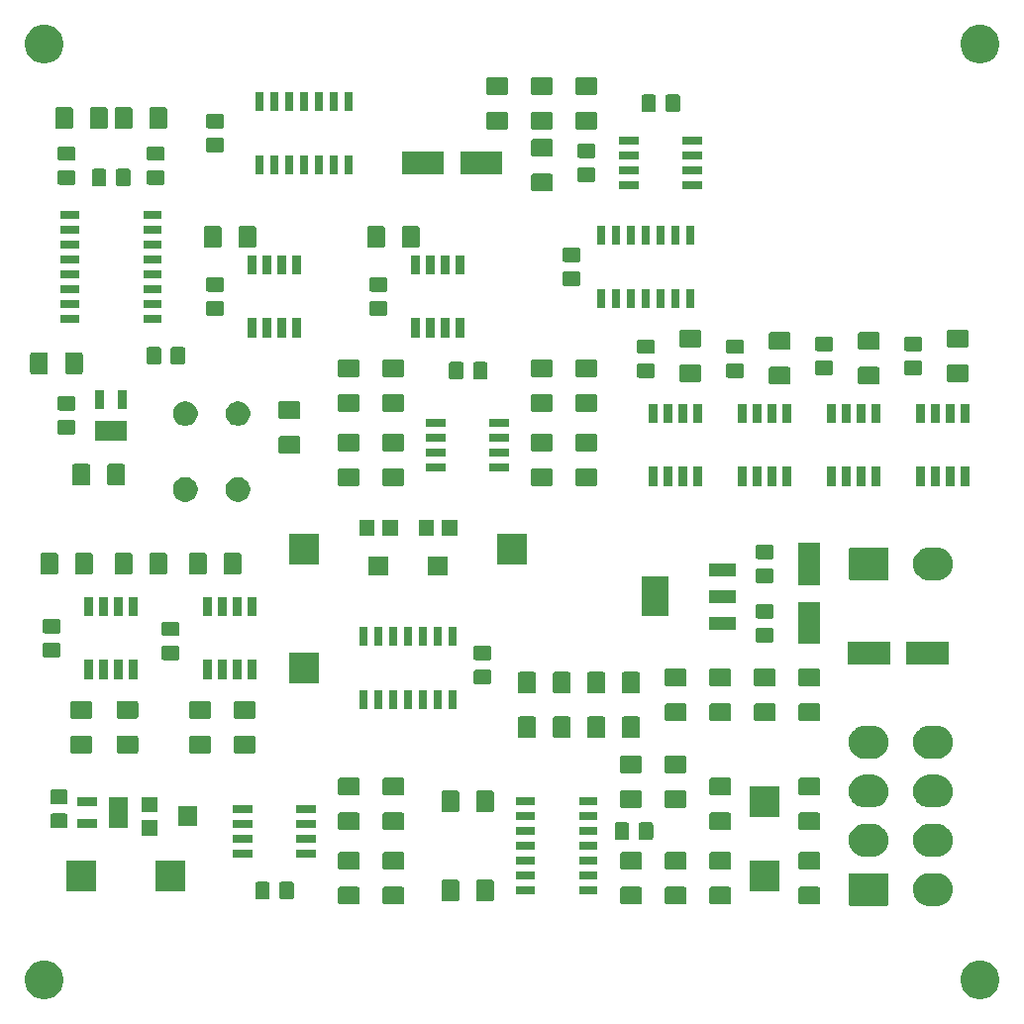
<source format=gbr>
G04 #@! TF.GenerationSoftware,KiCad,Pcbnew,(5.1.0)-1*
G04 #@! TF.CreationDate,2019-08-23T12:12:23+10:00*
G04 #@! TF.ProjectId,APPS,41505053-2e6b-4696-9361-645f70636258,rev?*
G04 #@! TF.SameCoordinates,Original*
G04 #@! TF.FileFunction,Soldermask,Top*
G04 #@! TF.FilePolarity,Negative*
%FSLAX46Y46*%
G04 Gerber Fmt 4.6, Leading zero omitted, Abs format (unit mm)*
G04 Created by KiCad (PCBNEW (5.1.0)-1) date 2019-08-23 12:12:23*
%MOMM*%
%LPD*%
G04 APERTURE LIST*
%ADD10C,0.100000*%
G04 APERTURE END LIST*
D10*
G36*
X195320256Y-132376298D02*
G01*
X195426579Y-132397447D01*
X195727042Y-132521903D01*
X195997451Y-132702585D01*
X196227415Y-132932549D01*
X196408097Y-133202958D01*
X196532553Y-133503421D01*
X196596000Y-133822391D01*
X196596000Y-134147609D01*
X196532553Y-134466579D01*
X196408097Y-134767042D01*
X196227415Y-135037451D01*
X195997451Y-135267415D01*
X195727042Y-135448097D01*
X195426579Y-135572553D01*
X195320256Y-135593702D01*
X195107611Y-135636000D01*
X194782389Y-135636000D01*
X194569744Y-135593702D01*
X194463421Y-135572553D01*
X194162958Y-135448097D01*
X193892549Y-135267415D01*
X193662585Y-135037451D01*
X193481903Y-134767042D01*
X193357447Y-134466579D01*
X193294000Y-134147609D01*
X193294000Y-133822391D01*
X193357447Y-133503421D01*
X193481903Y-133202958D01*
X193662585Y-132932549D01*
X193892549Y-132702585D01*
X194162958Y-132521903D01*
X194463421Y-132397447D01*
X194569744Y-132376298D01*
X194782389Y-132334000D01*
X195107611Y-132334000D01*
X195320256Y-132376298D01*
X195320256Y-132376298D01*
G37*
G36*
X115320256Y-132376298D02*
G01*
X115426579Y-132397447D01*
X115727042Y-132521903D01*
X115997451Y-132702585D01*
X116227415Y-132932549D01*
X116408097Y-133202958D01*
X116532553Y-133503421D01*
X116596000Y-133822391D01*
X116596000Y-134147609D01*
X116532553Y-134466579D01*
X116408097Y-134767042D01*
X116227415Y-135037451D01*
X115997451Y-135267415D01*
X115727042Y-135448097D01*
X115426579Y-135572553D01*
X115320256Y-135593702D01*
X115107611Y-135636000D01*
X114782389Y-135636000D01*
X114569744Y-135593702D01*
X114463421Y-135572553D01*
X114162958Y-135448097D01*
X113892549Y-135267415D01*
X113662585Y-135037451D01*
X113481903Y-134767042D01*
X113357447Y-134466579D01*
X113294000Y-134147609D01*
X113294000Y-133822391D01*
X113357447Y-133503421D01*
X113481903Y-133202958D01*
X113662585Y-132932549D01*
X113892549Y-132702585D01*
X114162958Y-132521903D01*
X114463421Y-132397447D01*
X114569744Y-132376298D01*
X114782389Y-132334000D01*
X115107611Y-132334000D01*
X115320256Y-132376298D01*
X115320256Y-132376298D01*
G37*
G36*
X186994031Y-124867621D02*
G01*
X187023486Y-124876556D01*
X187050623Y-124891062D01*
X187074414Y-124910586D01*
X187093938Y-124934377D01*
X187108444Y-124961514D01*
X187117379Y-124990969D01*
X187121000Y-125027734D01*
X187121000Y-127502266D01*
X187117379Y-127539031D01*
X187108444Y-127568486D01*
X187093938Y-127595623D01*
X187074414Y-127619414D01*
X187050623Y-127638938D01*
X187023486Y-127653444D01*
X186994031Y-127662379D01*
X186957266Y-127666000D01*
X183882734Y-127666000D01*
X183845969Y-127662379D01*
X183816514Y-127653444D01*
X183789377Y-127638938D01*
X183765586Y-127619414D01*
X183746062Y-127595623D01*
X183731556Y-127568486D01*
X183722621Y-127539031D01*
X183719000Y-127502266D01*
X183719000Y-125027734D01*
X183722621Y-124990969D01*
X183731556Y-124961514D01*
X183746062Y-124934377D01*
X183765586Y-124910586D01*
X183789377Y-124891062D01*
X183816514Y-124876556D01*
X183845969Y-124867621D01*
X183882734Y-124864000D01*
X186957266Y-124864000D01*
X186994031Y-124867621D01*
X186994031Y-124867621D01*
G37*
G36*
X191391731Y-124874136D02*
G01*
X191494644Y-124884272D01*
X191690017Y-124943538D01*
X191758737Y-124964384D01*
X191961625Y-125072830D01*
X192002120Y-125094475D01*
X192057691Y-125140082D01*
X192215450Y-125269550D01*
X192344918Y-125427309D01*
X192390525Y-125482880D01*
X192390526Y-125482882D01*
X192520616Y-125726263D01*
X192520617Y-125726267D01*
X192600728Y-125990356D01*
X192627778Y-126265000D01*
X192600728Y-126539644D01*
X192547231Y-126716000D01*
X192520616Y-126803737D01*
X192418363Y-126995038D01*
X192390525Y-127047120D01*
X192371640Y-127070131D01*
X192215450Y-127260450D01*
X192081225Y-127370605D01*
X192002120Y-127435525D01*
X192002118Y-127435526D01*
X191758737Y-127565616D01*
X191690017Y-127586462D01*
X191494644Y-127645728D01*
X191391731Y-127655864D01*
X191288820Y-127666000D01*
X190551180Y-127666000D01*
X190448269Y-127655864D01*
X190345356Y-127645728D01*
X190149983Y-127586462D01*
X190081263Y-127565616D01*
X189837882Y-127435526D01*
X189837880Y-127435525D01*
X189758775Y-127370605D01*
X189624550Y-127260450D01*
X189468360Y-127070131D01*
X189449475Y-127047120D01*
X189421637Y-126995038D01*
X189319384Y-126803737D01*
X189292769Y-126716000D01*
X189239272Y-126539644D01*
X189212222Y-126265000D01*
X189239272Y-125990356D01*
X189319383Y-125726267D01*
X189319384Y-125726263D01*
X189449474Y-125482882D01*
X189449475Y-125482880D01*
X189495082Y-125427309D01*
X189624550Y-125269550D01*
X189782309Y-125140082D01*
X189837880Y-125094475D01*
X189878375Y-125072830D01*
X190081263Y-124964384D01*
X190149983Y-124943538D01*
X190345356Y-124884272D01*
X190448269Y-124874136D01*
X190551180Y-124864000D01*
X191288820Y-124864000D01*
X191391731Y-124874136D01*
X191391731Y-124874136D01*
G37*
G36*
X173495562Y-126040681D02*
G01*
X173530481Y-126051274D01*
X173562663Y-126068476D01*
X173590873Y-126091627D01*
X173614024Y-126119837D01*
X173631226Y-126152019D01*
X173641819Y-126186938D01*
X173646000Y-126229395D01*
X173646000Y-127370605D01*
X173641819Y-127413062D01*
X173631226Y-127447981D01*
X173614024Y-127480163D01*
X173590873Y-127508373D01*
X173562663Y-127531524D01*
X173530481Y-127548726D01*
X173495562Y-127559319D01*
X173453105Y-127563500D01*
X171986895Y-127563500D01*
X171944438Y-127559319D01*
X171909519Y-127548726D01*
X171877337Y-127531524D01*
X171849127Y-127508373D01*
X171825976Y-127480163D01*
X171808774Y-127447981D01*
X171798181Y-127413062D01*
X171794000Y-127370605D01*
X171794000Y-126229395D01*
X171798181Y-126186938D01*
X171808774Y-126152019D01*
X171825976Y-126119837D01*
X171849127Y-126091627D01*
X171877337Y-126068476D01*
X171909519Y-126051274D01*
X171944438Y-126040681D01*
X171986895Y-126036500D01*
X173453105Y-126036500D01*
X173495562Y-126040681D01*
X173495562Y-126040681D01*
G37*
G36*
X181115562Y-126040681D02*
G01*
X181150481Y-126051274D01*
X181182663Y-126068476D01*
X181210873Y-126091627D01*
X181234024Y-126119837D01*
X181251226Y-126152019D01*
X181261819Y-126186938D01*
X181266000Y-126229395D01*
X181266000Y-127370605D01*
X181261819Y-127413062D01*
X181251226Y-127447981D01*
X181234024Y-127480163D01*
X181210873Y-127508373D01*
X181182663Y-127531524D01*
X181150481Y-127548726D01*
X181115562Y-127559319D01*
X181073105Y-127563500D01*
X179606895Y-127563500D01*
X179564438Y-127559319D01*
X179529519Y-127548726D01*
X179497337Y-127531524D01*
X179469127Y-127508373D01*
X179445976Y-127480163D01*
X179428774Y-127447981D01*
X179418181Y-127413062D01*
X179414000Y-127370605D01*
X179414000Y-126229395D01*
X179418181Y-126186938D01*
X179428774Y-126152019D01*
X179445976Y-126119837D01*
X179469127Y-126091627D01*
X179497337Y-126068476D01*
X179529519Y-126051274D01*
X179564438Y-126040681D01*
X179606895Y-126036500D01*
X181073105Y-126036500D01*
X181115562Y-126040681D01*
X181115562Y-126040681D01*
G37*
G36*
X145555562Y-126040681D02*
G01*
X145590481Y-126051274D01*
X145622663Y-126068476D01*
X145650873Y-126091627D01*
X145674024Y-126119837D01*
X145691226Y-126152019D01*
X145701819Y-126186938D01*
X145706000Y-126229395D01*
X145706000Y-127370605D01*
X145701819Y-127413062D01*
X145691226Y-127447981D01*
X145674024Y-127480163D01*
X145650873Y-127508373D01*
X145622663Y-127531524D01*
X145590481Y-127548726D01*
X145555562Y-127559319D01*
X145513105Y-127563500D01*
X144046895Y-127563500D01*
X144004438Y-127559319D01*
X143969519Y-127548726D01*
X143937337Y-127531524D01*
X143909127Y-127508373D01*
X143885976Y-127480163D01*
X143868774Y-127447981D01*
X143858181Y-127413062D01*
X143854000Y-127370605D01*
X143854000Y-126229395D01*
X143858181Y-126186938D01*
X143868774Y-126152019D01*
X143885976Y-126119837D01*
X143909127Y-126091627D01*
X143937337Y-126068476D01*
X143969519Y-126051274D01*
X144004438Y-126040681D01*
X144046895Y-126036500D01*
X145513105Y-126036500D01*
X145555562Y-126040681D01*
X145555562Y-126040681D01*
G37*
G36*
X141745562Y-126040681D02*
G01*
X141780481Y-126051274D01*
X141812663Y-126068476D01*
X141840873Y-126091627D01*
X141864024Y-126119837D01*
X141881226Y-126152019D01*
X141891819Y-126186938D01*
X141896000Y-126229395D01*
X141896000Y-127370605D01*
X141891819Y-127413062D01*
X141881226Y-127447981D01*
X141864024Y-127480163D01*
X141840873Y-127508373D01*
X141812663Y-127531524D01*
X141780481Y-127548726D01*
X141745562Y-127559319D01*
X141703105Y-127563500D01*
X140236895Y-127563500D01*
X140194438Y-127559319D01*
X140159519Y-127548726D01*
X140127337Y-127531524D01*
X140099127Y-127508373D01*
X140075976Y-127480163D01*
X140058774Y-127447981D01*
X140048181Y-127413062D01*
X140044000Y-127370605D01*
X140044000Y-126229395D01*
X140048181Y-126186938D01*
X140058774Y-126152019D01*
X140075976Y-126119837D01*
X140099127Y-126091627D01*
X140127337Y-126068476D01*
X140159519Y-126051274D01*
X140194438Y-126040681D01*
X140236895Y-126036500D01*
X141703105Y-126036500D01*
X141745562Y-126040681D01*
X141745562Y-126040681D01*
G37*
G36*
X169685562Y-126040681D02*
G01*
X169720481Y-126051274D01*
X169752663Y-126068476D01*
X169780873Y-126091627D01*
X169804024Y-126119837D01*
X169821226Y-126152019D01*
X169831819Y-126186938D01*
X169836000Y-126229395D01*
X169836000Y-127370605D01*
X169831819Y-127413062D01*
X169821226Y-127447981D01*
X169804024Y-127480163D01*
X169780873Y-127508373D01*
X169752663Y-127531524D01*
X169720481Y-127548726D01*
X169685562Y-127559319D01*
X169643105Y-127563500D01*
X168176895Y-127563500D01*
X168134438Y-127559319D01*
X168099519Y-127548726D01*
X168067337Y-127531524D01*
X168039127Y-127508373D01*
X168015976Y-127480163D01*
X167998774Y-127447981D01*
X167988181Y-127413062D01*
X167984000Y-127370605D01*
X167984000Y-126229395D01*
X167988181Y-126186938D01*
X167998774Y-126152019D01*
X168015976Y-126119837D01*
X168039127Y-126091627D01*
X168067337Y-126068476D01*
X168099519Y-126051274D01*
X168134438Y-126040681D01*
X168176895Y-126036500D01*
X169643105Y-126036500D01*
X169685562Y-126040681D01*
X169685562Y-126040681D01*
G37*
G36*
X165875562Y-126040681D02*
G01*
X165910481Y-126051274D01*
X165942663Y-126068476D01*
X165970873Y-126091627D01*
X165994024Y-126119837D01*
X166011226Y-126152019D01*
X166021819Y-126186938D01*
X166026000Y-126229395D01*
X166026000Y-127370605D01*
X166021819Y-127413062D01*
X166011226Y-127447981D01*
X165994024Y-127480163D01*
X165970873Y-127508373D01*
X165942663Y-127531524D01*
X165910481Y-127548726D01*
X165875562Y-127559319D01*
X165833105Y-127563500D01*
X164366895Y-127563500D01*
X164324438Y-127559319D01*
X164289519Y-127548726D01*
X164257337Y-127531524D01*
X164229127Y-127508373D01*
X164205976Y-127480163D01*
X164188774Y-127447981D01*
X164178181Y-127413062D01*
X164174000Y-127370605D01*
X164174000Y-126229395D01*
X164178181Y-126186938D01*
X164188774Y-126152019D01*
X164205976Y-126119837D01*
X164229127Y-126091627D01*
X164257337Y-126068476D01*
X164289519Y-126051274D01*
X164324438Y-126040681D01*
X164366895Y-126036500D01*
X165833105Y-126036500D01*
X165875562Y-126040681D01*
X165875562Y-126040681D01*
G37*
G36*
X150255562Y-125443181D02*
G01*
X150290481Y-125453774D01*
X150322663Y-125470976D01*
X150350873Y-125494127D01*
X150374024Y-125522337D01*
X150391226Y-125554519D01*
X150401819Y-125589438D01*
X150406000Y-125631895D01*
X150406000Y-127098105D01*
X150401819Y-127140562D01*
X150391226Y-127175481D01*
X150374024Y-127207663D01*
X150350873Y-127235873D01*
X150322663Y-127259024D01*
X150290481Y-127276226D01*
X150255562Y-127286819D01*
X150213105Y-127291000D01*
X149071895Y-127291000D01*
X149029438Y-127286819D01*
X148994519Y-127276226D01*
X148962337Y-127259024D01*
X148934127Y-127235873D01*
X148910976Y-127207663D01*
X148893774Y-127175481D01*
X148883181Y-127140562D01*
X148879000Y-127098105D01*
X148879000Y-125631895D01*
X148883181Y-125589438D01*
X148893774Y-125554519D01*
X148910976Y-125522337D01*
X148934127Y-125494127D01*
X148962337Y-125470976D01*
X148994519Y-125453774D01*
X149029438Y-125443181D01*
X149071895Y-125439000D01*
X150213105Y-125439000D01*
X150255562Y-125443181D01*
X150255562Y-125443181D01*
G37*
G36*
X153230562Y-125443181D02*
G01*
X153265481Y-125453774D01*
X153297663Y-125470976D01*
X153325873Y-125494127D01*
X153349024Y-125522337D01*
X153366226Y-125554519D01*
X153376819Y-125589438D01*
X153381000Y-125631895D01*
X153381000Y-127098105D01*
X153376819Y-127140562D01*
X153366226Y-127175481D01*
X153349024Y-127207663D01*
X153325873Y-127235873D01*
X153297663Y-127259024D01*
X153265481Y-127276226D01*
X153230562Y-127286819D01*
X153188105Y-127291000D01*
X152046895Y-127291000D01*
X152004438Y-127286819D01*
X151969519Y-127276226D01*
X151937337Y-127259024D01*
X151909127Y-127235873D01*
X151885976Y-127207663D01*
X151868774Y-127175481D01*
X151858181Y-127140562D01*
X151854000Y-127098105D01*
X151854000Y-125631895D01*
X151858181Y-125589438D01*
X151868774Y-125554519D01*
X151885976Y-125522337D01*
X151909127Y-125494127D01*
X151937337Y-125470976D01*
X151969519Y-125453774D01*
X152004438Y-125443181D01*
X152046895Y-125439000D01*
X153188105Y-125439000D01*
X153230562Y-125443181D01*
X153230562Y-125443181D01*
G37*
G36*
X134058674Y-125618465D02*
G01*
X134096367Y-125629899D01*
X134131103Y-125648466D01*
X134161548Y-125673452D01*
X134186534Y-125703897D01*
X134205101Y-125738633D01*
X134216535Y-125776326D01*
X134221000Y-125821661D01*
X134221000Y-126908339D01*
X134216535Y-126953674D01*
X134205101Y-126991367D01*
X134186534Y-127026103D01*
X134161548Y-127056548D01*
X134131103Y-127081534D01*
X134096367Y-127100101D01*
X134058674Y-127111535D01*
X134013339Y-127116000D01*
X133176661Y-127116000D01*
X133131326Y-127111535D01*
X133093633Y-127100101D01*
X133058897Y-127081534D01*
X133028452Y-127056548D01*
X133003466Y-127026103D01*
X132984899Y-126991367D01*
X132973465Y-126953674D01*
X132969000Y-126908339D01*
X132969000Y-125821661D01*
X132973465Y-125776326D01*
X132984899Y-125738633D01*
X133003466Y-125703897D01*
X133028452Y-125673452D01*
X133058897Y-125648466D01*
X133093633Y-125629899D01*
X133131326Y-125618465D01*
X133176661Y-125614000D01*
X134013339Y-125614000D01*
X134058674Y-125618465D01*
X134058674Y-125618465D01*
G37*
G36*
X136108674Y-125618465D02*
G01*
X136146367Y-125629899D01*
X136181103Y-125648466D01*
X136211548Y-125673452D01*
X136236534Y-125703897D01*
X136255101Y-125738633D01*
X136266535Y-125776326D01*
X136271000Y-125821661D01*
X136271000Y-126908339D01*
X136266535Y-126953674D01*
X136255101Y-126991367D01*
X136236534Y-127026103D01*
X136211548Y-127056548D01*
X136181103Y-127081534D01*
X136146367Y-127100101D01*
X136108674Y-127111535D01*
X136063339Y-127116000D01*
X135226661Y-127116000D01*
X135181326Y-127111535D01*
X135143633Y-127100101D01*
X135108897Y-127081534D01*
X135078452Y-127056548D01*
X135053466Y-127026103D01*
X135034899Y-126991367D01*
X135023465Y-126953674D01*
X135019000Y-126908339D01*
X135019000Y-125821661D01*
X135023465Y-125776326D01*
X135034899Y-125738633D01*
X135053466Y-125703897D01*
X135078452Y-125673452D01*
X135108897Y-125648466D01*
X135143633Y-125629899D01*
X135181326Y-125618465D01*
X135226661Y-125614000D01*
X136063339Y-125614000D01*
X136108674Y-125618465D01*
X136108674Y-125618465D01*
G37*
G36*
X162251000Y-126716000D02*
G01*
X160649000Y-126716000D01*
X160649000Y-126014000D01*
X162251000Y-126014000D01*
X162251000Y-126716000D01*
X162251000Y-126716000D01*
G37*
G36*
X156851000Y-126716000D02*
G01*
X155249000Y-126716000D01*
X155249000Y-126014000D01*
X156851000Y-126014000D01*
X156851000Y-126716000D01*
X156851000Y-126716000D01*
G37*
G36*
X127031000Y-126396000D02*
G01*
X124429000Y-126396000D01*
X124429000Y-123794000D01*
X127031000Y-123794000D01*
X127031000Y-126396000D01*
X127031000Y-126396000D01*
G37*
G36*
X177831000Y-126396000D02*
G01*
X175229000Y-126396000D01*
X175229000Y-123794000D01*
X177831000Y-123794000D01*
X177831000Y-126396000D01*
X177831000Y-126396000D01*
G37*
G36*
X119411000Y-126396000D02*
G01*
X116809000Y-126396000D01*
X116809000Y-123794000D01*
X119411000Y-123794000D01*
X119411000Y-126396000D01*
X119411000Y-126396000D01*
G37*
G36*
X156851000Y-125446000D02*
G01*
X155249000Y-125446000D01*
X155249000Y-124744000D01*
X156851000Y-124744000D01*
X156851000Y-125446000D01*
X156851000Y-125446000D01*
G37*
G36*
X162251000Y-125446000D02*
G01*
X160649000Y-125446000D01*
X160649000Y-124744000D01*
X162251000Y-124744000D01*
X162251000Y-125446000D01*
X162251000Y-125446000D01*
G37*
G36*
X141745562Y-123065681D02*
G01*
X141780481Y-123076274D01*
X141812663Y-123093476D01*
X141840873Y-123116627D01*
X141864024Y-123144837D01*
X141881226Y-123177019D01*
X141891819Y-123211938D01*
X141896000Y-123254395D01*
X141896000Y-124395605D01*
X141891819Y-124438062D01*
X141881226Y-124472981D01*
X141864024Y-124505163D01*
X141840873Y-124533373D01*
X141812663Y-124556524D01*
X141780481Y-124573726D01*
X141745562Y-124584319D01*
X141703105Y-124588500D01*
X140236895Y-124588500D01*
X140194438Y-124584319D01*
X140159519Y-124573726D01*
X140127337Y-124556524D01*
X140099127Y-124533373D01*
X140075976Y-124505163D01*
X140058774Y-124472981D01*
X140048181Y-124438062D01*
X140044000Y-124395605D01*
X140044000Y-123254395D01*
X140048181Y-123211938D01*
X140058774Y-123177019D01*
X140075976Y-123144837D01*
X140099127Y-123116627D01*
X140127337Y-123093476D01*
X140159519Y-123076274D01*
X140194438Y-123065681D01*
X140236895Y-123061500D01*
X141703105Y-123061500D01*
X141745562Y-123065681D01*
X141745562Y-123065681D01*
G37*
G36*
X145555562Y-123065681D02*
G01*
X145590481Y-123076274D01*
X145622663Y-123093476D01*
X145650873Y-123116627D01*
X145674024Y-123144837D01*
X145691226Y-123177019D01*
X145701819Y-123211938D01*
X145706000Y-123254395D01*
X145706000Y-124395605D01*
X145701819Y-124438062D01*
X145691226Y-124472981D01*
X145674024Y-124505163D01*
X145650873Y-124533373D01*
X145622663Y-124556524D01*
X145590481Y-124573726D01*
X145555562Y-124584319D01*
X145513105Y-124588500D01*
X144046895Y-124588500D01*
X144004438Y-124584319D01*
X143969519Y-124573726D01*
X143937337Y-124556524D01*
X143909127Y-124533373D01*
X143885976Y-124505163D01*
X143868774Y-124472981D01*
X143858181Y-124438062D01*
X143854000Y-124395605D01*
X143854000Y-123254395D01*
X143858181Y-123211938D01*
X143868774Y-123177019D01*
X143885976Y-123144837D01*
X143909127Y-123116627D01*
X143937337Y-123093476D01*
X143969519Y-123076274D01*
X144004438Y-123065681D01*
X144046895Y-123061500D01*
X145513105Y-123061500D01*
X145555562Y-123065681D01*
X145555562Y-123065681D01*
G37*
G36*
X165875562Y-123065681D02*
G01*
X165910481Y-123076274D01*
X165942663Y-123093476D01*
X165970873Y-123116627D01*
X165994024Y-123144837D01*
X166011226Y-123177019D01*
X166021819Y-123211938D01*
X166026000Y-123254395D01*
X166026000Y-124395605D01*
X166021819Y-124438062D01*
X166011226Y-124472981D01*
X165994024Y-124505163D01*
X165970873Y-124533373D01*
X165942663Y-124556524D01*
X165910481Y-124573726D01*
X165875562Y-124584319D01*
X165833105Y-124588500D01*
X164366895Y-124588500D01*
X164324438Y-124584319D01*
X164289519Y-124573726D01*
X164257337Y-124556524D01*
X164229127Y-124533373D01*
X164205976Y-124505163D01*
X164188774Y-124472981D01*
X164178181Y-124438062D01*
X164174000Y-124395605D01*
X164174000Y-123254395D01*
X164178181Y-123211938D01*
X164188774Y-123177019D01*
X164205976Y-123144837D01*
X164229127Y-123116627D01*
X164257337Y-123093476D01*
X164289519Y-123076274D01*
X164324438Y-123065681D01*
X164366895Y-123061500D01*
X165833105Y-123061500D01*
X165875562Y-123065681D01*
X165875562Y-123065681D01*
G37*
G36*
X173495562Y-123065681D02*
G01*
X173530481Y-123076274D01*
X173562663Y-123093476D01*
X173590873Y-123116627D01*
X173614024Y-123144837D01*
X173631226Y-123177019D01*
X173641819Y-123211938D01*
X173646000Y-123254395D01*
X173646000Y-124395605D01*
X173641819Y-124438062D01*
X173631226Y-124472981D01*
X173614024Y-124505163D01*
X173590873Y-124533373D01*
X173562663Y-124556524D01*
X173530481Y-124573726D01*
X173495562Y-124584319D01*
X173453105Y-124588500D01*
X171986895Y-124588500D01*
X171944438Y-124584319D01*
X171909519Y-124573726D01*
X171877337Y-124556524D01*
X171849127Y-124533373D01*
X171825976Y-124505163D01*
X171808774Y-124472981D01*
X171798181Y-124438062D01*
X171794000Y-124395605D01*
X171794000Y-123254395D01*
X171798181Y-123211938D01*
X171808774Y-123177019D01*
X171825976Y-123144837D01*
X171849127Y-123116627D01*
X171877337Y-123093476D01*
X171909519Y-123076274D01*
X171944438Y-123065681D01*
X171986895Y-123061500D01*
X173453105Y-123061500D01*
X173495562Y-123065681D01*
X173495562Y-123065681D01*
G37*
G36*
X169685562Y-123065681D02*
G01*
X169720481Y-123076274D01*
X169752663Y-123093476D01*
X169780873Y-123116627D01*
X169804024Y-123144837D01*
X169821226Y-123177019D01*
X169831819Y-123211938D01*
X169836000Y-123254395D01*
X169836000Y-124395605D01*
X169831819Y-124438062D01*
X169821226Y-124472981D01*
X169804024Y-124505163D01*
X169780873Y-124533373D01*
X169752663Y-124556524D01*
X169720481Y-124573726D01*
X169685562Y-124584319D01*
X169643105Y-124588500D01*
X168176895Y-124588500D01*
X168134438Y-124584319D01*
X168099519Y-124573726D01*
X168067337Y-124556524D01*
X168039127Y-124533373D01*
X168015976Y-124505163D01*
X167998774Y-124472981D01*
X167988181Y-124438062D01*
X167984000Y-124395605D01*
X167984000Y-123254395D01*
X167988181Y-123211938D01*
X167998774Y-123177019D01*
X168015976Y-123144837D01*
X168039127Y-123116627D01*
X168067337Y-123093476D01*
X168099519Y-123076274D01*
X168134438Y-123065681D01*
X168176895Y-123061500D01*
X169643105Y-123061500D01*
X169685562Y-123065681D01*
X169685562Y-123065681D01*
G37*
G36*
X181115562Y-123065681D02*
G01*
X181150481Y-123076274D01*
X181182663Y-123093476D01*
X181210873Y-123116627D01*
X181234024Y-123144837D01*
X181251226Y-123177019D01*
X181261819Y-123211938D01*
X181266000Y-123254395D01*
X181266000Y-124395605D01*
X181261819Y-124438062D01*
X181251226Y-124472981D01*
X181234024Y-124505163D01*
X181210873Y-124533373D01*
X181182663Y-124556524D01*
X181150481Y-124573726D01*
X181115562Y-124584319D01*
X181073105Y-124588500D01*
X179606895Y-124588500D01*
X179564438Y-124584319D01*
X179529519Y-124573726D01*
X179497337Y-124556524D01*
X179469127Y-124533373D01*
X179445976Y-124505163D01*
X179428774Y-124472981D01*
X179418181Y-124438062D01*
X179414000Y-124395605D01*
X179414000Y-123254395D01*
X179418181Y-123211938D01*
X179428774Y-123177019D01*
X179445976Y-123144837D01*
X179469127Y-123116627D01*
X179497337Y-123093476D01*
X179529519Y-123076274D01*
X179564438Y-123065681D01*
X179606895Y-123061500D01*
X181073105Y-123061500D01*
X181115562Y-123065681D01*
X181115562Y-123065681D01*
G37*
G36*
X156851000Y-124176000D02*
G01*
X155249000Y-124176000D01*
X155249000Y-123474000D01*
X156851000Y-123474000D01*
X156851000Y-124176000D01*
X156851000Y-124176000D01*
G37*
G36*
X162251000Y-124176000D02*
G01*
X160649000Y-124176000D01*
X160649000Y-123474000D01*
X162251000Y-123474000D01*
X162251000Y-124176000D01*
X162251000Y-124176000D01*
G37*
G36*
X138146000Y-123541000D02*
G01*
X136494000Y-123541000D01*
X136494000Y-122839000D01*
X138146000Y-122839000D01*
X138146000Y-123541000D01*
X138146000Y-123541000D01*
G37*
G36*
X132746000Y-123541000D02*
G01*
X131094000Y-123541000D01*
X131094000Y-122839000D01*
X132746000Y-122839000D01*
X132746000Y-123541000D01*
X132746000Y-123541000D01*
G37*
G36*
X191391731Y-120674136D02*
G01*
X191494644Y-120684272D01*
X191683829Y-120741661D01*
X191758737Y-120764384D01*
X191988202Y-120887036D01*
X192002120Y-120894475D01*
X192016610Y-120906367D01*
X192215450Y-121069550D01*
X192321461Y-121198726D01*
X192390525Y-121282880D01*
X192390526Y-121282882D01*
X192520616Y-121526263D01*
X192520617Y-121526267D01*
X192600728Y-121790356D01*
X192627778Y-122065000D01*
X192600728Y-122339644D01*
X192541462Y-122535017D01*
X192520616Y-122603737D01*
X192397964Y-122833202D01*
X192390525Y-122847120D01*
X192344918Y-122902691D01*
X192215450Y-123060450D01*
X192073409Y-123177019D01*
X192002120Y-123235525D01*
X192002118Y-123235526D01*
X191758737Y-123365616D01*
X191690017Y-123386462D01*
X191494644Y-123445728D01*
X191391731Y-123455864D01*
X191288820Y-123466000D01*
X190551180Y-123466000D01*
X190448269Y-123455864D01*
X190345356Y-123445728D01*
X190149983Y-123386462D01*
X190081263Y-123365616D01*
X189837882Y-123235526D01*
X189837880Y-123235525D01*
X189766591Y-123177019D01*
X189624550Y-123060450D01*
X189495082Y-122902691D01*
X189449475Y-122847120D01*
X189442036Y-122833202D01*
X189319384Y-122603737D01*
X189298538Y-122535017D01*
X189239272Y-122339644D01*
X189212222Y-122065000D01*
X189239272Y-121790356D01*
X189319383Y-121526267D01*
X189319384Y-121526263D01*
X189449474Y-121282882D01*
X189449475Y-121282880D01*
X189518539Y-121198726D01*
X189624550Y-121069550D01*
X189823390Y-120906367D01*
X189837880Y-120894475D01*
X189851798Y-120887036D01*
X190081263Y-120764384D01*
X190156171Y-120741661D01*
X190345356Y-120684272D01*
X190448269Y-120674136D01*
X190551180Y-120664000D01*
X191288820Y-120664000D01*
X191391731Y-120674136D01*
X191391731Y-120674136D01*
G37*
G36*
X185891731Y-120674136D02*
G01*
X185994644Y-120684272D01*
X186183829Y-120741661D01*
X186258737Y-120764384D01*
X186488202Y-120887036D01*
X186502120Y-120894475D01*
X186516610Y-120906367D01*
X186715450Y-121069550D01*
X186821461Y-121198726D01*
X186890525Y-121282880D01*
X186890526Y-121282882D01*
X187020616Y-121526263D01*
X187020617Y-121526267D01*
X187100728Y-121790356D01*
X187127778Y-122065000D01*
X187100728Y-122339644D01*
X187041462Y-122535017D01*
X187020616Y-122603737D01*
X186897964Y-122833202D01*
X186890525Y-122847120D01*
X186844918Y-122902691D01*
X186715450Y-123060450D01*
X186573409Y-123177019D01*
X186502120Y-123235525D01*
X186502118Y-123235526D01*
X186258737Y-123365616D01*
X186190017Y-123386462D01*
X185994644Y-123445728D01*
X185891731Y-123455864D01*
X185788820Y-123466000D01*
X185051180Y-123466000D01*
X184948269Y-123455864D01*
X184845356Y-123445728D01*
X184649983Y-123386462D01*
X184581263Y-123365616D01*
X184337882Y-123235526D01*
X184337880Y-123235525D01*
X184266591Y-123177019D01*
X184124550Y-123060450D01*
X183995082Y-122902691D01*
X183949475Y-122847120D01*
X183942036Y-122833202D01*
X183819384Y-122603737D01*
X183798538Y-122535017D01*
X183739272Y-122339644D01*
X183712222Y-122065000D01*
X183739272Y-121790356D01*
X183819383Y-121526267D01*
X183819384Y-121526263D01*
X183949474Y-121282882D01*
X183949475Y-121282880D01*
X184018539Y-121198726D01*
X184124550Y-121069550D01*
X184323390Y-120906367D01*
X184337880Y-120894475D01*
X184351798Y-120887036D01*
X184581263Y-120764384D01*
X184656171Y-120741661D01*
X184845356Y-120684272D01*
X184948269Y-120674136D01*
X185051180Y-120664000D01*
X185788820Y-120664000D01*
X185891731Y-120674136D01*
X185891731Y-120674136D01*
G37*
G36*
X162251000Y-122906000D02*
G01*
X160649000Y-122906000D01*
X160649000Y-122204000D01*
X162251000Y-122204000D01*
X162251000Y-122906000D01*
X162251000Y-122906000D01*
G37*
G36*
X156851000Y-122906000D02*
G01*
X155249000Y-122906000D01*
X155249000Y-122204000D01*
X156851000Y-122204000D01*
X156851000Y-122906000D01*
X156851000Y-122906000D01*
G37*
G36*
X138146000Y-122271000D02*
G01*
X136494000Y-122271000D01*
X136494000Y-121569000D01*
X138146000Y-121569000D01*
X138146000Y-122271000D01*
X138146000Y-122271000D01*
G37*
G36*
X132746000Y-122271000D02*
G01*
X131094000Y-122271000D01*
X131094000Y-121569000D01*
X132746000Y-121569000D01*
X132746000Y-122271000D01*
X132746000Y-122271000D01*
G37*
G36*
X166833674Y-120538465D02*
G01*
X166871367Y-120549899D01*
X166906103Y-120568466D01*
X166936548Y-120593452D01*
X166961534Y-120623897D01*
X166980101Y-120658633D01*
X166991535Y-120696326D01*
X166996000Y-120741661D01*
X166996000Y-121828339D01*
X166991535Y-121873674D01*
X166980101Y-121911367D01*
X166961534Y-121946103D01*
X166936548Y-121976548D01*
X166906103Y-122001534D01*
X166871367Y-122020101D01*
X166833674Y-122031535D01*
X166788339Y-122036000D01*
X165951661Y-122036000D01*
X165906326Y-122031535D01*
X165868633Y-122020101D01*
X165833897Y-122001534D01*
X165803452Y-121976548D01*
X165778466Y-121946103D01*
X165759899Y-121911367D01*
X165748465Y-121873674D01*
X165744000Y-121828339D01*
X165744000Y-120741661D01*
X165748465Y-120696326D01*
X165759899Y-120658633D01*
X165778466Y-120623897D01*
X165803452Y-120593452D01*
X165833897Y-120568466D01*
X165868633Y-120549899D01*
X165906326Y-120538465D01*
X165951661Y-120534000D01*
X166788339Y-120534000D01*
X166833674Y-120538465D01*
X166833674Y-120538465D01*
G37*
G36*
X164783674Y-120538465D02*
G01*
X164821367Y-120549899D01*
X164856103Y-120568466D01*
X164886548Y-120593452D01*
X164911534Y-120623897D01*
X164930101Y-120658633D01*
X164941535Y-120696326D01*
X164946000Y-120741661D01*
X164946000Y-121828339D01*
X164941535Y-121873674D01*
X164930101Y-121911367D01*
X164911534Y-121946103D01*
X164886548Y-121976548D01*
X164856103Y-122001534D01*
X164821367Y-122020101D01*
X164783674Y-122031535D01*
X164738339Y-122036000D01*
X163901661Y-122036000D01*
X163856326Y-122031535D01*
X163818633Y-122020101D01*
X163783897Y-122001534D01*
X163753452Y-121976548D01*
X163728466Y-121946103D01*
X163709899Y-121911367D01*
X163698465Y-121873674D01*
X163694000Y-121828339D01*
X163694000Y-120741661D01*
X163698465Y-120696326D01*
X163709899Y-120658633D01*
X163728466Y-120623897D01*
X163753452Y-120593452D01*
X163783897Y-120568466D01*
X163818633Y-120549899D01*
X163856326Y-120538465D01*
X163901661Y-120534000D01*
X164738339Y-120534000D01*
X164783674Y-120538465D01*
X164783674Y-120538465D01*
G37*
G36*
X124581000Y-121666000D02*
G01*
X123279000Y-121666000D01*
X123279000Y-120364000D01*
X124581000Y-120364000D01*
X124581000Y-121666000D01*
X124581000Y-121666000D01*
G37*
G36*
X162251000Y-121636000D02*
G01*
X160649000Y-121636000D01*
X160649000Y-120934000D01*
X162251000Y-120934000D01*
X162251000Y-121636000D01*
X162251000Y-121636000D01*
G37*
G36*
X156851000Y-121636000D02*
G01*
X155249000Y-121636000D01*
X155249000Y-120934000D01*
X156851000Y-120934000D01*
X156851000Y-121636000D01*
X156851000Y-121636000D01*
G37*
G36*
X145555562Y-119690681D02*
G01*
X145590481Y-119701274D01*
X145622663Y-119718476D01*
X145650873Y-119741627D01*
X145674024Y-119769837D01*
X145691226Y-119802019D01*
X145701819Y-119836938D01*
X145706000Y-119879395D01*
X145706000Y-121020605D01*
X145701819Y-121063062D01*
X145691226Y-121097981D01*
X145674024Y-121130163D01*
X145650873Y-121158373D01*
X145622663Y-121181524D01*
X145590481Y-121198726D01*
X145555562Y-121209319D01*
X145513105Y-121213500D01*
X144046895Y-121213500D01*
X144004438Y-121209319D01*
X143969519Y-121198726D01*
X143937337Y-121181524D01*
X143909127Y-121158373D01*
X143885976Y-121130163D01*
X143868774Y-121097981D01*
X143858181Y-121063062D01*
X143854000Y-121020605D01*
X143854000Y-119879395D01*
X143858181Y-119836938D01*
X143868774Y-119802019D01*
X143885976Y-119769837D01*
X143909127Y-119741627D01*
X143937337Y-119718476D01*
X143969519Y-119701274D01*
X144004438Y-119690681D01*
X144046895Y-119686500D01*
X145513105Y-119686500D01*
X145555562Y-119690681D01*
X145555562Y-119690681D01*
G37*
G36*
X181115562Y-119690681D02*
G01*
X181150481Y-119701274D01*
X181182663Y-119718476D01*
X181210873Y-119741627D01*
X181234024Y-119769837D01*
X181251226Y-119802019D01*
X181261819Y-119836938D01*
X181266000Y-119879395D01*
X181266000Y-121020605D01*
X181261819Y-121063062D01*
X181251226Y-121097981D01*
X181234024Y-121130163D01*
X181210873Y-121158373D01*
X181182663Y-121181524D01*
X181150481Y-121198726D01*
X181115562Y-121209319D01*
X181073105Y-121213500D01*
X179606895Y-121213500D01*
X179564438Y-121209319D01*
X179529519Y-121198726D01*
X179497337Y-121181524D01*
X179469127Y-121158373D01*
X179445976Y-121130163D01*
X179428774Y-121097981D01*
X179418181Y-121063062D01*
X179414000Y-121020605D01*
X179414000Y-119879395D01*
X179418181Y-119836938D01*
X179428774Y-119802019D01*
X179445976Y-119769837D01*
X179469127Y-119741627D01*
X179497337Y-119718476D01*
X179529519Y-119701274D01*
X179564438Y-119690681D01*
X179606895Y-119686500D01*
X181073105Y-119686500D01*
X181115562Y-119690681D01*
X181115562Y-119690681D01*
G37*
G36*
X173495562Y-119690681D02*
G01*
X173530481Y-119701274D01*
X173562663Y-119718476D01*
X173590873Y-119741627D01*
X173614024Y-119769837D01*
X173631226Y-119802019D01*
X173641819Y-119836938D01*
X173646000Y-119879395D01*
X173646000Y-121020605D01*
X173641819Y-121063062D01*
X173631226Y-121097981D01*
X173614024Y-121130163D01*
X173590873Y-121158373D01*
X173562663Y-121181524D01*
X173530481Y-121198726D01*
X173495562Y-121209319D01*
X173453105Y-121213500D01*
X171986895Y-121213500D01*
X171944438Y-121209319D01*
X171909519Y-121198726D01*
X171877337Y-121181524D01*
X171849127Y-121158373D01*
X171825976Y-121130163D01*
X171808774Y-121097981D01*
X171798181Y-121063062D01*
X171794000Y-121020605D01*
X171794000Y-119879395D01*
X171798181Y-119836938D01*
X171808774Y-119802019D01*
X171825976Y-119769837D01*
X171849127Y-119741627D01*
X171877337Y-119718476D01*
X171909519Y-119701274D01*
X171944438Y-119690681D01*
X171986895Y-119686500D01*
X173453105Y-119686500D01*
X173495562Y-119690681D01*
X173495562Y-119690681D01*
G37*
G36*
X141745562Y-119690681D02*
G01*
X141780481Y-119701274D01*
X141812663Y-119718476D01*
X141840873Y-119741627D01*
X141864024Y-119769837D01*
X141881226Y-119802019D01*
X141891819Y-119836938D01*
X141896000Y-119879395D01*
X141896000Y-121020605D01*
X141891819Y-121063062D01*
X141881226Y-121097981D01*
X141864024Y-121130163D01*
X141840873Y-121158373D01*
X141812663Y-121181524D01*
X141780481Y-121198726D01*
X141745562Y-121209319D01*
X141703105Y-121213500D01*
X140236895Y-121213500D01*
X140194438Y-121209319D01*
X140159519Y-121198726D01*
X140127337Y-121181524D01*
X140099127Y-121158373D01*
X140075976Y-121130163D01*
X140058774Y-121097981D01*
X140048181Y-121063062D01*
X140044000Y-121020605D01*
X140044000Y-119879395D01*
X140048181Y-119836938D01*
X140058774Y-119802019D01*
X140075976Y-119769837D01*
X140099127Y-119741627D01*
X140127337Y-119718476D01*
X140159519Y-119701274D01*
X140194438Y-119690681D01*
X140236895Y-119686500D01*
X141703105Y-119686500D01*
X141745562Y-119690681D01*
X141745562Y-119690681D01*
G37*
G36*
X116793674Y-119783465D02*
G01*
X116831367Y-119794899D01*
X116866103Y-119813466D01*
X116896548Y-119838452D01*
X116921534Y-119868897D01*
X116940101Y-119903633D01*
X116951535Y-119941326D01*
X116956000Y-119986661D01*
X116956000Y-120823339D01*
X116951535Y-120868674D01*
X116940101Y-120906367D01*
X116921534Y-120941103D01*
X116896548Y-120971548D01*
X116866103Y-120996534D01*
X116831367Y-121015101D01*
X116793674Y-121026535D01*
X116748339Y-121031000D01*
X115661661Y-121031000D01*
X115616326Y-121026535D01*
X115578633Y-121015101D01*
X115543897Y-120996534D01*
X115513452Y-120971548D01*
X115488466Y-120941103D01*
X115469899Y-120906367D01*
X115458465Y-120868674D01*
X115454000Y-120823339D01*
X115454000Y-119986661D01*
X115458465Y-119941326D01*
X115469899Y-119903633D01*
X115488466Y-119868897D01*
X115513452Y-119838452D01*
X115543897Y-119813466D01*
X115578633Y-119794899D01*
X115616326Y-119783465D01*
X115661661Y-119779000D01*
X116748339Y-119779000D01*
X116793674Y-119783465D01*
X116793674Y-119783465D01*
G37*
G36*
X119416000Y-121021000D02*
G01*
X117754000Y-121021000D01*
X117754000Y-120269000D01*
X119416000Y-120269000D01*
X119416000Y-121021000D01*
X119416000Y-121021000D01*
G37*
G36*
X122116000Y-121021000D02*
G01*
X120454000Y-121021000D01*
X120454000Y-118369000D01*
X122116000Y-118369000D01*
X122116000Y-121021000D01*
X122116000Y-121021000D01*
G37*
G36*
X138146000Y-121001000D02*
G01*
X136494000Y-121001000D01*
X136494000Y-120299000D01*
X138146000Y-120299000D01*
X138146000Y-121001000D01*
X138146000Y-121001000D01*
G37*
G36*
X132746000Y-121001000D02*
G01*
X131094000Y-121001000D01*
X131094000Y-120299000D01*
X132746000Y-120299000D01*
X132746000Y-121001000D01*
X132746000Y-121001000D01*
G37*
G36*
X127981000Y-120866000D02*
G01*
X126379000Y-120866000D01*
X126379000Y-119164000D01*
X127981000Y-119164000D01*
X127981000Y-120866000D01*
X127981000Y-120866000D01*
G37*
G36*
X156851000Y-120366000D02*
G01*
X155249000Y-120366000D01*
X155249000Y-119664000D01*
X156851000Y-119664000D01*
X156851000Y-120366000D01*
X156851000Y-120366000D01*
G37*
G36*
X162251000Y-120366000D02*
G01*
X160649000Y-120366000D01*
X160649000Y-119664000D01*
X162251000Y-119664000D01*
X162251000Y-120366000D01*
X162251000Y-120366000D01*
G37*
G36*
X177831000Y-120046000D02*
G01*
X175229000Y-120046000D01*
X175229000Y-117444000D01*
X177831000Y-117444000D01*
X177831000Y-120046000D01*
X177831000Y-120046000D01*
G37*
G36*
X138146000Y-119731000D02*
G01*
X136494000Y-119731000D01*
X136494000Y-119029000D01*
X138146000Y-119029000D01*
X138146000Y-119731000D01*
X138146000Y-119731000D01*
G37*
G36*
X132746000Y-119731000D02*
G01*
X131094000Y-119731000D01*
X131094000Y-119029000D01*
X132746000Y-119029000D01*
X132746000Y-119731000D01*
X132746000Y-119731000D01*
G37*
G36*
X153230562Y-117823181D02*
G01*
X153265481Y-117833774D01*
X153297663Y-117850976D01*
X153325873Y-117874127D01*
X153349024Y-117902337D01*
X153366226Y-117934519D01*
X153376819Y-117969438D01*
X153381000Y-118011895D01*
X153381000Y-119478105D01*
X153376819Y-119520562D01*
X153366226Y-119555481D01*
X153349024Y-119587663D01*
X153325873Y-119615873D01*
X153297663Y-119639024D01*
X153265481Y-119656226D01*
X153230562Y-119666819D01*
X153188105Y-119671000D01*
X152046895Y-119671000D01*
X152004438Y-119666819D01*
X151969519Y-119656226D01*
X151937337Y-119639024D01*
X151909127Y-119615873D01*
X151885976Y-119587663D01*
X151868774Y-119555481D01*
X151858181Y-119520562D01*
X151854000Y-119478105D01*
X151854000Y-118011895D01*
X151858181Y-117969438D01*
X151868774Y-117934519D01*
X151885976Y-117902337D01*
X151909127Y-117874127D01*
X151937337Y-117850976D01*
X151969519Y-117833774D01*
X152004438Y-117823181D01*
X152046895Y-117819000D01*
X153188105Y-117819000D01*
X153230562Y-117823181D01*
X153230562Y-117823181D01*
G37*
G36*
X150255562Y-117823181D02*
G01*
X150290481Y-117833774D01*
X150322663Y-117850976D01*
X150350873Y-117874127D01*
X150374024Y-117902337D01*
X150391226Y-117934519D01*
X150401819Y-117969438D01*
X150406000Y-118011895D01*
X150406000Y-119478105D01*
X150401819Y-119520562D01*
X150391226Y-119555481D01*
X150374024Y-119587663D01*
X150350873Y-119615873D01*
X150322663Y-119639024D01*
X150290481Y-119656226D01*
X150255562Y-119666819D01*
X150213105Y-119671000D01*
X149071895Y-119671000D01*
X149029438Y-119666819D01*
X148994519Y-119656226D01*
X148962337Y-119639024D01*
X148934127Y-119615873D01*
X148910976Y-119587663D01*
X148893774Y-119555481D01*
X148883181Y-119520562D01*
X148879000Y-119478105D01*
X148879000Y-118011895D01*
X148883181Y-117969438D01*
X148893774Y-117934519D01*
X148910976Y-117902337D01*
X148934127Y-117874127D01*
X148962337Y-117850976D01*
X148994519Y-117833774D01*
X149029438Y-117823181D01*
X149071895Y-117819000D01*
X150213105Y-117819000D01*
X150255562Y-117823181D01*
X150255562Y-117823181D01*
G37*
G36*
X124581000Y-119666000D02*
G01*
X123279000Y-119666000D01*
X123279000Y-118364000D01*
X124581000Y-118364000D01*
X124581000Y-119666000D01*
X124581000Y-119666000D01*
G37*
G36*
X169685562Y-117785681D02*
G01*
X169720481Y-117796274D01*
X169752663Y-117813476D01*
X169780873Y-117836627D01*
X169804024Y-117864837D01*
X169821226Y-117897019D01*
X169831819Y-117931938D01*
X169836000Y-117974395D01*
X169836000Y-119115605D01*
X169831819Y-119158062D01*
X169821226Y-119192981D01*
X169804024Y-119225163D01*
X169780873Y-119253373D01*
X169752663Y-119276524D01*
X169720481Y-119293726D01*
X169685562Y-119304319D01*
X169643105Y-119308500D01*
X168176895Y-119308500D01*
X168134438Y-119304319D01*
X168099519Y-119293726D01*
X168067337Y-119276524D01*
X168039127Y-119253373D01*
X168015976Y-119225163D01*
X167998774Y-119192981D01*
X167988181Y-119158062D01*
X167984000Y-119115605D01*
X167984000Y-117974395D01*
X167988181Y-117931938D01*
X167998774Y-117897019D01*
X168015976Y-117864837D01*
X168039127Y-117836627D01*
X168067337Y-117813476D01*
X168099519Y-117796274D01*
X168134438Y-117785681D01*
X168176895Y-117781500D01*
X169643105Y-117781500D01*
X169685562Y-117785681D01*
X169685562Y-117785681D01*
G37*
G36*
X165875562Y-117785681D02*
G01*
X165910481Y-117796274D01*
X165942663Y-117813476D01*
X165970873Y-117836627D01*
X165994024Y-117864837D01*
X166011226Y-117897019D01*
X166021819Y-117931938D01*
X166026000Y-117974395D01*
X166026000Y-119115605D01*
X166021819Y-119158062D01*
X166011226Y-119192981D01*
X165994024Y-119225163D01*
X165970873Y-119253373D01*
X165942663Y-119276524D01*
X165910481Y-119293726D01*
X165875562Y-119304319D01*
X165833105Y-119308500D01*
X164366895Y-119308500D01*
X164324438Y-119304319D01*
X164289519Y-119293726D01*
X164257337Y-119276524D01*
X164229127Y-119253373D01*
X164205976Y-119225163D01*
X164188774Y-119192981D01*
X164178181Y-119158062D01*
X164174000Y-119115605D01*
X164174000Y-117974395D01*
X164178181Y-117931938D01*
X164188774Y-117897019D01*
X164205976Y-117864837D01*
X164229127Y-117836627D01*
X164257337Y-117813476D01*
X164289519Y-117796274D01*
X164324438Y-117785681D01*
X164366895Y-117781500D01*
X165833105Y-117781500D01*
X165875562Y-117785681D01*
X165875562Y-117785681D01*
G37*
G36*
X191391731Y-116474136D02*
G01*
X191494644Y-116484272D01*
X191690017Y-116543538D01*
X191758737Y-116564384D01*
X191988202Y-116687036D01*
X192002120Y-116694475D01*
X192040867Y-116726274D01*
X192215450Y-116869550D01*
X192344918Y-117027309D01*
X192390525Y-117082880D01*
X192390526Y-117082882D01*
X192520616Y-117326263D01*
X192520617Y-117326267D01*
X192600728Y-117590356D01*
X192627778Y-117865000D01*
X192600728Y-118139644D01*
X192580440Y-118206524D01*
X192520616Y-118403737D01*
X192397964Y-118633202D01*
X192390525Y-118647120D01*
X192344918Y-118702691D01*
X192215450Y-118860450D01*
X192057691Y-118989918D01*
X192002120Y-119035525D01*
X192002118Y-119035526D01*
X191758737Y-119165616D01*
X191690017Y-119186462D01*
X191494644Y-119245728D01*
X191391731Y-119255864D01*
X191288820Y-119266000D01*
X190551180Y-119266000D01*
X190448269Y-119255864D01*
X190345356Y-119245728D01*
X190149983Y-119186462D01*
X190081263Y-119165616D01*
X189837882Y-119035526D01*
X189837880Y-119035525D01*
X189782309Y-118989918D01*
X189624550Y-118860450D01*
X189495082Y-118702691D01*
X189449475Y-118647120D01*
X189442036Y-118633202D01*
X189319384Y-118403737D01*
X189259560Y-118206524D01*
X189239272Y-118139644D01*
X189212222Y-117865000D01*
X189239272Y-117590356D01*
X189319383Y-117326267D01*
X189319384Y-117326263D01*
X189449474Y-117082882D01*
X189449475Y-117082880D01*
X189495082Y-117027309D01*
X189624550Y-116869550D01*
X189799133Y-116726274D01*
X189837880Y-116694475D01*
X189851798Y-116687036D01*
X190081263Y-116564384D01*
X190149983Y-116543538D01*
X190345356Y-116484272D01*
X190448269Y-116474136D01*
X190551180Y-116464000D01*
X191288820Y-116464000D01*
X191391731Y-116474136D01*
X191391731Y-116474136D01*
G37*
G36*
X185891731Y-116474136D02*
G01*
X185994644Y-116484272D01*
X186190017Y-116543538D01*
X186258737Y-116564384D01*
X186488202Y-116687036D01*
X186502120Y-116694475D01*
X186540867Y-116726274D01*
X186715450Y-116869550D01*
X186844918Y-117027309D01*
X186890525Y-117082880D01*
X186890526Y-117082882D01*
X187020616Y-117326263D01*
X187020617Y-117326267D01*
X187100728Y-117590356D01*
X187127778Y-117865000D01*
X187100728Y-118139644D01*
X187080440Y-118206524D01*
X187020616Y-118403737D01*
X186897964Y-118633202D01*
X186890525Y-118647120D01*
X186844918Y-118702691D01*
X186715450Y-118860450D01*
X186557691Y-118989918D01*
X186502120Y-119035525D01*
X186502118Y-119035526D01*
X186258737Y-119165616D01*
X186190017Y-119186462D01*
X185994644Y-119245728D01*
X185891731Y-119255864D01*
X185788820Y-119266000D01*
X185051180Y-119266000D01*
X184948269Y-119255864D01*
X184845356Y-119245728D01*
X184649983Y-119186462D01*
X184581263Y-119165616D01*
X184337882Y-119035526D01*
X184337880Y-119035525D01*
X184282309Y-118989918D01*
X184124550Y-118860450D01*
X183995082Y-118702691D01*
X183949475Y-118647120D01*
X183942036Y-118633202D01*
X183819384Y-118403737D01*
X183759560Y-118206524D01*
X183739272Y-118139644D01*
X183712222Y-117865000D01*
X183739272Y-117590356D01*
X183819383Y-117326267D01*
X183819384Y-117326263D01*
X183949474Y-117082882D01*
X183949475Y-117082880D01*
X183995082Y-117027309D01*
X184124550Y-116869550D01*
X184299133Y-116726274D01*
X184337880Y-116694475D01*
X184351798Y-116687036D01*
X184581263Y-116564384D01*
X184649983Y-116543538D01*
X184845356Y-116484272D01*
X184948269Y-116474136D01*
X185051180Y-116464000D01*
X185788820Y-116464000D01*
X185891731Y-116474136D01*
X185891731Y-116474136D01*
G37*
G36*
X119416000Y-119121000D02*
G01*
X117754000Y-119121000D01*
X117754000Y-118369000D01*
X119416000Y-118369000D01*
X119416000Y-119121000D01*
X119416000Y-119121000D01*
G37*
G36*
X162251000Y-119096000D02*
G01*
X160649000Y-119096000D01*
X160649000Y-118394000D01*
X162251000Y-118394000D01*
X162251000Y-119096000D01*
X162251000Y-119096000D01*
G37*
G36*
X156851000Y-119096000D02*
G01*
X155249000Y-119096000D01*
X155249000Y-118394000D01*
X156851000Y-118394000D01*
X156851000Y-119096000D01*
X156851000Y-119096000D01*
G37*
G36*
X116793674Y-117733465D02*
G01*
X116831367Y-117744899D01*
X116866103Y-117763466D01*
X116896548Y-117788452D01*
X116921534Y-117818897D01*
X116940101Y-117853633D01*
X116951535Y-117891326D01*
X116956000Y-117936661D01*
X116956000Y-118773339D01*
X116951535Y-118818674D01*
X116940101Y-118856367D01*
X116921534Y-118891103D01*
X116896548Y-118921548D01*
X116866103Y-118946534D01*
X116831367Y-118965101D01*
X116793674Y-118976535D01*
X116748339Y-118981000D01*
X115661661Y-118981000D01*
X115616326Y-118976535D01*
X115578633Y-118965101D01*
X115543897Y-118946534D01*
X115513452Y-118921548D01*
X115488466Y-118891103D01*
X115469899Y-118856367D01*
X115458465Y-118818674D01*
X115454000Y-118773339D01*
X115454000Y-117936661D01*
X115458465Y-117891326D01*
X115469899Y-117853633D01*
X115488466Y-117818897D01*
X115513452Y-117788452D01*
X115543897Y-117763466D01*
X115578633Y-117744899D01*
X115616326Y-117733465D01*
X115661661Y-117729000D01*
X116748339Y-117729000D01*
X116793674Y-117733465D01*
X116793674Y-117733465D01*
G37*
G36*
X173495562Y-116715681D02*
G01*
X173530481Y-116726274D01*
X173562663Y-116743476D01*
X173590873Y-116766627D01*
X173614024Y-116794837D01*
X173631226Y-116827019D01*
X173641819Y-116861938D01*
X173646000Y-116904395D01*
X173646000Y-118045605D01*
X173641819Y-118088062D01*
X173631226Y-118122981D01*
X173614024Y-118155163D01*
X173590873Y-118183373D01*
X173562663Y-118206524D01*
X173530481Y-118223726D01*
X173495562Y-118234319D01*
X173453105Y-118238500D01*
X171986895Y-118238500D01*
X171944438Y-118234319D01*
X171909519Y-118223726D01*
X171877337Y-118206524D01*
X171849127Y-118183373D01*
X171825976Y-118155163D01*
X171808774Y-118122981D01*
X171798181Y-118088062D01*
X171794000Y-118045605D01*
X171794000Y-116904395D01*
X171798181Y-116861938D01*
X171808774Y-116827019D01*
X171825976Y-116794837D01*
X171849127Y-116766627D01*
X171877337Y-116743476D01*
X171909519Y-116726274D01*
X171944438Y-116715681D01*
X171986895Y-116711500D01*
X173453105Y-116711500D01*
X173495562Y-116715681D01*
X173495562Y-116715681D01*
G37*
G36*
X141745562Y-116715681D02*
G01*
X141780481Y-116726274D01*
X141812663Y-116743476D01*
X141840873Y-116766627D01*
X141864024Y-116794837D01*
X141881226Y-116827019D01*
X141891819Y-116861938D01*
X141896000Y-116904395D01*
X141896000Y-118045605D01*
X141891819Y-118088062D01*
X141881226Y-118122981D01*
X141864024Y-118155163D01*
X141840873Y-118183373D01*
X141812663Y-118206524D01*
X141780481Y-118223726D01*
X141745562Y-118234319D01*
X141703105Y-118238500D01*
X140236895Y-118238500D01*
X140194438Y-118234319D01*
X140159519Y-118223726D01*
X140127337Y-118206524D01*
X140099127Y-118183373D01*
X140075976Y-118155163D01*
X140058774Y-118122981D01*
X140048181Y-118088062D01*
X140044000Y-118045605D01*
X140044000Y-116904395D01*
X140048181Y-116861938D01*
X140058774Y-116827019D01*
X140075976Y-116794837D01*
X140099127Y-116766627D01*
X140127337Y-116743476D01*
X140159519Y-116726274D01*
X140194438Y-116715681D01*
X140236895Y-116711500D01*
X141703105Y-116711500D01*
X141745562Y-116715681D01*
X141745562Y-116715681D01*
G37*
G36*
X145555562Y-116715681D02*
G01*
X145590481Y-116726274D01*
X145622663Y-116743476D01*
X145650873Y-116766627D01*
X145674024Y-116794837D01*
X145691226Y-116827019D01*
X145701819Y-116861938D01*
X145706000Y-116904395D01*
X145706000Y-118045605D01*
X145701819Y-118088062D01*
X145691226Y-118122981D01*
X145674024Y-118155163D01*
X145650873Y-118183373D01*
X145622663Y-118206524D01*
X145590481Y-118223726D01*
X145555562Y-118234319D01*
X145513105Y-118238500D01*
X144046895Y-118238500D01*
X144004438Y-118234319D01*
X143969519Y-118223726D01*
X143937337Y-118206524D01*
X143909127Y-118183373D01*
X143885976Y-118155163D01*
X143868774Y-118122981D01*
X143858181Y-118088062D01*
X143854000Y-118045605D01*
X143854000Y-116904395D01*
X143858181Y-116861938D01*
X143868774Y-116827019D01*
X143885976Y-116794837D01*
X143909127Y-116766627D01*
X143937337Y-116743476D01*
X143969519Y-116726274D01*
X144004438Y-116715681D01*
X144046895Y-116711500D01*
X145513105Y-116711500D01*
X145555562Y-116715681D01*
X145555562Y-116715681D01*
G37*
G36*
X181115562Y-116715681D02*
G01*
X181150481Y-116726274D01*
X181182663Y-116743476D01*
X181210873Y-116766627D01*
X181234024Y-116794837D01*
X181251226Y-116827019D01*
X181261819Y-116861938D01*
X181266000Y-116904395D01*
X181266000Y-118045605D01*
X181261819Y-118088062D01*
X181251226Y-118122981D01*
X181234024Y-118155163D01*
X181210873Y-118183373D01*
X181182663Y-118206524D01*
X181150481Y-118223726D01*
X181115562Y-118234319D01*
X181073105Y-118238500D01*
X179606895Y-118238500D01*
X179564438Y-118234319D01*
X179529519Y-118223726D01*
X179497337Y-118206524D01*
X179469127Y-118183373D01*
X179445976Y-118155163D01*
X179428774Y-118122981D01*
X179418181Y-118088062D01*
X179414000Y-118045605D01*
X179414000Y-116904395D01*
X179418181Y-116861938D01*
X179428774Y-116827019D01*
X179445976Y-116794837D01*
X179469127Y-116766627D01*
X179497337Y-116743476D01*
X179529519Y-116726274D01*
X179564438Y-116715681D01*
X179606895Y-116711500D01*
X181073105Y-116711500D01*
X181115562Y-116715681D01*
X181115562Y-116715681D01*
G37*
G36*
X169685562Y-114810681D02*
G01*
X169720481Y-114821274D01*
X169752663Y-114838476D01*
X169780873Y-114861627D01*
X169804024Y-114889837D01*
X169821226Y-114922019D01*
X169831819Y-114956938D01*
X169836000Y-114999395D01*
X169836000Y-116140605D01*
X169831819Y-116183062D01*
X169821226Y-116217981D01*
X169804024Y-116250163D01*
X169780873Y-116278373D01*
X169752663Y-116301524D01*
X169720481Y-116318726D01*
X169685562Y-116329319D01*
X169643105Y-116333500D01*
X168176895Y-116333500D01*
X168134438Y-116329319D01*
X168099519Y-116318726D01*
X168067337Y-116301524D01*
X168039127Y-116278373D01*
X168015976Y-116250163D01*
X167998774Y-116217981D01*
X167988181Y-116183062D01*
X167984000Y-116140605D01*
X167984000Y-114999395D01*
X167988181Y-114956938D01*
X167998774Y-114922019D01*
X168015976Y-114889837D01*
X168039127Y-114861627D01*
X168067337Y-114838476D01*
X168099519Y-114821274D01*
X168134438Y-114810681D01*
X168176895Y-114806500D01*
X169643105Y-114806500D01*
X169685562Y-114810681D01*
X169685562Y-114810681D01*
G37*
G36*
X165875562Y-114810681D02*
G01*
X165910481Y-114821274D01*
X165942663Y-114838476D01*
X165970873Y-114861627D01*
X165994024Y-114889837D01*
X166011226Y-114922019D01*
X166021819Y-114956938D01*
X166026000Y-114999395D01*
X166026000Y-116140605D01*
X166021819Y-116183062D01*
X166011226Y-116217981D01*
X165994024Y-116250163D01*
X165970873Y-116278373D01*
X165942663Y-116301524D01*
X165910481Y-116318726D01*
X165875562Y-116329319D01*
X165833105Y-116333500D01*
X164366895Y-116333500D01*
X164324438Y-116329319D01*
X164289519Y-116318726D01*
X164257337Y-116301524D01*
X164229127Y-116278373D01*
X164205976Y-116250163D01*
X164188774Y-116217981D01*
X164178181Y-116183062D01*
X164174000Y-116140605D01*
X164174000Y-114999395D01*
X164178181Y-114956938D01*
X164188774Y-114922019D01*
X164205976Y-114889837D01*
X164229127Y-114861627D01*
X164257337Y-114838476D01*
X164289519Y-114821274D01*
X164324438Y-114810681D01*
X164366895Y-114806500D01*
X165833105Y-114806500D01*
X165875562Y-114810681D01*
X165875562Y-114810681D01*
G37*
G36*
X191391731Y-112274136D02*
G01*
X191494644Y-112284272D01*
X191690017Y-112343538D01*
X191758737Y-112364384D01*
X191988202Y-112487036D01*
X192002120Y-112494475D01*
X192057691Y-112540082D01*
X192215450Y-112669550D01*
X192344918Y-112827309D01*
X192390525Y-112882880D01*
X192390526Y-112882882D01*
X192520616Y-113126263D01*
X192530592Y-113159149D01*
X192600728Y-113390356D01*
X192627778Y-113665000D01*
X192600728Y-113939644D01*
X192541462Y-114135017D01*
X192520616Y-114203737D01*
X192430086Y-114373106D01*
X192390525Y-114447120D01*
X192385613Y-114453105D01*
X192215450Y-114660450D01*
X192057691Y-114789918D01*
X192002120Y-114835525D01*
X192002118Y-114835526D01*
X191758737Y-114965616D01*
X191738100Y-114971876D01*
X191494644Y-115045728D01*
X191391731Y-115055864D01*
X191288820Y-115066000D01*
X190551180Y-115066000D01*
X190448269Y-115055864D01*
X190345356Y-115045728D01*
X190101900Y-114971876D01*
X190081263Y-114965616D01*
X189837882Y-114835526D01*
X189837880Y-114835525D01*
X189782309Y-114789918D01*
X189624550Y-114660450D01*
X189454387Y-114453105D01*
X189449475Y-114447120D01*
X189409914Y-114373106D01*
X189319384Y-114203737D01*
X189298538Y-114135017D01*
X189239272Y-113939644D01*
X189212222Y-113665000D01*
X189239272Y-113390356D01*
X189309408Y-113159149D01*
X189319384Y-113126263D01*
X189449474Y-112882882D01*
X189449475Y-112882880D01*
X189495082Y-112827309D01*
X189624550Y-112669550D01*
X189782309Y-112540082D01*
X189837880Y-112494475D01*
X189851798Y-112487036D01*
X190081263Y-112364384D01*
X190149983Y-112343538D01*
X190345356Y-112284272D01*
X190448269Y-112274136D01*
X190551180Y-112264000D01*
X191288820Y-112264000D01*
X191391731Y-112274136D01*
X191391731Y-112274136D01*
G37*
G36*
X185891731Y-112274136D02*
G01*
X185994644Y-112284272D01*
X186190017Y-112343538D01*
X186258737Y-112364384D01*
X186488202Y-112487036D01*
X186502120Y-112494475D01*
X186557691Y-112540082D01*
X186715450Y-112669550D01*
X186844918Y-112827309D01*
X186890525Y-112882880D01*
X186890526Y-112882882D01*
X187020616Y-113126263D01*
X187030592Y-113159149D01*
X187100728Y-113390356D01*
X187127778Y-113665000D01*
X187100728Y-113939644D01*
X187041462Y-114135017D01*
X187020616Y-114203737D01*
X186930086Y-114373106D01*
X186890525Y-114447120D01*
X186885613Y-114453105D01*
X186715450Y-114660450D01*
X186557691Y-114789918D01*
X186502120Y-114835525D01*
X186502118Y-114835526D01*
X186258737Y-114965616D01*
X186238100Y-114971876D01*
X185994644Y-115045728D01*
X185891731Y-115055864D01*
X185788820Y-115066000D01*
X185051180Y-115066000D01*
X184948269Y-115055864D01*
X184845356Y-115045728D01*
X184601900Y-114971876D01*
X184581263Y-114965616D01*
X184337882Y-114835526D01*
X184337880Y-114835525D01*
X184282309Y-114789918D01*
X184124550Y-114660450D01*
X183954387Y-114453105D01*
X183949475Y-114447120D01*
X183909914Y-114373106D01*
X183819384Y-114203737D01*
X183798538Y-114135017D01*
X183739272Y-113939644D01*
X183712222Y-113665000D01*
X183739272Y-113390356D01*
X183809408Y-113159149D01*
X183819384Y-113126263D01*
X183949474Y-112882882D01*
X183949475Y-112882880D01*
X183995082Y-112827309D01*
X184124550Y-112669550D01*
X184282309Y-112540082D01*
X184337880Y-112494475D01*
X184351798Y-112487036D01*
X184581263Y-112364384D01*
X184649983Y-112343538D01*
X184845356Y-112284272D01*
X184948269Y-112274136D01*
X185051180Y-112264000D01*
X185788820Y-112264000D01*
X185891731Y-112274136D01*
X185891731Y-112274136D01*
G37*
G36*
X118885562Y-113123181D02*
G01*
X118920481Y-113133774D01*
X118952663Y-113150976D01*
X118980873Y-113174127D01*
X119004024Y-113202337D01*
X119021226Y-113234519D01*
X119031819Y-113269438D01*
X119036000Y-113311895D01*
X119036000Y-114453105D01*
X119031819Y-114495562D01*
X119021226Y-114530481D01*
X119004024Y-114562663D01*
X118980873Y-114590873D01*
X118952663Y-114614024D01*
X118920481Y-114631226D01*
X118885562Y-114641819D01*
X118843105Y-114646000D01*
X117376895Y-114646000D01*
X117334438Y-114641819D01*
X117299519Y-114631226D01*
X117267337Y-114614024D01*
X117239127Y-114590873D01*
X117215976Y-114562663D01*
X117198774Y-114530481D01*
X117188181Y-114495562D01*
X117184000Y-114453105D01*
X117184000Y-113311895D01*
X117188181Y-113269438D01*
X117198774Y-113234519D01*
X117215976Y-113202337D01*
X117239127Y-113174127D01*
X117267337Y-113150976D01*
X117299519Y-113133774D01*
X117334438Y-113123181D01*
X117376895Y-113119000D01*
X118843105Y-113119000D01*
X118885562Y-113123181D01*
X118885562Y-113123181D01*
G37*
G36*
X129045562Y-113123181D02*
G01*
X129080481Y-113133774D01*
X129112663Y-113150976D01*
X129140873Y-113174127D01*
X129164024Y-113202337D01*
X129181226Y-113234519D01*
X129191819Y-113269438D01*
X129196000Y-113311895D01*
X129196000Y-114453105D01*
X129191819Y-114495562D01*
X129181226Y-114530481D01*
X129164024Y-114562663D01*
X129140873Y-114590873D01*
X129112663Y-114614024D01*
X129080481Y-114631226D01*
X129045562Y-114641819D01*
X129003105Y-114646000D01*
X127536895Y-114646000D01*
X127494438Y-114641819D01*
X127459519Y-114631226D01*
X127427337Y-114614024D01*
X127399127Y-114590873D01*
X127375976Y-114562663D01*
X127358774Y-114530481D01*
X127348181Y-114495562D01*
X127344000Y-114453105D01*
X127344000Y-113311895D01*
X127348181Y-113269438D01*
X127358774Y-113234519D01*
X127375976Y-113202337D01*
X127399127Y-113174127D01*
X127427337Y-113150976D01*
X127459519Y-113133774D01*
X127494438Y-113123181D01*
X127536895Y-113119000D01*
X129003105Y-113119000D01*
X129045562Y-113123181D01*
X129045562Y-113123181D01*
G37*
G36*
X132855562Y-113123181D02*
G01*
X132890481Y-113133774D01*
X132922663Y-113150976D01*
X132950873Y-113174127D01*
X132974024Y-113202337D01*
X132991226Y-113234519D01*
X133001819Y-113269438D01*
X133006000Y-113311895D01*
X133006000Y-114453105D01*
X133001819Y-114495562D01*
X132991226Y-114530481D01*
X132974024Y-114562663D01*
X132950873Y-114590873D01*
X132922663Y-114614024D01*
X132890481Y-114631226D01*
X132855562Y-114641819D01*
X132813105Y-114646000D01*
X131346895Y-114646000D01*
X131304438Y-114641819D01*
X131269519Y-114631226D01*
X131237337Y-114614024D01*
X131209127Y-114590873D01*
X131185976Y-114562663D01*
X131168774Y-114530481D01*
X131158181Y-114495562D01*
X131154000Y-114453105D01*
X131154000Y-113311895D01*
X131158181Y-113269438D01*
X131168774Y-113234519D01*
X131185976Y-113202337D01*
X131209127Y-113174127D01*
X131237337Y-113150976D01*
X131269519Y-113133774D01*
X131304438Y-113123181D01*
X131346895Y-113119000D01*
X132813105Y-113119000D01*
X132855562Y-113123181D01*
X132855562Y-113123181D01*
G37*
G36*
X122820561Y-113118182D02*
G01*
X122855480Y-113128775D01*
X122887662Y-113145977D01*
X122915872Y-113169128D01*
X122939023Y-113197338D01*
X122956225Y-113229520D01*
X122966818Y-113264439D01*
X122970999Y-113306896D01*
X122970999Y-114448106D01*
X122966818Y-114490563D01*
X122956225Y-114525482D01*
X122939023Y-114557664D01*
X122915872Y-114585874D01*
X122887662Y-114609025D01*
X122855480Y-114626227D01*
X122820561Y-114636820D01*
X122778104Y-114641001D01*
X121311894Y-114641001D01*
X121269437Y-114636820D01*
X121234518Y-114626227D01*
X121202336Y-114609025D01*
X121174126Y-114585874D01*
X121150975Y-114557664D01*
X121133773Y-114525482D01*
X121123180Y-114490563D01*
X121118999Y-114448106D01*
X121118999Y-113306896D01*
X121123180Y-113264439D01*
X121133773Y-113229520D01*
X121150975Y-113197338D01*
X121174126Y-113169128D01*
X121202336Y-113145977D01*
X121234518Y-113128775D01*
X121269437Y-113118182D01*
X121311894Y-113114001D01*
X122778104Y-113114001D01*
X122820561Y-113118182D01*
X122820561Y-113118182D01*
G37*
G36*
X165713062Y-111473181D02*
G01*
X165747981Y-111483774D01*
X165780163Y-111500976D01*
X165808373Y-111524127D01*
X165831524Y-111552337D01*
X165848726Y-111584519D01*
X165859319Y-111619438D01*
X165863500Y-111661895D01*
X165863500Y-113128105D01*
X165859319Y-113170562D01*
X165848726Y-113205481D01*
X165831524Y-113237663D01*
X165808373Y-113265873D01*
X165780163Y-113289024D01*
X165747981Y-113306226D01*
X165713062Y-113316819D01*
X165670605Y-113321000D01*
X164529395Y-113321000D01*
X164486938Y-113316819D01*
X164452019Y-113306226D01*
X164419837Y-113289024D01*
X164391627Y-113265873D01*
X164368476Y-113237663D01*
X164351274Y-113205481D01*
X164340681Y-113170562D01*
X164336500Y-113128105D01*
X164336500Y-111661895D01*
X164340681Y-111619438D01*
X164351274Y-111584519D01*
X164368476Y-111552337D01*
X164391627Y-111524127D01*
X164419837Y-111500976D01*
X164452019Y-111483774D01*
X164486938Y-111473181D01*
X164529395Y-111469000D01*
X165670605Y-111469000D01*
X165713062Y-111473181D01*
X165713062Y-111473181D01*
G37*
G36*
X159798062Y-111473181D02*
G01*
X159832981Y-111483774D01*
X159865163Y-111500976D01*
X159893373Y-111524127D01*
X159916524Y-111552337D01*
X159933726Y-111584519D01*
X159944319Y-111619438D01*
X159948500Y-111661895D01*
X159948500Y-113128105D01*
X159944319Y-113170562D01*
X159933726Y-113205481D01*
X159916524Y-113237663D01*
X159893373Y-113265873D01*
X159865163Y-113289024D01*
X159832981Y-113306226D01*
X159798062Y-113316819D01*
X159755605Y-113321000D01*
X158614395Y-113321000D01*
X158571938Y-113316819D01*
X158537019Y-113306226D01*
X158504837Y-113289024D01*
X158476627Y-113265873D01*
X158453476Y-113237663D01*
X158436274Y-113205481D01*
X158425681Y-113170562D01*
X158421500Y-113128105D01*
X158421500Y-111661895D01*
X158425681Y-111619438D01*
X158436274Y-111584519D01*
X158453476Y-111552337D01*
X158476627Y-111524127D01*
X158504837Y-111500976D01*
X158537019Y-111483774D01*
X158571938Y-111473181D01*
X158614395Y-111469000D01*
X159755605Y-111469000D01*
X159798062Y-111473181D01*
X159798062Y-111473181D01*
G37*
G36*
X156823062Y-111473181D02*
G01*
X156857981Y-111483774D01*
X156890163Y-111500976D01*
X156918373Y-111524127D01*
X156941524Y-111552337D01*
X156958726Y-111584519D01*
X156969319Y-111619438D01*
X156973500Y-111661895D01*
X156973500Y-113128105D01*
X156969319Y-113170562D01*
X156958726Y-113205481D01*
X156941524Y-113237663D01*
X156918373Y-113265873D01*
X156890163Y-113289024D01*
X156857981Y-113306226D01*
X156823062Y-113316819D01*
X156780605Y-113321000D01*
X155639395Y-113321000D01*
X155596938Y-113316819D01*
X155562019Y-113306226D01*
X155529837Y-113289024D01*
X155501627Y-113265873D01*
X155478476Y-113237663D01*
X155461274Y-113205481D01*
X155450681Y-113170562D01*
X155446500Y-113128105D01*
X155446500Y-111661895D01*
X155450681Y-111619438D01*
X155461274Y-111584519D01*
X155478476Y-111552337D01*
X155501627Y-111524127D01*
X155529837Y-111500976D01*
X155562019Y-111483774D01*
X155596938Y-111473181D01*
X155639395Y-111469000D01*
X156780605Y-111469000D01*
X156823062Y-111473181D01*
X156823062Y-111473181D01*
G37*
G36*
X162738062Y-111473181D02*
G01*
X162772981Y-111483774D01*
X162805163Y-111500976D01*
X162833373Y-111524127D01*
X162856524Y-111552337D01*
X162873726Y-111584519D01*
X162884319Y-111619438D01*
X162888500Y-111661895D01*
X162888500Y-113128105D01*
X162884319Y-113170562D01*
X162873726Y-113205481D01*
X162856524Y-113237663D01*
X162833373Y-113265873D01*
X162805163Y-113289024D01*
X162772981Y-113306226D01*
X162738062Y-113316819D01*
X162695605Y-113321000D01*
X161554395Y-113321000D01*
X161511938Y-113316819D01*
X161477019Y-113306226D01*
X161444837Y-113289024D01*
X161416627Y-113265873D01*
X161393476Y-113237663D01*
X161376274Y-113205481D01*
X161365681Y-113170562D01*
X161361500Y-113128105D01*
X161361500Y-111661895D01*
X161365681Y-111619438D01*
X161376274Y-111584519D01*
X161393476Y-111552337D01*
X161416627Y-111524127D01*
X161444837Y-111500976D01*
X161477019Y-111483774D01*
X161511938Y-111473181D01*
X161554395Y-111469000D01*
X162695605Y-111469000D01*
X162738062Y-111473181D01*
X162738062Y-111473181D01*
G37*
G36*
X177305562Y-110365681D02*
G01*
X177340481Y-110376274D01*
X177372663Y-110393476D01*
X177400873Y-110416627D01*
X177424024Y-110444837D01*
X177441226Y-110477019D01*
X177451819Y-110511938D01*
X177456000Y-110554395D01*
X177456000Y-111695605D01*
X177451819Y-111738062D01*
X177441226Y-111772981D01*
X177424024Y-111805163D01*
X177400873Y-111833373D01*
X177372663Y-111856524D01*
X177340481Y-111873726D01*
X177305562Y-111884319D01*
X177263105Y-111888500D01*
X175796895Y-111888500D01*
X175754438Y-111884319D01*
X175719519Y-111873726D01*
X175687337Y-111856524D01*
X175659127Y-111833373D01*
X175635976Y-111805163D01*
X175618774Y-111772981D01*
X175608181Y-111738062D01*
X175604000Y-111695605D01*
X175604000Y-110554395D01*
X175608181Y-110511938D01*
X175618774Y-110477019D01*
X175635976Y-110444837D01*
X175659127Y-110416627D01*
X175687337Y-110393476D01*
X175719519Y-110376274D01*
X175754438Y-110365681D01*
X175796895Y-110361500D01*
X177263105Y-110361500D01*
X177305562Y-110365681D01*
X177305562Y-110365681D01*
G37*
G36*
X173495562Y-110365681D02*
G01*
X173530481Y-110376274D01*
X173562663Y-110393476D01*
X173590873Y-110416627D01*
X173614024Y-110444837D01*
X173631226Y-110477019D01*
X173641819Y-110511938D01*
X173646000Y-110554395D01*
X173646000Y-111695605D01*
X173641819Y-111738062D01*
X173631226Y-111772981D01*
X173614024Y-111805163D01*
X173590873Y-111833373D01*
X173562663Y-111856524D01*
X173530481Y-111873726D01*
X173495562Y-111884319D01*
X173453105Y-111888500D01*
X171986895Y-111888500D01*
X171944438Y-111884319D01*
X171909519Y-111873726D01*
X171877337Y-111856524D01*
X171849127Y-111833373D01*
X171825976Y-111805163D01*
X171808774Y-111772981D01*
X171798181Y-111738062D01*
X171794000Y-111695605D01*
X171794000Y-110554395D01*
X171798181Y-110511938D01*
X171808774Y-110477019D01*
X171825976Y-110444837D01*
X171849127Y-110416627D01*
X171877337Y-110393476D01*
X171909519Y-110376274D01*
X171944438Y-110365681D01*
X171986895Y-110361500D01*
X173453105Y-110361500D01*
X173495562Y-110365681D01*
X173495562Y-110365681D01*
G37*
G36*
X181115562Y-110365681D02*
G01*
X181150481Y-110376274D01*
X181182663Y-110393476D01*
X181210873Y-110416627D01*
X181234024Y-110444837D01*
X181251226Y-110477019D01*
X181261819Y-110511938D01*
X181266000Y-110554395D01*
X181266000Y-111695605D01*
X181261819Y-111738062D01*
X181251226Y-111772981D01*
X181234024Y-111805163D01*
X181210873Y-111833373D01*
X181182663Y-111856524D01*
X181150481Y-111873726D01*
X181115562Y-111884319D01*
X181073105Y-111888500D01*
X179606895Y-111888500D01*
X179564438Y-111884319D01*
X179529519Y-111873726D01*
X179497337Y-111856524D01*
X179469127Y-111833373D01*
X179445976Y-111805163D01*
X179428774Y-111772981D01*
X179418181Y-111738062D01*
X179414000Y-111695605D01*
X179414000Y-110554395D01*
X179418181Y-110511938D01*
X179428774Y-110477019D01*
X179445976Y-110444837D01*
X179469127Y-110416627D01*
X179497337Y-110393476D01*
X179529519Y-110376274D01*
X179564438Y-110365681D01*
X179606895Y-110361500D01*
X181073105Y-110361500D01*
X181115562Y-110365681D01*
X181115562Y-110365681D01*
G37*
G36*
X169685562Y-110365681D02*
G01*
X169720481Y-110376274D01*
X169752663Y-110393476D01*
X169780873Y-110416627D01*
X169804024Y-110444837D01*
X169821226Y-110477019D01*
X169831819Y-110511938D01*
X169836000Y-110554395D01*
X169836000Y-111695605D01*
X169831819Y-111738062D01*
X169821226Y-111772981D01*
X169804024Y-111805163D01*
X169780873Y-111833373D01*
X169752663Y-111856524D01*
X169720481Y-111873726D01*
X169685562Y-111884319D01*
X169643105Y-111888500D01*
X168176895Y-111888500D01*
X168134438Y-111884319D01*
X168099519Y-111873726D01*
X168067337Y-111856524D01*
X168039127Y-111833373D01*
X168015976Y-111805163D01*
X167998774Y-111772981D01*
X167988181Y-111738062D01*
X167984000Y-111695605D01*
X167984000Y-110554395D01*
X167988181Y-110511938D01*
X167998774Y-110477019D01*
X168015976Y-110444837D01*
X168039127Y-110416627D01*
X168067337Y-110393476D01*
X168099519Y-110376274D01*
X168134438Y-110365681D01*
X168176895Y-110361500D01*
X169643105Y-110361500D01*
X169685562Y-110365681D01*
X169685562Y-110365681D01*
G37*
G36*
X132855562Y-110148181D02*
G01*
X132890481Y-110158774D01*
X132922663Y-110175976D01*
X132950873Y-110199127D01*
X132974024Y-110227337D01*
X132991226Y-110259519D01*
X133001819Y-110294438D01*
X133006000Y-110336895D01*
X133006000Y-111478105D01*
X133001819Y-111520562D01*
X132991226Y-111555481D01*
X132974024Y-111587663D01*
X132950873Y-111615873D01*
X132922663Y-111639024D01*
X132890481Y-111656226D01*
X132855562Y-111666819D01*
X132813105Y-111671000D01*
X131346895Y-111671000D01*
X131304438Y-111666819D01*
X131269519Y-111656226D01*
X131237337Y-111639024D01*
X131209127Y-111615873D01*
X131185976Y-111587663D01*
X131168774Y-111555481D01*
X131158181Y-111520562D01*
X131154000Y-111478105D01*
X131154000Y-110336895D01*
X131158181Y-110294438D01*
X131168774Y-110259519D01*
X131185976Y-110227337D01*
X131209127Y-110199127D01*
X131237337Y-110175976D01*
X131269519Y-110158774D01*
X131304438Y-110148181D01*
X131346895Y-110144000D01*
X132813105Y-110144000D01*
X132855562Y-110148181D01*
X132855562Y-110148181D01*
G37*
G36*
X129045562Y-110148181D02*
G01*
X129080481Y-110158774D01*
X129112663Y-110175976D01*
X129140873Y-110199127D01*
X129164024Y-110227337D01*
X129181226Y-110259519D01*
X129191819Y-110294438D01*
X129196000Y-110336895D01*
X129196000Y-111478105D01*
X129191819Y-111520562D01*
X129181226Y-111555481D01*
X129164024Y-111587663D01*
X129140873Y-111615873D01*
X129112663Y-111639024D01*
X129080481Y-111656226D01*
X129045562Y-111666819D01*
X129003105Y-111671000D01*
X127536895Y-111671000D01*
X127494438Y-111666819D01*
X127459519Y-111656226D01*
X127427337Y-111639024D01*
X127399127Y-111615873D01*
X127375976Y-111587663D01*
X127358774Y-111555481D01*
X127348181Y-111520562D01*
X127344000Y-111478105D01*
X127344000Y-110336895D01*
X127348181Y-110294438D01*
X127358774Y-110259519D01*
X127375976Y-110227337D01*
X127399127Y-110199127D01*
X127427337Y-110175976D01*
X127459519Y-110158774D01*
X127494438Y-110148181D01*
X127536895Y-110144000D01*
X129003105Y-110144000D01*
X129045562Y-110148181D01*
X129045562Y-110148181D01*
G37*
G36*
X118885562Y-110148181D02*
G01*
X118920481Y-110158774D01*
X118952663Y-110175976D01*
X118980873Y-110199127D01*
X119004024Y-110227337D01*
X119021226Y-110259519D01*
X119031819Y-110294438D01*
X119036000Y-110336895D01*
X119036000Y-111478105D01*
X119031819Y-111520562D01*
X119021226Y-111555481D01*
X119004024Y-111587663D01*
X118980873Y-111615873D01*
X118952663Y-111639024D01*
X118920481Y-111656226D01*
X118885562Y-111666819D01*
X118843105Y-111671000D01*
X117376895Y-111671000D01*
X117334438Y-111666819D01*
X117299519Y-111656226D01*
X117267337Y-111639024D01*
X117239127Y-111615873D01*
X117215976Y-111587663D01*
X117198774Y-111555481D01*
X117188181Y-111520562D01*
X117184000Y-111478105D01*
X117184000Y-110336895D01*
X117188181Y-110294438D01*
X117198774Y-110259519D01*
X117215976Y-110227337D01*
X117239127Y-110199127D01*
X117267337Y-110175976D01*
X117299519Y-110158774D01*
X117334438Y-110148181D01*
X117376895Y-110144000D01*
X118843105Y-110144000D01*
X118885562Y-110148181D01*
X118885562Y-110148181D01*
G37*
G36*
X122820561Y-110143182D02*
G01*
X122855480Y-110153775D01*
X122887662Y-110170977D01*
X122915872Y-110194128D01*
X122939023Y-110222338D01*
X122956225Y-110254520D01*
X122966818Y-110289439D01*
X122970999Y-110331896D01*
X122970999Y-111473106D01*
X122966818Y-111515563D01*
X122956225Y-111550482D01*
X122939023Y-111582664D01*
X122915872Y-111610874D01*
X122887662Y-111634025D01*
X122855480Y-111651227D01*
X122820561Y-111661820D01*
X122778104Y-111666001D01*
X121311894Y-111666001D01*
X121269437Y-111661820D01*
X121234518Y-111651227D01*
X121202336Y-111634025D01*
X121174126Y-111610874D01*
X121150975Y-111582664D01*
X121133773Y-111550482D01*
X121123180Y-111515563D01*
X121118999Y-111473106D01*
X121118999Y-110331896D01*
X121123180Y-110289439D01*
X121133773Y-110254520D01*
X121150975Y-110222338D01*
X121174126Y-110194128D01*
X121202336Y-110170977D01*
X121234518Y-110153775D01*
X121269437Y-110143182D01*
X121311894Y-110139001D01*
X122778104Y-110139001D01*
X122820561Y-110143182D01*
X122820561Y-110143182D01*
G37*
G36*
X146401000Y-110816000D02*
G01*
X145699000Y-110816000D01*
X145699000Y-109214000D01*
X146401000Y-109214000D01*
X146401000Y-110816000D01*
X146401000Y-110816000D01*
G37*
G36*
X148941000Y-110816000D02*
G01*
X148239000Y-110816000D01*
X148239000Y-109214000D01*
X148941000Y-109214000D01*
X148941000Y-110816000D01*
X148941000Y-110816000D01*
G37*
G36*
X150211000Y-110816000D02*
G01*
X149509000Y-110816000D01*
X149509000Y-109214000D01*
X150211000Y-109214000D01*
X150211000Y-110816000D01*
X150211000Y-110816000D01*
G37*
G36*
X147671000Y-110816000D02*
G01*
X146969000Y-110816000D01*
X146969000Y-109214000D01*
X147671000Y-109214000D01*
X147671000Y-110816000D01*
X147671000Y-110816000D01*
G37*
G36*
X142591000Y-110816000D02*
G01*
X141889000Y-110816000D01*
X141889000Y-109214000D01*
X142591000Y-109214000D01*
X142591000Y-110816000D01*
X142591000Y-110816000D01*
G37*
G36*
X143861000Y-110816000D02*
G01*
X143159000Y-110816000D01*
X143159000Y-109214000D01*
X143861000Y-109214000D01*
X143861000Y-110816000D01*
X143861000Y-110816000D01*
G37*
G36*
X145131000Y-110816000D02*
G01*
X144429000Y-110816000D01*
X144429000Y-109214000D01*
X145131000Y-109214000D01*
X145131000Y-110816000D01*
X145131000Y-110816000D01*
G37*
G36*
X156823062Y-107663181D02*
G01*
X156857981Y-107673774D01*
X156890163Y-107690976D01*
X156918373Y-107714127D01*
X156941524Y-107742337D01*
X156958726Y-107774519D01*
X156969319Y-107809438D01*
X156973500Y-107851895D01*
X156973500Y-109318105D01*
X156969319Y-109360562D01*
X156958726Y-109395481D01*
X156941524Y-109427663D01*
X156918373Y-109455873D01*
X156890163Y-109479024D01*
X156857981Y-109496226D01*
X156823062Y-109506819D01*
X156780605Y-109511000D01*
X155639395Y-109511000D01*
X155596938Y-109506819D01*
X155562019Y-109496226D01*
X155529837Y-109479024D01*
X155501627Y-109455873D01*
X155478476Y-109427663D01*
X155461274Y-109395481D01*
X155450681Y-109360562D01*
X155446500Y-109318105D01*
X155446500Y-107851895D01*
X155450681Y-107809438D01*
X155461274Y-107774519D01*
X155478476Y-107742337D01*
X155501627Y-107714127D01*
X155529837Y-107690976D01*
X155562019Y-107673774D01*
X155596938Y-107663181D01*
X155639395Y-107659000D01*
X156780605Y-107659000D01*
X156823062Y-107663181D01*
X156823062Y-107663181D01*
G37*
G36*
X159798062Y-107663181D02*
G01*
X159832981Y-107673774D01*
X159865163Y-107690976D01*
X159893373Y-107714127D01*
X159916524Y-107742337D01*
X159933726Y-107774519D01*
X159944319Y-107809438D01*
X159948500Y-107851895D01*
X159948500Y-109318105D01*
X159944319Y-109360562D01*
X159933726Y-109395481D01*
X159916524Y-109427663D01*
X159893373Y-109455873D01*
X159865163Y-109479024D01*
X159832981Y-109496226D01*
X159798062Y-109506819D01*
X159755605Y-109511000D01*
X158614395Y-109511000D01*
X158571938Y-109506819D01*
X158537019Y-109496226D01*
X158504837Y-109479024D01*
X158476627Y-109455873D01*
X158453476Y-109427663D01*
X158436274Y-109395481D01*
X158425681Y-109360562D01*
X158421500Y-109318105D01*
X158421500Y-107851895D01*
X158425681Y-107809438D01*
X158436274Y-107774519D01*
X158453476Y-107742337D01*
X158476627Y-107714127D01*
X158504837Y-107690976D01*
X158537019Y-107673774D01*
X158571938Y-107663181D01*
X158614395Y-107659000D01*
X159755605Y-107659000D01*
X159798062Y-107663181D01*
X159798062Y-107663181D01*
G37*
G36*
X162738062Y-107663181D02*
G01*
X162772981Y-107673774D01*
X162805163Y-107690976D01*
X162833373Y-107714127D01*
X162856524Y-107742337D01*
X162873726Y-107774519D01*
X162884319Y-107809438D01*
X162888500Y-107851895D01*
X162888500Y-109318105D01*
X162884319Y-109360562D01*
X162873726Y-109395481D01*
X162856524Y-109427663D01*
X162833373Y-109455873D01*
X162805163Y-109479024D01*
X162772981Y-109496226D01*
X162738062Y-109506819D01*
X162695605Y-109511000D01*
X161554395Y-109511000D01*
X161511938Y-109506819D01*
X161477019Y-109496226D01*
X161444837Y-109479024D01*
X161416627Y-109455873D01*
X161393476Y-109427663D01*
X161376274Y-109395481D01*
X161365681Y-109360562D01*
X161361500Y-109318105D01*
X161361500Y-107851895D01*
X161365681Y-107809438D01*
X161376274Y-107774519D01*
X161393476Y-107742337D01*
X161416627Y-107714127D01*
X161444837Y-107690976D01*
X161477019Y-107673774D01*
X161511938Y-107663181D01*
X161554395Y-107659000D01*
X162695605Y-107659000D01*
X162738062Y-107663181D01*
X162738062Y-107663181D01*
G37*
G36*
X165713062Y-107663181D02*
G01*
X165747981Y-107673774D01*
X165780163Y-107690976D01*
X165808373Y-107714127D01*
X165831524Y-107742337D01*
X165848726Y-107774519D01*
X165859319Y-107809438D01*
X165863500Y-107851895D01*
X165863500Y-109318105D01*
X165859319Y-109360562D01*
X165848726Y-109395481D01*
X165831524Y-109427663D01*
X165808373Y-109455873D01*
X165780163Y-109479024D01*
X165747981Y-109496226D01*
X165713062Y-109506819D01*
X165670605Y-109511000D01*
X164529395Y-109511000D01*
X164486938Y-109506819D01*
X164452019Y-109496226D01*
X164419837Y-109479024D01*
X164391627Y-109455873D01*
X164368476Y-109427663D01*
X164351274Y-109395481D01*
X164340681Y-109360562D01*
X164336500Y-109318105D01*
X164336500Y-107851895D01*
X164340681Y-107809438D01*
X164351274Y-107774519D01*
X164368476Y-107742337D01*
X164391627Y-107714127D01*
X164419837Y-107690976D01*
X164452019Y-107673774D01*
X164486938Y-107663181D01*
X164529395Y-107659000D01*
X165670605Y-107659000D01*
X165713062Y-107663181D01*
X165713062Y-107663181D01*
G37*
G36*
X169685562Y-107390681D02*
G01*
X169720481Y-107401274D01*
X169752663Y-107418476D01*
X169780873Y-107441627D01*
X169804024Y-107469837D01*
X169821226Y-107502019D01*
X169831819Y-107536938D01*
X169836000Y-107579395D01*
X169836000Y-108720605D01*
X169831819Y-108763062D01*
X169821226Y-108797981D01*
X169804024Y-108830163D01*
X169780873Y-108858373D01*
X169752663Y-108881524D01*
X169720481Y-108898726D01*
X169685562Y-108909319D01*
X169643105Y-108913500D01*
X168176895Y-108913500D01*
X168134438Y-108909319D01*
X168099519Y-108898726D01*
X168067337Y-108881524D01*
X168039127Y-108858373D01*
X168015976Y-108830163D01*
X167998774Y-108797981D01*
X167988181Y-108763062D01*
X167984000Y-108720605D01*
X167984000Y-107579395D01*
X167988181Y-107536938D01*
X167998774Y-107502019D01*
X168015976Y-107469837D01*
X168039127Y-107441627D01*
X168067337Y-107418476D01*
X168099519Y-107401274D01*
X168134438Y-107390681D01*
X168176895Y-107386500D01*
X169643105Y-107386500D01*
X169685562Y-107390681D01*
X169685562Y-107390681D01*
G37*
G36*
X173495562Y-107390681D02*
G01*
X173530481Y-107401274D01*
X173562663Y-107418476D01*
X173590873Y-107441627D01*
X173614024Y-107469837D01*
X173631226Y-107502019D01*
X173641819Y-107536938D01*
X173646000Y-107579395D01*
X173646000Y-108720605D01*
X173641819Y-108763062D01*
X173631226Y-108797981D01*
X173614024Y-108830163D01*
X173590873Y-108858373D01*
X173562663Y-108881524D01*
X173530481Y-108898726D01*
X173495562Y-108909319D01*
X173453105Y-108913500D01*
X171986895Y-108913500D01*
X171944438Y-108909319D01*
X171909519Y-108898726D01*
X171877337Y-108881524D01*
X171849127Y-108858373D01*
X171825976Y-108830163D01*
X171808774Y-108797981D01*
X171798181Y-108763062D01*
X171794000Y-108720605D01*
X171794000Y-107579395D01*
X171798181Y-107536938D01*
X171808774Y-107502019D01*
X171825976Y-107469837D01*
X171849127Y-107441627D01*
X171877337Y-107418476D01*
X171909519Y-107401274D01*
X171944438Y-107390681D01*
X171986895Y-107386500D01*
X173453105Y-107386500D01*
X173495562Y-107390681D01*
X173495562Y-107390681D01*
G37*
G36*
X177305562Y-107390681D02*
G01*
X177340481Y-107401274D01*
X177372663Y-107418476D01*
X177400873Y-107441627D01*
X177424024Y-107469837D01*
X177441226Y-107502019D01*
X177451819Y-107536938D01*
X177456000Y-107579395D01*
X177456000Y-108720605D01*
X177451819Y-108763062D01*
X177441226Y-108797981D01*
X177424024Y-108830163D01*
X177400873Y-108858373D01*
X177372663Y-108881524D01*
X177340481Y-108898726D01*
X177305562Y-108909319D01*
X177263105Y-108913500D01*
X175796895Y-108913500D01*
X175754438Y-108909319D01*
X175719519Y-108898726D01*
X175687337Y-108881524D01*
X175659127Y-108858373D01*
X175635976Y-108830163D01*
X175618774Y-108797981D01*
X175608181Y-108763062D01*
X175604000Y-108720605D01*
X175604000Y-107579395D01*
X175608181Y-107536938D01*
X175618774Y-107502019D01*
X175635976Y-107469837D01*
X175659127Y-107441627D01*
X175687337Y-107418476D01*
X175719519Y-107401274D01*
X175754438Y-107390681D01*
X175796895Y-107386500D01*
X177263105Y-107386500D01*
X177305562Y-107390681D01*
X177305562Y-107390681D01*
G37*
G36*
X181115562Y-107390681D02*
G01*
X181150481Y-107401274D01*
X181182663Y-107418476D01*
X181210873Y-107441627D01*
X181234024Y-107469837D01*
X181251226Y-107502019D01*
X181261819Y-107536938D01*
X181266000Y-107579395D01*
X181266000Y-108720605D01*
X181261819Y-108763062D01*
X181251226Y-108797981D01*
X181234024Y-108830163D01*
X181210873Y-108858373D01*
X181182663Y-108881524D01*
X181150481Y-108898726D01*
X181115562Y-108909319D01*
X181073105Y-108913500D01*
X179606895Y-108913500D01*
X179564438Y-108909319D01*
X179529519Y-108898726D01*
X179497337Y-108881524D01*
X179469127Y-108858373D01*
X179445976Y-108830163D01*
X179428774Y-108797981D01*
X179418181Y-108763062D01*
X179414000Y-108720605D01*
X179414000Y-107579395D01*
X179418181Y-107536938D01*
X179428774Y-107502019D01*
X179445976Y-107469837D01*
X179469127Y-107441627D01*
X179497337Y-107418476D01*
X179529519Y-107401274D01*
X179564438Y-107390681D01*
X179606895Y-107386500D01*
X181073105Y-107386500D01*
X181115562Y-107390681D01*
X181115562Y-107390681D01*
G37*
G36*
X152988674Y-107473465D02*
G01*
X153026367Y-107484899D01*
X153061103Y-107503466D01*
X153091548Y-107528452D01*
X153116534Y-107558897D01*
X153135101Y-107593633D01*
X153146535Y-107631326D01*
X153151000Y-107676661D01*
X153151000Y-108513339D01*
X153146535Y-108558674D01*
X153135101Y-108596367D01*
X153116534Y-108631103D01*
X153091548Y-108661548D01*
X153061103Y-108686534D01*
X153026367Y-108705101D01*
X152988674Y-108716535D01*
X152943339Y-108721000D01*
X151856661Y-108721000D01*
X151811326Y-108716535D01*
X151773633Y-108705101D01*
X151738897Y-108686534D01*
X151708452Y-108661548D01*
X151683466Y-108631103D01*
X151664899Y-108596367D01*
X151653465Y-108558674D01*
X151649000Y-108513339D01*
X151649000Y-107676661D01*
X151653465Y-107631326D01*
X151664899Y-107593633D01*
X151683466Y-107558897D01*
X151708452Y-107528452D01*
X151738897Y-107503466D01*
X151773633Y-107484899D01*
X151811326Y-107473465D01*
X151856661Y-107469000D01*
X152943339Y-107469000D01*
X152988674Y-107473465D01*
X152988674Y-107473465D01*
G37*
G36*
X138461000Y-108616000D02*
G01*
X135859000Y-108616000D01*
X135859000Y-106014000D01*
X138461000Y-106014000D01*
X138461000Y-108616000D01*
X138461000Y-108616000D01*
G37*
G36*
X131796000Y-108301000D02*
G01*
X131094000Y-108301000D01*
X131094000Y-106649000D01*
X131796000Y-106649000D01*
X131796000Y-108301000D01*
X131796000Y-108301000D01*
G37*
G36*
X130526000Y-108301000D02*
G01*
X129824000Y-108301000D01*
X129824000Y-106649000D01*
X130526000Y-106649000D01*
X130526000Y-108301000D01*
X130526000Y-108301000D01*
G37*
G36*
X122906000Y-108301000D02*
G01*
X122204000Y-108301000D01*
X122204000Y-106649000D01*
X122906000Y-106649000D01*
X122906000Y-108301000D01*
X122906000Y-108301000D01*
G37*
G36*
X133066000Y-108301000D02*
G01*
X132364000Y-108301000D01*
X132364000Y-106649000D01*
X133066000Y-106649000D01*
X133066000Y-108301000D01*
X133066000Y-108301000D01*
G37*
G36*
X121636000Y-108301000D02*
G01*
X120934000Y-108301000D01*
X120934000Y-106649000D01*
X121636000Y-106649000D01*
X121636000Y-108301000D01*
X121636000Y-108301000D01*
G37*
G36*
X120366000Y-108301000D02*
G01*
X119664000Y-108301000D01*
X119664000Y-106649000D01*
X120366000Y-106649000D01*
X120366000Y-108301000D01*
X120366000Y-108301000D01*
G37*
G36*
X119096000Y-108301000D02*
G01*
X118394000Y-108301000D01*
X118394000Y-106649000D01*
X119096000Y-106649000D01*
X119096000Y-108301000D01*
X119096000Y-108301000D01*
G37*
G36*
X129256000Y-108301000D02*
G01*
X128554000Y-108301000D01*
X128554000Y-106649000D01*
X129256000Y-106649000D01*
X129256000Y-108301000D01*
X129256000Y-108301000D01*
G37*
G36*
X192261000Y-106996000D02*
G01*
X188659000Y-106996000D01*
X188659000Y-105094000D01*
X192261000Y-105094000D01*
X192261000Y-106996000D01*
X192261000Y-106996000D01*
G37*
G36*
X187261000Y-106996000D02*
G01*
X183659000Y-106996000D01*
X183659000Y-105094000D01*
X187261000Y-105094000D01*
X187261000Y-106996000D01*
X187261000Y-106996000D01*
G37*
G36*
X152988674Y-105423465D02*
G01*
X153026367Y-105434899D01*
X153061103Y-105453466D01*
X153091548Y-105478452D01*
X153116534Y-105508897D01*
X153135101Y-105543633D01*
X153146535Y-105581326D01*
X153151000Y-105626661D01*
X153151000Y-106463339D01*
X153146535Y-106508674D01*
X153135101Y-106546367D01*
X153116534Y-106581103D01*
X153091548Y-106611548D01*
X153061103Y-106636534D01*
X153026367Y-106655101D01*
X152988674Y-106666535D01*
X152943339Y-106671000D01*
X151856661Y-106671000D01*
X151811326Y-106666535D01*
X151773633Y-106655101D01*
X151738897Y-106636534D01*
X151708452Y-106611548D01*
X151683466Y-106581103D01*
X151664899Y-106546367D01*
X151653465Y-106508674D01*
X151649000Y-106463339D01*
X151649000Y-105626661D01*
X151653465Y-105581326D01*
X151664899Y-105543633D01*
X151683466Y-105508897D01*
X151708452Y-105478452D01*
X151738897Y-105453466D01*
X151773633Y-105434899D01*
X151811326Y-105423465D01*
X151856661Y-105419000D01*
X152943339Y-105419000D01*
X152988674Y-105423465D01*
X152988674Y-105423465D01*
G37*
G36*
X126318674Y-105423465D02*
G01*
X126356367Y-105434899D01*
X126391103Y-105453466D01*
X126421548Y-105478452D01*
X126446534Y-105508897D01*
X126465101Y-105543633D01*
X126476535Y-105581326D01*
X126481000Y-105626661D01*
X126481000Y-106463339D01*
X126476535Y-106508674D01*
X126465101Y-106546367D01*
X126446534Y-106581103D01*
X126421548Y-106611548D01*
X126391103Y-106636534D01*
X126356367Y-106655101D01*
X126318674Y-106666535D01*
X126273339Y-106671000D01*
X125186661Y-106671000D01*
X125141326Y-106666535D01*
X125103633Y-106655101D01*
X125068897Y-106636534D01*
X125038452Y-106611548D01*
X125013466Y-106581103D01*
X124994899Y-106546367D01*
X124983465Y-106508674D01*
X124979000Y-106463339D01*
X124979000Y-105626661D01*
X124983465Y-105581326D01*
X124994899Y-105543633D01*
X125013466Y-105508897D01*
X125038452Y-105478452D01*
X125068897Y-105453466D01*
X125103633Y-105434899D01*
X125141326Y-105423465D01*
X125186661Y-105419000D01*
X126273339Y-105419000D01*
X126318674Y-105423465D01*
X126318674Y-105423465D01*
G37*
G36*
X116158674Y-105178465D02*
G01*
X116196367Y-105189899D01*
X116231103Y-105208466D01*
X116261548Y-105233452D01*
X116286534Y-105263897D01*
X116305101Y-105298633D01*
X116316535Y-105336326D01*
X116321000Y-105381661D01*
X116321000Y-106218339D01*
X116316535Y-106263674D01*
X116305101Y-106301367D01*
X116286534Y-106336103D01*
X116261548Y-106366548D01*
X116231103Y-106391534D01*
X116196367Y-106410101D01*
X116158674Y-106421535D01*
X116113339Y-106426000D01*
X115026661Y-106426000D01*
X114981326Y-106421535D01*
X114943633Y-106410101D01*
X114908897Y-106391534D01*
X114878452Y-106366548D01*
X114853466Y-106336103D01*
X114834899Y-106301367D01*
X114823465Y-106263674D01*
X114819000Y-106218339D01*
X114819000Y-105381661D01*
X114823465Y-105336326D01*
X114834899Y-105298633D01*
X114853466Y-105263897D01*
X114878452Y-105233452D01*
X114908897Y-105208466D01*
X114943633Y-105189899D01*
X114981326Y-105178465D01*
X115026661Y-105174000D01*
X116113339Y-105174000D01*
X116158674Y-105178465D01*
X116158674Y-105178465D01*
G37*
G36*
X143861000Y-105416000D02*
G01*
X143159000Y-105416000D01*
X143159000Y-103814000D01*
X143861000Y-103814000D01*
X143861000Y-105416000D01*
X143861000Y-105416000D01*
G37*
G36*
X142591000Y-105416000D02*
G01*
X141889000Y-105416000D01*
X141889000Y-103814000D01*
X142591000Y-103814000D01*
X142591000Y-105416000D01*
X142591000Y-105416000D01*
G37*
G36*
X146401000Y-105416000D02*
G01*
X145699000Y-105416000D01*
X145699000Y-103814000D01*
X146401000Y-103814000D01*
X146401000Y-105416000D01*
X146401000Y-105416000D01*
G37*
G36*
X148941000Y-105416000D02*
G01*
X148239000Y-105416000D01*
X148239000Y-103814000D01*
X148941000Y-103814000D01*
X148941000Y-105416000D01*
X148941000Y-105416000D01*
G37*
G36*
X147671000Y-105416000D02*
G01*
X146969000Y-105416000D01*
X146969000Y-103814000D01*
X147671000Y-103814000D01*
X147671000Y-105416000D01*
X147671000Y-105416000D01*
G37*
G36*
X145131000Y-105416000D02*
G01*
X144429000Y-105416000D01*
X144429000Y-103814000D01*
X145131000Y-103814000D01*
X145131000Y-105416000D01*
X145131000Y-105416000D01*
G37*
G36*
X150211000Y-105416000D02*
G01*
X149509000Y-105416000D01*
X149509000Y-103814000D01*
X150211000Y-103814000D01*
X150211000Y-105416000D01*
X150211000Y-105416000D01*
G37*
G36*
X181291000Y-105266000D02*
G01*
X179389000Y-105266000D01*
X179389000Y-101664000D01*
X181291000Y-101664000D01*
X181291000Y-105266000D01*
X181291000Y-105266000D01*
G37*
G36*
X177118674Y-103908465D02*
G01*
X177156367Y-103919899D01*
X177191103Y-103938466D01*
X177221548Y-103963452D01*
X177246534Y-103993897D01*
X177265101Y-104028633D01*
X177276535Y-104066326D01*
X177281000Y-104111661D01*
X177281000Y-104948339D01*
X177276535Y-104993674D01*
X177265101Y-105031367D01*
X177246534Y-105066103D01*
X177221548Y-105096548D01*
X177191103Y-105121534D01*
X177156367Y-105140101D01*
X177118674Y-105151535D01*
X177073339Y-105156000D01*
X175986661Y-105156000D01*
X175941326Y-105151535D01*
X175903633Y-105140101D01*
X175868897Y-105121534D01*
X175838452Y-105096548D01*
X175813466Y-105066103D01*
X175794899Y-105031367D01*
X175783465Y-104993674D01*
X175779000Y-104948339D01*
X175779000Y-104111661D01*
X175783465Y-104066326D01*
X175794899Y-104028633D01*
X175813466Y-103993897D01*
X175838452Y-103963452D01*
X175868897Y-103938466D01*
X175903633Y-103919899D01*
X175941326Y-103908465D01*
X175986661Y-103904000D01*
X177073339Y-103904000D01*
X177118674Y-103908465D01*
X177118674Y-103908465D01*
G37*
G36*
X126318674Y-103373465D02*
G01*
X126356367Y-103384899D01*
X126391103Y-103403466D01*
X126421548Y-103428452D01*
X126446534Y-103458897D01*
X126465101Y-103493633D01*
X126476535Y-103531326D01*
X126481000Y-103576661D01*
X126481000Y-104413339D01*
X126476535Y-104458674D01*
X126465101Y-104496367D01*
X126446534Y-104531103D01*
X126421548Y-104561548D01*
X126391103Y-104586534D01*
X126356367Y-104605101D01*
X126318674Y-104616535D01*
X126273339Y-104621000D01*
X125186661Y-104621000D01*
X125141326Y-104616535D01*
X125103633Y-104605101D01*
X125068897Y-104586534D01*
X125038452Y-104561548D01*
X125013466Y-104531103D01*
X124994899Y-104496367D01*
X124983465Y-104458674D01*
X124979000Y-104413339D01*
X124979000Y-103576661D01*
X124983465Y-103531326D01*
X124994899Y-103493633D01*
X125013466Y-103458897D01*
X125038452Y-103428452D01*
X125068897Y-103403466D01*
X125103633Y-103384899D01*
X125141326Y-103373465D01*
X125186661Y-103369000D01*
X126273339Y-103369000D01*
X126318674Y-103373465D01*
X126318674Y-103373465D01*
G37*
G36*
X116158674Y-103128465D02*
G01*
X116196367Y-103139899D01*
X116231103Y-103158466D01*
X116261548Y-103183452D01*
X116286534Y-103213897D01*
X116305101Y-103248633D01*
X116316535Y-103286326D01*
X116321000Y-103331661D01*
X116321000Y-104168339D01*
X116316535Y-104213674D01*
X116305101Y-104251367D01*
X116286534Y-104286103D01*
X116261548Y-104316548D01*
X116231103Y-104341534D01*
X116196367Y-104360101D01*
X116158674Y-104371535D01*
X116113339Y-104376000D01*
X115026661Y-104376000D01*
X114981326Y-104371535D01*
X114943633Y-104360101D01*
X114908897Y-104341534D01*
X114878452Y-104316548D01*
X114853466Y-104286103D01*
X114834899Y-104251367D01*
X114823465Y-104213674D01*
X114819000Y-104168339D01*
X114819000Y-103331661D01*
X114823465Y-103286326D01*
X114834899Y-103248633D01*
X114853466Y-103213897D01*
X114878452Y-103183452D01*
X114908897Y-103158466D01*
X114943633Y-103139899D01*
X114981326Y-103128465D01*
X115026661Y-103124000D01*
X116113339Y-103124000D01*
X116158674Y-103128465D01*
X116158674Y-103128465D01*
G37*
G36*
X174098000Y-104064000D02*
G01*
X171808000Y-104064000D01*
X171808000Y-102974000D01*
X174098000Y-102974000D01*
X174098000Y-104064000D01*
X174098000Y-104064000D01*
G37*
G36*
X177118674Y-101858465D02*
G01*
X177156367Y-101869899D01*
X177191103Y-101888466D01*
X177221548Y-101913452D01*
X177246534Y-101943897D01*
X177265101Y-101978633D01*
X177276535Y-102016326D01*
X177281000Y-102061661D01*
X177281000Y-102898339D01*
X177276535Y-102943674D01*
X177265101Y-102981367D01*
X177246534Y-103016103D01*
X177221548Y-103046548D01*
X177191103Y-103071534D01*
X177156367Y-103090101D01*
X177118674Y-103101535D01*
X177073339Y-103106000D01*
X175986661Y-103106000D01*
X175941326Y-103101535D01*
X175903633Y-103090101D01*
X175868897Y-103071534D01*
X175838452Y-103046548D01*
X175813466Y-103016103D01*
X175794899Y-102981367D01*
X175783465Y-102943674D01*
X175779000Y-102898339D01*
X175779000Y-102061661D01*
X175783465Y-102016326D01*
X175794899Y-101978633D01*
X175813466Y-101943897D01*
X175838452Y-101913452D01*
X175868897Y-101888466D01*
X175903633Y-101869899D01*
X175941326Y-101858465D01*
X175986661Y-101854000D01*
X177073339Y-101854000D01*
X177118674Y-101858465D01*
X177118674Y-101858465D01*
G37*
G36*
X131796000Y-102901000D02*
G01*
X131094000Y-102901000D01*
X131094000Y-101249000D01*
X131796000Y-101249000D01*
X131796000Y-102901000D01*
X131796000Y-102901000D01*
G37*
G36*
X119096000Y-102901000D02*
G01*
X118394000Y-102901000D01*
X118394000Y-101249000D01*
X119096000Y-101249000D01*
X119096000Y-102901000D01*
X119096000Y-102901000D01*
G37*
G36*
X121636000Y-102901000D02*
G01*
X120934000Y-102901000D01*
X120934000Y-101249000D01*
X121636000Y-101249000D01*
X121636000Y-102901000D01*
X121636000Y-102901000D01*
G37*
G36*
X122906000Y-102901000D02*
G01*
X122204000Y-102901000D01*
X122204000Y-101249000D01*
X122906000Y-101249000D01*
X122906000Y-102901000D01*
X122906000Y-102901000D01*
G37*
G36*
X129256000Y-102901000D02*
G01*
X128554000Y-102901000D01*
X128554000Y-101249000D01*
X129256000Y-101249000D01*
X129256000Y-102901000D01*
X129256000Y-102901000D01*
G37*
G36*
X133066000Y-102901000D02*
G01*
X132364000Y-102901000D01*
X132364000Y-101249000D01*
X133066000Y-101249000D01*
X133066000Y-102901000D01*
X133066000Y-102901000D01*
G37*
G36*
X120366000Y-102901000D02*
G01*
X119664000Y-102901000D01*
X119664000Y-101249000D01*
X120366000Y-101249000D01*
X120366000Y-102901000D01*
X120366000Y-102901000D01*
G37*
G36*
X130526000Y-102901000D02*
G01*
X129824000Y-102901000D01*
X129824000Y-101249000D01*
X130526000Y-101249000D01*
X130526000Y-102901000D01*
X130526000Y-102901000D01*
G37*
G36*
X168279000Y-102895000D02*
G01*
X166027000Y-102895000D01*
X166027000Y-99543000D01*
X168279000Y-99543000D01*
X168279000Y-102895000D01*
X168279000Y-102895000D01*
G37*
G36*
X174098000Y-101764000D02*
G01*
X171808000Y-101764000D01*
X171808000Y-100674000D01*
X174098000Y-100674000D01*
X174098000Y-101764000D01*
X174098000Y-101764000D01*
G37*
G36*
X181291000Y-100266000D02*
G01*
X179389000Y-100266000D01*
X179389000Y-96664000D01*
X181291000Y-96664000D01*
X181291000Y-100266000D01*
X181291000Y-100266000D01*
G37*
G36*
X177118674Y-98828465D02*
G01*
X177156367Y-98839899D01*
X177191103Y-98858466D01*
X177221548Y-98883452D01*
X177246534Y-98913897D01*
X177265101Y-98948633D01*
X177276535Y-98986326D01*
X177281000Y-99031661D01*
X177281000Y-99868339D01*
X177276535Y-99913674D01*
X177265101Y-99951367D01*
X177246534Y-99986103D01*
X177221548Y-100016548D01*
X177191103Y-100041534D01*
X177156367Y-100060101D01*
X177118674Y-100071535D01*
X177073339Y-100076000D01*
X175986661Y-100076000D01*
X175941326Y-100071535D01*
X175903633Y-100060101D01*
X175868897Y-100041534D01*
X175838452Y-100016548D01*
X175813466Y-99986103D01*
X175794899Y-99951367D01*
X175783465Y-99913674D01*
X175779000Y-99868339D01*
X175779000Y-99031661D01*
X175783465Y-98986326D01*
X175794899Y-98948633D01*
X175813466Y-98913897D01*
X175838452Y-98883452D01*
X175868897Y-98858466D01*
X175903633Y-98839899D01*
X175941326Y-98828465D01*
X175986661Y-98824000D01*
X177073339Y-98824000D01*
X177118674Y-98828465D01*
X177118674Y-98828465D01*
G37*
G36*
X186994031Y-97027621D02*
G01*
X187023486Y-97036556D01*
X187050623Y-97051062D01*
X187074414Y-97070586D01*
X187093938Y-97094377D01*
X187108444Y-97121514D01*
X187117379Y-97150969D01*
X187121000Y-97187734D01*
X187121000Y-99662266D01*
X187117379Y-99699031D01*
X187108444Y-99728486D01*
X187093938Y-99755623D01*
X187074414Y-99779414D01*
X187050623Y-99798938D01*
X187023486Y-99813444D01*
X186994031Y-99822379D01*
X186957266Y-99826000D01*
X183882734Y-99826000D01*
X183845969Y-99822379D01*
X183816514Y-99813444D01*
X183789377Y-99798938D01*
X183765586Y-99779414D01*
X183746062Y-99755623D01*
X183731556Y-99728486D01*
X183722621Y-99699031D01*
X183719000Y-99662266D01*
X183719000Y-97187734D01*
X183722621Y-97150969D01*
X183731556Y-97121514D01*
X183746062Y-97094377D01*
X183765586Y-97070586D01*
X183789377Y-97051062D01*
X183816514Y-97036556D01*
X183845969Y-97027621D01*
X183882734Y-97024000D01*
X186957266Y-97024000D01*
X186994031Y-97027621D01*
X186994031Y-97027621D01*
G37*
G36*
X191391731Y-97034136D02*
G01*
X191494644Y-97044272D01*
X191690017Y-97103538D01*
X191758737Y-97124384D01*
X191961625Y-97232830D01*
X192002120Y-97254475D01*
X192057691Y-97300082D01*
X192215450Y-97429550D01*
X192317687Y-97554127D01*
X192390525Y-97642880D01*
X192390526Y-97642882D01*
X192520616Y-97886263D01*
X192520617Y-97886267D01*
X192600728Y-98150356D01*
X192627778Y-98425000D01*
X192600728Y-98699644D01*
X192544970Y-98883452D01*
X192520616Y-98963737D01*
X192416724Y-99158105D01*
X192390525Y-99207120D01*
X192344918Y-99262691D01*
X192215450Y-99420450D01*
X192066121Y-99543000D01*
X192002120Y-99595525D01*
X192002118Y-99595526D01*
X191758737Y-99725616D01*
X191690017Y-99746462D01*
X191494644Y-99805728D01*
X191391731Y-99815864D01*
X191288820Y-99826000D01*
X190551180Y-99826000D01*
X190448269Y-99815864D01*
X190345356Y-99805728D01*
X190149983Y-99746462D01*
X190081263Y-99725616D01*
X189837882Y-99595526D01*
X189837880Y-99595525D01*
X189773879Y-99543000D01*
X189624550Y-99420450D01*
X189495082Y-99262691D01*
X189449475Y-99207120D01*
X189423276Y-99158105D01*
X189319384Y-98963737D01*
X189295030Y-98883452D01*
X189239272Y-98699644D01*
X189212222Y-98425000D01*
X189239272Y-98150356D01*
X189319383Y-97886267D01*
X189319384Y-97886263D01*
X189449474Y-97642882D01*
X189449475Y-97642880D01*
X189522313Y-97554127D01*
X189624550Y-97429550D01*
X189782309Y-97300082D01*
X189837880Y-97254475D01*
X189878375Y-97232830D01*
X190081263Y-97124384D01*
X190149983Y-97103538D01*
X190345356Y-97044272D01*
X190448269Y-97034136D01*
X190551180Y-97024000D01*
X191288820Y-97024000D01*
X191391731Y-97034136D01*
X191391731Y-97034136D01*
G37*
G36*
X174098000Y-99464000D02*
G01*
X171808000Y-99464000D01*
X171808000Y-98374000D01*
X174098000Y-98374000D01*
X174098000Y-99464000D01*
X174098000Y-99464000D01*
G37*
G36*
X144361000Y-99406000D02*
G01*
X142659000Y-99406000D01*
X142659000Y-97804000D01*
X144361000Y-97804000D01*
X144361000Y-99406000D01*
X144361000Y-99406000D01*
G37*
G36*
X149441000Y-99406000D02*
G01*
X147739000Y-99406000D01*
X147739000Y-97804000D01*
X149441000Y-97804000D01*
X149441000Y-99406000D01*
X149441000Y-99406000D01*
G37*
G36*
X118940562Y-97503181D02*
G01*
X118975481Y-97513774D01*
X119007663Y-97530976D01*
X119035873Y-97554127D01*
X119059024Y-97582337D01*
X119076226Y-97614519D01*
X119086819Y-97649438D01*
X119091000Y-97691895D01*
X119091000Y-99158105D01*
X119086819Y-99200562D01*
X119076226Y-99235481D01*
X119059024Y-99267663D01*
X119035873Y-99295873D01*
X119007663Y-99319024D01*
X118975481Y-99336226D01*
X118940562Y-99346819D01*
X118898105Y-99351000D01*
X117756895Y-99351000D01*
X117714438Y-99346819D01*
X117679519Y-99336226D01*
X117647337Y-99319024D01*
X117619127Y-99295873D01*
X117595976Y-99267663D01*
X117578774Y-99235481D01*
X117568181Y-99200562D01*
X117564000Y-99158105D01*
X117564000Y-97691895D01*
X117568181Y-97649438D01*
X117578774Y-97614519D01*
X117595976Y-97582337D01*
X117619127Y-97554127D01*
X117647337Y-97530976D01*
X117679519Y-97513774D01*
X117714438Y-97503181D01*
X117756895Y-97499000D01*
X118898105Y-97499000D01*
X118940562Y-97503181D01*
X118940562Y-97503181D01*
G37*
G36*
X128665562Y-97503181D02*
G01*
X128700481Y-97513774D01*
X128732663Y-97530976D01*
X128760873Y-97554127D01*
X128784024Y-97582337D01*
X128801226Y-97614519D01*
X128811819Y-97649438D01*
X128816000Y-97691895D01*
X128816000Y-99158105D01*
X128811819Y-99200562D01*
X128801226Y-99235481D01*
X128784024Y-99267663D01*
X128760873Y-99295873D01*
X128732663Y-99319024D01*
X128700481Y-99336226D01*
X128665562Y-99346819D01*
X128623105Y-99351000D01*
X127481895Y-99351000D01*
X127439438Y-99346819D01*
X127404519Y-99336226D01*
X127372337Y-99319024D01*
X127344127Y-99295873D01*
X127320976Y-99267663D01*
X127303774Y-99235481D01*
X127293181Y-99200562D01*
X127289000Y-99158105D01*
X127289000Y-97691895D01*
X127293181Y-97649438D01*
X127303774Y-97614519D01*
X127320976Y-97582337D01*
X127344127Y-97554127D01*
X127372337Y-97530976D01*
X127404519Y-97513774D01*
X127439438Y-97503181D01*
X127481895Y-97499000D01*
X128623105Y-97499000D01*
X128665562Y-97503181D01*
X128665562Y-97503181D01*
G37*
G36*
X131640562Y-97503181D02*
G01*
X131675481Y-97513774D01*
X131707663Y-97530976D01*
X131735873Y-97554127D01*
X131759024Y-97582337D01*
X131776226Y-97614519D01*
X131786819Y-97649438D01*
X131791000Y-97691895D01*
X131791000Y-99158105D01*
X131786819Y-99200562D01*
X131776226Y-99235481D01*
X131759024Y-99267663D01*
X131735873Y-99295873D01*
X131707663Y-99319024D01*
X131675481Y-99336226D01*
X131640562Y-99346819D01*
X131598105Y-99351000D01*
X130456895Y-99351000D01*
X130414438Y-99346819D01*
X130379519Y-99336226D01*
X130347337Y-99319024D01*
X130319127Y-99295873D01*
X130295976Y-99267663D01*
X130278774Y-99235481D01*
X130268181Y-99200562D01*
X130264000Y-99158105D01*
X130264000Y-97691895D01*
X130268181Y-97649438D01*
X130278774Y-97614519D01*
X130295976Y-97582337D01*
X130319127Y-97554127D01*
X130347337Y-97530976D01*
X130379519Y-97513774D01*
X130414438Y-97503181D01*
X130456895Y-97499000D01*
X131598105Y-97499000D01*
X131640562Y-97503181D01*
X131640562Y-97503181D01*
G37*
G36*
X115965562Y-97503181D02*
G01*
X116000481Y-97513774D01*
X116032663Y-97530976D01*
X116060873Y-97554127D01*
X116084024Y-97582337D01*
X116101226Y-97614519D01*
X116111819Y-97649438D01*
X116116000Y-97691895D01*
X116116000Y-99158105D01*
X116111819Y-99200562D01*
X116101226Y-99235481D01*
X116084024Y-99267663D01*
X116060873Y-99295873D01*
X116032663Y-99319024D01*
X116000481Y-99336226D01*
X115965562Y-99346819D01*
X115923105Y-99351000D01*
X114781895Y-99351000D01*
X114739438Y-99346819D01*
X114704519Y-99336226D01*
X114672337Y-99319024D01*
X114644127Y-99295873D01*
X114620976Y-99267663D01*
X114603774Y-99235481D01*
X114593181Y-99200562D01*
X114589000Y-99158105D01*
X114589000Y-97691895D01*
X114593181Y-97649438D01*
X114603774Y-97614519D01*
X114620976Y-97582337D01*
X114644127Y-97554127D01*
X114672337Y-97530976D01*
X114704519Y-97513774D01*
X114739438Y-97503181D01*
X114781895Y-97499000D01*
X115923105Y-97499000D01*
X115965562Y-97503181D01*
X115965562Y-97503181D01*
G37*
G36*
X125290562Y-97503181D02*
G01*
X125325481Y-97513774D01*
X125357663Y-97530976D01*
X125385873Y-97554127D01*
X125409024Y-97582337D01*
X125426226Y-97614519D01*
X125436819Y-97649438D01*
X125441000Y-97691895D01*
X125441000Y-99158105D01*
X125436819Y-99200562D01*
X125426226Y-99235481D01*
X125409024Y-99267663D01*
X125385873Y-99295873D01*
X125357663Y-99319024D01*
X125325481Y-99336226D01*
X125290562Y-99346819D01*
X125248105Y-99351000D01*
X124106895Y-99351000D01*
X124064438Y-99346819D01*
X124029519Y-99336226D01*
X123997337Y-99319024D01*
X123969127Y-99295873D01*
X123945976Y-99267663D01*
X123928774Y-99235481D01*
X123918181Y-99200562D01*
X123914000Y-99158105D01*
X123914000Y-97691895D01*
X123918181Y-97649438D01*
X123928774Y-97614519D01*
X123945976Y-97582337D01*
X123969127Y-97554127D01*
X123997337Y-97530976D01*
X124029519Y-97513774D01*
X124064438Y-97503181D01*
X124106895Y-97499000D01*
X125248105Y-97499000D01*
X125290562Y-97503181D01*
X125290562Y-97503181D01*
G37*
G36*
X122315562Y-97503181D02*
G01*
X122350481Y-97513774D01*
X122382663Y-97530976D01*
X122410873Y-97554127D01*
X122434024Y-97582337D01*
X122451226Y-97614519D01*
X122461819Y-97649438D01*
X122466000Y-97691895D01*
X122466000Y-99158105D01*
X122461819Y-99200562D01*
X122451226Y-99235481D01*
X122434024Y-99267663D01*
X122410873Y-99295873D01*
X122382663Y-99319024D01*
X122350481Y-99336226D01*
X122315562Y-99346819D01*
X122273105Y-99351000D01*
X121131895Y-99351000D01*
X121089438Y-99346819D01*
X121054519Y-99336226D01*
X121022337Y-99319024D01*
X120994127Y-99295873D01*
X120970976Y-99267663D01*
X120953774Y-99235481D01*
X120943181Y-99200562D01*
X120939000Y-99158105D01*
X120939000Y-97691895D01*
X120943181Y-97649438D01*
X120953774Y-97614519D01*
X120970976Y-97582337D01*
X120994127Y-97554127D01*
X121022337Y-97530976D01*
X121054519Y-97513774D01*
X121089438Y-97503181D01*
X121131895Y-97499000D01*
X122273105Y-97499000D01*
X122315562Y-97503181D01*
X122315562Y-97503181D01*
G37*
G36*
X156241000Y-98456000D02*
G01*
X153639000Y-98456000D01*
X153639000Y-95854000D01*
X156241000Y-95854000D01*
X156241000Y-98456000D01*
X156241000Y-98456000D01*
G37*
G36*
X138461000Y-98456000D02*
G01*
X135859000Y-98456000D01*
X135859000Y-95854000D01*
X138461000Y-95854000D01*
X138461000Y-98456000D01*
X138461000Y-98456000D01*
G37*
G36*
X177118674Y-96778465D02*
G01*
X177156367Y-96789899D01*
X177191103Y-96808466D01*
X177221548Y-96833452D01*
X177246534Y-96863897D01*
X177265101Y-96898633D01*
X177276535Y-96936326D01*
X177281000Y-96981661D01*
X177281000Y-97818339D01*
X177276535Y-97863674D01*
X177265101Y-97901367D01*
X177246534Y-97936103D01*
X177221548Y-97966548D01*
X177191103Y-97991534D01*
X177156367Y-98010101D01*
X177118674Y-98021535D01*
X177073339Y-98026000D01*
X175986661Y-98026000D01*
X175941326Y-98021535D01*
X175903633Y-98010101D01*
X175868897Y-97991534D01*
X175838452Y-97966548D01*
X175813466Y-97936103D01*
X175794899Y-97901367D01*
X175783465Y-97863674D01*
X175779000Y-97818339D01*
X175779000Y-96981661D01*
X175783465Y-96936326D01*
X175794899Y-96898633D01*
X175813466Y-96863897D01*
X175838452Y-96833452D01*
X175868897Y-96808466D01*
X175903633Y-96789899D01*
X175941326Y-96778465D01*
X175986661Y-96774000D01*
X177073339Y-96774000D01*
X177118674Y-96778465D01*
X177118674Y-96778465D01*
G37*
G36*
X143161000Y-96006000D02*
G01*
X141859000Y-96006000D01*
X141859000Y-94704000D01*
X143161000Y-94704000D01*
X143161000Y-96006000D01*
X143161000Y-96006000D01*
G37*
G36*
X145161000Y-96006000D02*
G01*
X143859000Y-96006000D01*
X143859000Y-94704000D01*
X145161000Y-94704000D01*
X145161000Y-96006000D01*
X145161000Y-96006000D01*
G37*
G36*
X148241000Y-96006000D02*
G01*
X146939000Y-96006000D01*
X146939000Y-94704000D01*
X148241000Y-94704000D01*
X148241000Y-96006000D01*
X148241000Y-96006000D01*
G37*
G36*
X150241000Y-96006000D02*
G01*
X148939000Y-96006000D01*
X148939000Y-94704000D01*
X150241000Y-94704000D01*
X150241000Y-96006000D01*
X150241000Y-96006000D01*
G37*
G36*
X127306564Y-91064389D02*
G01*
X127497833Y-91143615D01*
X127497835Y-91143616D01*
X127669973Y-91258635D01*
X127816365Y-91405027D01*
X127923673Y-91565624D01*
X127931385Y-91577167D01*
X128010611Y-91768436D01*
X128051000Y-91971484D01*
X128051000Y-92178516D01*
X128010611Y-92381564D01*
X127931385Y-92572833D01*
X127931384Y-92572835D01*
X127816365Y-92744973D01*
X127669973Y-92891365D01*
X127497835Y-93006384D01*
X127497834Y-93006385D01*
X127497833Y-93006385D01*
X127306564Y-93085611D01*
X127103516Y-93126000D01*
X126896484Y-93126000D01*
X126693436Y-93085611D01*
X126502167Y-93006385D01*
X126502166Y-93006385D01*
X126502165Y-93006384D01*
X126330027Y-92891365D01*
X126183635Y-92744973D01*
X126068616Y-92572835D01*
X126068615Y-92572833D01*
X125989389Y-92381564D01*
X125949000Y-92178516D01*
X125949000Y-91971484D01*
X125989389Y-91768436D01*
X126068615Y-91577167D01*
X126076328Y-91565624D01*
X126183635Y-91405027D01*
X126330027Y-91258635D01*
X126502165Y-91143616D01*
X126502167Y-91143615D01*
X126693436Y-91064389D01*
X126896484Y-91024000D01*
X127103516Y-91024000D01*
X127306564Y-91064389D01*
X127306564Y-91064389D01*
G37*
G36*
X131806564Y-91064389D02*
G01*
X131997833Y-91143615D01*
X131997835Y-91143616D01*
X132169973Y-91258635D01*
X132316365Y-91405027D01*
X132423673Y-91565624D01*
X132431385Y-91577167D01*
X132510611Y-91768436D01*
X132551000Y-91971484D01*
X132551000Y-92178516D01*
X132510611Y-92381564D01*
X132431385Y-92572833D01*
X132431384Y-92572835D01*
X132316365Y-92744973D01*
X132169973Y-92891365D01*
X131997835Y-93006384D01*
X131997834Y-93006385D01*
X131997833Y-93006385D01*
X131806564Y-93085611D01*
X131603516Y-93126000D01*
X131396484Y-93126000D01*
X131193436Y-93085611D01*
X131002167Y-93006385D01*
X131002166Y-93006385D01*
X131002165Y-93006384D01*
X130830027Y-92891365D01*
X130683635Y-92744973D01*
X130568616Y-92572835D01*
X130568615Y-92572833D01*
X130489389Y-92381564D01*
X130449000Y-92178516D01*
X130449000Y-91971484D01*
X130489389Y-91768436D01*
X130568615Y-91577167D01*
X130576328Y-91565624D01*
X130683635Y-91405027D01*
X130830027Y-91258635D01*
X131002165Y-91143616D01*
X131002167Y-91143615D01*
X131193436Y-91064389D01*
X131396484Y-91024000D01*
X131603516Y-91024000D01*
X131806564Y-91064389D01*
X131806564Y-91064389D01*
G37*
G36*
X176246000Y-91791000D02*
G01*
X175544000Y-91791000D01*
X175544000Y-90139000D01*
X176246000Y-90139000D01*
X176246000Y-91791000D01*
X176246000Y-91791000D01*
G37*
G36*
X185136000Y-91791000D02*
G01*
X184434000Y-91791000D01*
X184434000Y-90139000D01*
X185136000Y-90139000D01*
X185136000Y-91791000D01*
X185136000Y-91791000D01*
G37*
G36*
X191486000Y-91791000D02*
G01*
X190784000Y-91791000D01*
X190784000Y-90139000D01*
X191486000Y-90139000D01*
X191486000Y-91791000D01*
X191486000Y-91791000D01*
G37*
G36*
X167356000Y-91791000D02*
G01*
X166654000Y-91791000D01*
X166654000Y-90139000D01*
X167356000Y-90139000D01*
X167356000Y-91791000D01*
X167356000Y-91791000D01*
G37*
G36*
X171166000Y-91791000D02*
G01*
X170464000Y-91791000D01*
X170464000Y-90139000D01*
X171166000Y-90139000D01*
X171166000Y-91791000D01*
X171166000Y-91791000D01*
G37*
G36*
X190216000Y-91791000D02*
G01*
X189514000Y-91791000D01*
X189514000Y-90139000D01*
X190216000Y-90139000D01*
X190216000Y-91791000D01*
X190216000Y-91791000D01*
G37*
G36*
X174976000Y-91791000D02*
G01*
X174274000Y-91791000D01*
X174274000Y-90139000D01*
X174976000Y-90139000D01*
X174976000Y-91791000D01*
X174976000Y-91791000D01*
G37*
G36*
X168626000Y-91791000D02*
G01*
X167924000Y-91791000D01*
X167924000Y-90139000D01*
X168626000Y-90139000D01*
X168626000Y-91791000D01*
X168626000Y-91791000D01*
G37*
G36*
X182596000Y-91791000D02*
G01*
X181894000Y-91791000D01*
X181894000Y-90139000D01*
X182596000Y-90139000D01*
X182596000Y-91791000D01*
X182596000Y-91791000D01*
G37*
G36*
X183866000Y-91791000D02*
G01*
X183164000Y-91791000D01*
X183164000Y-90139000D01*
X183866000Y-90139000D01*
X183866000Y-91791000D01*
X183866000Y-91791000D01*
G37*
G36*
X186406000Y-91791000D02*
G01*
X185704000Y-91791000D01*
X185704000Y-90139000D01*
X186406000Y-90139000D01*
X186406000Y-91791000D01*
X186406000Y-91791000D01*
G37*
G36*
X192756000Y-91791000D02*
G01*
X192054000Y-91791000D01*
X192054000Y-90139000D01*
X192756000Y-90139000D01*
X192756000Y-91791000D01*
X192756000Y-91791000D01*
G37*
G36*
X194026000Y-91791000D02*
G01*
X193324000Y-91791000D01*
X193324000Y-90139000D01*
X194026000Y-90139000D01*
X194026000Y-91791000D01*
X194026000Y-91791000D01*
G37*
G36*
X178786000Y-91791000D02*
G01*
X178084000Y-91791000D01*
X178084000Y-90139000D01*
X178786000Y-90139000D01*
X178786000Y-91791000D01*
X178786000Y-91791000D01*
G37*
G36*
X169896000Y-91791000D02*
G01*
X169194000Y-91791000D01*
X169194000Y-90139000D01*
X169896000Y-90139000D01*
X169896000Y-91791000D01*
X169896000Y-91791000D01*
G37*
G36*
X177516000Y-91791000D02*
G01*
X176814000Y-91791000D01*
X176814000Y-90139000D01*
X177516000Y-90139000D01*
X177516000Y-91791000D01*
X177516000Y-91791000D01*
G37*
G36*
X162065562Y-90263181D02*
G01*
X162100481Y-90273774D01*
X162132663Y-90290976D01*
X162160873Y-90314127D01*
X162184024Y-90342337D01*
X162201226Y-90374519D01*
X162211819Y-90409438D01*
X162216000Y-90451895D01*
X162216000Y-91593105D01*
X162211819Y-91635562D01*
X162201226Y-91670481D01*
X162184024Y-91702663D01*
X162160873Y-91730873D01*
X162132663Y-91754024D01*
X162100481Y-91771226D01*
X162065562Y-91781819D01*
X162023105Y-91786000D01*
X160556895Y-91786000D01*
X160514438Y-91781819D01*
X160479519Y-91771226D01*
X160447337Y-91754024D01*
X160419127Y-91730873D01*
X160395976Y-91702663D01*
X160378774Y-91670481D01*
X160368181Y-91635562D01*
X160364000Y-91593105D01*
X160364000Y-90451895D01*
X160368181Y-90409438D01*
X160378774Y-90374519D01*
X160395976Y-90342337D01*
X160419127Y-90314127D01*
X160447337Y-90290976D01*
X160479519Y-90273774D01*
X160514438Y-90263181D01*
X160556895Y-90259000D01*
X162023105Y-90259000D01*
X162065562Y-90263181D01*
X162065562Y-90263181D01*
G37*
G36*
X141745562Y-90263181D02*
G01*
X141780481Y-90273774D01*
X141812663Y-90290976D01*
X141840873Y-90314127D01*
X141864024Y-90342337D01*
X141881226Y-90374519D01*
X141891819Y-90409438D01*
X141896000Y-90451895D01*
X141896000Y-91593105D01*
X141891819Y-91635562D01*
X141881226Y-91670481D01*
X141864024Y-91702663D01*
X141840873Y-91730873D01*
X141812663Y-91754024D01*
X141780481Y-91771226D01*
X141745562Y-91781819D01*
X141703105Y-91786000D01*
X140236895Y-91786000D01*
X140194438Y-91781819D01*
X140159519Y-91771226D01*
X140127337Y-91754024D01*
X140099127Y-91730873D01*
X140075976Y-91702663D01*
X140058774Y-91670481D01*
X140048181Y-91635562D01*
X140044000Y-91593105D01*
X140044000Y-90451895D01*
X140048181Y-90409438D01*
X140058774Y-90374519D01*
X140075976Y-90342337D01*
X140099127Y-90314127D01*
X140127337Y-90290976D01*
X140159519Y-90273774D01*
X140194438Y-90263181D01*
X140236895Y-90259000D01*
X141703105Y-90259000D01*
X141745562Y-90263181D01*
X141745562Y-90263181D01*
G37*
G36*
X158255562Y-90263181D02*
G01*
X158290481Y-90273774D01*
X158322663Y-90290976D01*
X158350873Y-90314127D01*
X158374024Y-90342337D01*
X158391226Y-90374519D01*
X158401819Y-90409438D01*
X158406000Y-90451895D01*
X158406000Y-91593105D01*
X158401819Y-91635562D01*
X158391226Y-91670481D01*
X158374024Y-91702663D01*
X158350873Y-91730873D01*
X158322663Y-91754024D01*
X158290481Y-91771226D01*
X158255562Y-91781819D01*
X158213105Y-91786000D01*
X156746895Y-91786000D01*
X156704438Y-91781819D01*
X156669519Y-91771226D01*
X156637337Y-91754024D01*
X156609127Y-91730873D01*
X156585976Y-91702663D01*
X156568774Y-91670481D01*
X156558181Y-91635562D01*
X156554000Y-91593105D01*
X156554000Y-90451895D01*
X156558181Y-90409438D01*
X156568774Y-90374519D01*
X156585976Y-90342337D01*
X156609127Y-90314127D01*
X156637337Y-90290976D01*
X156669519Y-90273774D01*
X156704438Y-90263181D01*
X156746895Y-90259000D01*
X158213105Y-90259000D01*
X158255562Y-90263181D01*
X158255562Y-90263181D01*
G37*
G36*
X145555562Y-90263181D02*
G01*
X145590481Y-90273774D01*
X145622663Y-90290976D01*
X145650873Y-90314127D01*
X145674024Y-90342337D01*
X145691226Y-90374519D01*
X145701819Y-90409438D01*
X145706000Y-90451895D01*
X145706000Y-91593105D01*
X145701819Y-91635562D01*
X145691226Y-91670481D01*
X145674024Y-91702663D01*
X145650873Y-91730873D01*
X145622663Y-91754024D01*
X145590481Y-91771226D01*
X145555562Y-91781819D01*
X145513105Y-91786000D01*
X144046895Y-91786000D01*
X144004438Y-91781819D01*
X143969519Y-91771226D01*
X143937337Y-91754024D01*
X143909127Y-91730873D01*
X143885976Y-91702663D01*
X143868774Y-91670481D01*
X143858181Y-91635562D01*
X143854000Y-91593105D01*
X143854000Y-90451895D01*
X143858181Y-90409438D01*
X143868774Y-90374519D01*
X143885976Y-90342337D01*
X143909127Y-90314127D01*
X143937337Y-90290976D01*
X143969519Y-90273774D01*
X144004438Y-90263181D01*
X144046895Y-90259000D01*
X145513105Y-90259000D01*
X145555562Y-90263181D01*
X145555562Y-90263181D01*
G37*
G36*
X118723062Y-89883181D02*
G01*
X118757981Y-89893774D01*
X118790163Y-89910976D01*
X118818373Y-89934127D01*
X118841524Y-89962337D01*
X118858726Y-89994519D01*
X118869319Y-90029438D01*
X118873500Y-90071895D01*
X118873500Y-91538105D01*
X118869319Y-91580562D01*
X118858726Y-91615481D01*
X118841524Y-91647663D01*
X118818373Y-91675873D01*
X118790163Y-91699024D01*
X118757981Y-91716226D01*
X118723062Y-91726819D01*
X118680605Y-91731000D01*
X117539395Y-91731000D01*
X117496938Y-91726819D01*
X117462019Y-91716226D01*
X117429837Y-91699024D01*
X117401627Y-91675873D01*
X117378476Y-91647663D01*
X117361274Y-91615481D01*
X117350681Y-91580562D01*
X117346500Y-91538105D01*
X117346500Y-90071895D01*
X117350681Y-90029438D01*
X117361274Y-89994519D01*
X117378476Y-89962337D01*
X117401627Y-89934127D01*
X117429837Y-89910976D01*
X117462019Y-89893774D01*
X117496938Y-89883181D01*
X117539395Y-89879000D01*
X118680605Y-89879000D01*
X118723062Y-89883181D01*
X118723062Y-89883181D01*
G37*
G36*
X121698062Y-89883181D02*
G01*
X121732981Y-89893774D01*
X121765163Y-89910976D01*
X121793373Y-89934127D01*
X121816524Y-89962337D01*
X121833726Y-89994519D01*
X121844319Y-90029438D01*
X121848500Y-90071895D01*
X121848500Y-91538105D01*
X121844319Y-91580562D01*
X121833726Y-91615481D01*
X121816524Y-91647663D01*
X121793373Y-91675873D01*
X121765163Y-91699024D01*
X121732981Y-91716226D01*
X121698062Y-91726819D01*
X121655605Y-91731000D01*
X120514395Y-91731000D01*
X120471938Y-91726819D01*
X120437019Y-91716226D01*
X120404837Y-91699024D01*
X120376627Y-91675873D01*
X120353476Y-91647663D01*
X120336274Y-91615481D01*
X120325681Y-91580562D01*
X120321500Y-91538105D01*
X120321500Y-90071895D01*
X120325681Y-90029438D01*
X120336274Y-89994519D01*
X120353476Y-89962337D01*
X120376627Y-89934127D01*
X120404837Y-89910976D01*
X120437019Y-89893774D01*
X120471938Y-89883181D01*
X120514395Y-89879000D01*
X121655605Y-89879000D01*
X121698062Y-89883181D01*
X121698062Y-89883181D01*
G37*
G36*
X149256000Y-90521000D02*
G01*
X147604000Y-90521000D01*
X147604000Y-89819000D01*
X149256000Y-89819000D01*
X149256000Y-90521000D01*
X149256000Y-90521000D01*
G37*
G36*
X154656000Y-90521000D02*
G01*
X153004000Y-90521000D01*
X153004000Y-89819000D01*
X154656000Y-89819000D01*
X154656000Y-90521000D01*
X154656000Y-90521000D01*
G37*
G36*
X154656000Y-89251000D02*
G01*
X153004000Y-89251000D01*
X153004000Y-88549000D01*
X154656000Y-88549000D01*
X154656000Y-89251000D01*
X154656000Y-89251000D01*
G37*
G36*
X149256000Y-89251000D02*
G01*
X147604000Y-89251000D01*
X147604000Y-88549000D01*
X149256000Y-88549000D01*
X149256000Y-89251000D01*
X149256000Y-89251000D01*
G37*
G36*
X136665562Y-87505681D02*
G01*
X136700481Y-87516274D01*
X136732663Y-87533476D01*
X136760873Y-87556627D01*
X136784024Y-87584837D01*
X136801226Y-87617019D01*
X136811819Y-87651938D01*
X136816000Y-87694395D01*
X136816000Y-88835605D01*
X136811819Y-88878062D01*
X136801226Y-88912981D01*
X136784024Y-88945163D01*
X136760873Y-88973373D01*
X136732663Y-88996524D01*
X136700481Y-89013726D01*
X136665562Y-89024319D01*
X136623105Y-89028500D01*
X135156895Y-89028500D01*
X135114438Y-89024319D01*
X135079519Y-89013726D01*
X135047337Y-88996524D01*
X135019127Y-88973373D01*
X134995976Y-88945163D01*
X134978774Y-88912981D01*
X134968181Y-88878062D01*
X134964000Y-88835605D01*
X134964000Y-87694395D01*
X134968181Y-87651938D01*
X134978774Y-87617019D01*
X134995976Y-87584837D01*
X135019127Y-87556627D01*
X135047337Y-87533476D01*
X135079519Y-87516274D01*
X135114438Y-87505681D01*
X135156895Y-87501500D01*
X136623105Y-87501500D01*
X136665562Y-87505681D01*
X136665562Y-87505681D01*
G37*
G36*
X141745562Y-87288181D02*
G01*
X141780481Y-87298774D01*
X141812663Y-87315976D01*
X141840873Y-87339127D01*
X141864024Y-87367337D01*
X141881226Y-87399519D01*
X141891819Y-87434438D01*
X141896000Y-87476895D01*
X141896000Y-88618105D01*
X141891819Y-88660562D01*
X141881226Y-88695481D01*
X141864024Y-88727663D01*
X141840873Y-88755873D01*
X141812663Y-88779024D01*
X141780481Y-88796226D01*
X141745562Y-88806819D01*
X141703105Y-88811000D01*
X140236895Y-88811000D01*
X140194438Y-88806819D01*
X140159519Y-88796226D01*
X140127337Y-88779024D01*
X140099127Y-88755873D01*
X140075976Y-88727663D01*
X140058774Y-88695481D01*
X140048181Y-88660562D01*
X140044000Y-88618105D01*
X140044000Y-87476895D01*
X140048181Y-87434438D01*
X140058774Y-87399519D01*
X140075976Y-87367337D01*
X140099127Y-87339127D01*
X140127337Y-87315976D01*
X140159519Y-87298774D01*
X140194438Y-87288181D01*
X140236895Y-87284000D01*
X141703105Y-87284000D01*
X141745562Y-87288181D01*
X141745562Y-87288181D01*
G37*
G36*
X158255562Y-87288181D02*
G01*
X158290481Y-87298774D01*
X158322663Y-87315976D01*
X158350873Y-87339127D01*
X158374024Y-87367337D01*
X158391226Y-87399519D01*
X158401819Y-87434438D01*
X158406000Y-87476895D01*
X158406000Y-88618105D01*
X158401819Y-88660562D01*
X158391226Y-88695481D01*
X158374024Y-88727663D01*
X158350873Y-88755873D01*
X158322663Y-88779024D01*
X158290481Y-88796226D01*
X158255562Y-88806819D01*
X158213105Y-88811000D01*
X156746895Y-88811000D01*
X156704438Y-88806819D01*
X156669519Y-88796226D01*
X156637337Y-88779024D01*
X156609127Y-88755873D01*
X156585976Y-88727663D01*
X156568774Y-88695481D01*
X156558181Y-88660562D01*
X156554000Y-88618105D01*
X156554000Y-87476895D01*
X156558181Y-87434438D01*
X156568774Y-87399519D01*
X156585976Y-87367337D01*
X156609127Y-87339127D01*
X156637337Y-87315976D01*
X156669519Y-87298774D01*
X156704438Y-87288181D01*
X156746895Y-87284000D01*
X158213105Y-87284000D01*
X158255562Y-87288181D01*
X158255562Y-87288181D01*
G37*
G36*
X145555562Y-87288181D02*
G01*
X145590481Y-87298774D01*
X145622663Y-87315976D01*
X145650873Y-87339127D01*
X145674024Y-87367337D01*
X145691226Y-87399519D01*
X145701819Y-87434438D01*
X145706000Y-87476895D01*
X145706000Y-88618105D01*
X145701819Y-88660562D01*
X145691226Y-88695481D01*
X145674024Y-88727663D01*
X145650873Y-88755873D01*
X145622663Y-88779024D01*
X145590481Y-88796226D01*
X145555562Y-88806819D01*
X145513105Y-88811000D01*
X144046895Y-88811000D01*
X144004438Y-88806819D01*
X143969519Y-88796226D01*
X143937337Y-88779024D01*
X143909127Y-88755873D01*
X143885976Y-88727663D01*
X143868774Y-88695481D01*
X143858181Y-88660562D01*
X143854000Y-88618105D01*
X143854000Y-87476895D01*
X143858181Y-87434438D01*
X143868774Y-87399519D01*
X143885976Y-87367337D01*
X143909127Y-87339127D01*
X143937337Y-87315976D01*
X143969519Y-87298774D01*
X144004438Y-87288181D01*
X144046895Y-87284000D01*
X145513105Y-87284000D01*
X145555562Y-87288181D01*
X145555562Y-87288181D01*
G37*
G36*
X162065562Y-87288181D02*
G01*
X162100481Y-87298774D01*
X162132663Y-87315976D01*
X162160873Y-87339127D01*
X162184024Y-87367337D01*
X162201226Y-87399519D01*
X162211819Y-87434438D01*
X162216000Y-87476895D01*
X162216000Y-88618105D01*
X162211819Y-88660562D01*
X162201226Y-88695481D01*
X162184024Y-88727663D01*
X162160873Y-88755873D01*
X162132663Y-88779024D01*
X162100481Y-88796226D01*
X162065562Y-88806819D01*
X162023105Y-88811000D01*
X160556895Y-88811000D01*
X160514438Y-88806819D01*
X160479519Y-88796226D01*
X160447337Y-88779024D01*
X160419127Y-88755873D01*
X160395976Y-88727663D01*
X160378774Y-88695481D01*
X160368181Y-88660562D01*
X160364000Y-88618105D01*
X160364000Y-87476895D01*
X160368181Y-87434438D01*
X160378774Y-87399519D01*
X160395976Y-87367337D01*
X160419127Y-87339127D01*
X160447337Y-87315976D01*
X160479519Y-87298774D01*
X160514438Y-87288181D01*
X160556895Y-87284000D01*
X162023105Y-87284000D01*
X162065562Y-87288181D01*
X162065562Y-87288181D01*
G37*
G36*
X149256000Y-87981000D02*
G01*
X147604000Y-87981000D01*
X147604000Y-87279000D01*
X149256000Y-87279000D01*
X149256000Y-87981000D01*
X149256000Y-87981000D01*
G37*
G36*
X154656000Y-87981000D02*
G01*
X153004000Y-87981000D01*
X153004000Y-87279000D01*
X154656000Y-87279000D01*
X154656000Y-87981000D01*
X154656000Y-87981000D01*
G37*
G36*
X121976000Y-87906000D02*
G01*
X119324000Y-87906000D01*
X119324000Y-86244000D01*
X121976000Y-86244000D01*
X121976000Y-87906000D01*
X121976000Y-87906000D01*
G37*
G36*
X117428674Y-86128465D02*
G01*
X117466367Y-86139899D01*
X117501103Y-86158466D01*
X117531548Y-86183452D01*
X117556534Y-86213897D01*
X117575101Y-86248633D01*
X117586535Y-86286326D01*
X117591000Y-86331661D01*
X117591000Y-87168339D01*
X117586535Y-87213674D01*
X117575101Y-87251367D01*
X117556534Y-87286103D01*
X117531548Y-87316548D01*
X117501103Y-87341534D01*
X117466367Y-87360101D01*
X117428674Y-87371535D01*
X117383339Y-87376000D01*
X116296661Y-87376000D01*
X116251326Y-87371535D01*
X116213633Y-87360101D01*
X116178897Y-87341534D01*
X116148452Y-87316548D01*
X116123466Y-87286103D01*
X116104899Y-87251367D01*
X116093465Y-87213674D01*
X116089000Y-87168339D01*
X116089000Y-86331661D01*
X116093465Y-86286326D01*
X116104899Y-86248633D01*
X116123466Y-86213897D01*
X116148452Y-86183452D01*
X116178897Y-86158466D01*
X116213633Y-86139899D01*
X116251326Y-86128465D01*
X116296661Y-86124000D01*
X117383339Y-86124000D01*
X117428674Y-86128465D01*
X117428674Y-86128465D01*
G37*
G36*
X154656000Y-86711000D02*
G01*
X153004000Y-86711000D01*
X153004000Y-86009000D01*
X154656000Y-86009000D01*
X154656000Y-86711000D01*
X154656000Y-86711000D01*
G37*
G36*
X149256000Y-86711000D02*
G01*
X147604000Y-86711000D01*
X147604000Y-86009000D01*
X149256000Y-86009000D01*
X149256000Y-86711000D01*
X149256000Y-86711000D01*
G37*
G36*
X127306564Y-84564389D02*
G01*
X127497833Y-84643615D01*
X127497835Y-84643616D01*
X127547705Y-84676938D01*
X127669973Y-84758635D01*
X127816365Y-84905027D01*
X127931385Y-85077167D01*
X128010611Y-85268436D01*
X128051000Y-85471484D01*
X128051000Y-85678516D01*
X128010611Y-85881564D01*
X127941525Y-86048352D01*
X127931384Y-86072835D01*
X127816365Y-86244973D01*
X127669973Y-86391365D01*
X127497835Y-86506384D01*
X127497834Y-86506385D01*
X127497833Y-86506385D01*
X127306564Y-86585611D01*
X127103516Y-86626000D01*
X126896484Y-86626000D01*
X126693436Y-86585611D01*
X126502167Y-86506385D01*
X126502166Y-86506385D01*
X126502165Y-86506384D01*
X126330027Y-86391365D01*
X126183635Y-86244973D01*
X126068616Y-86072835D01*
X126058475Y-86048352D01*
X125989389Y-85881564D01*
X125949000Y-85678516D01*
X125949000Y-85471484D01*
X125989389Y-85268436D01*
X126068615Y-85077167D01*
X126183635Y-84905027D01*
X126330027Y-84758635D01*
X126452295Y-84676938D01*
X126502165Y-84643616D01*
X126502167Y-84643615D01*
X126693436Y-84564389D01*
X126896484Y-84524000D01*
X127103516Y-84524000D01*
X127306564Y-84564389D01*
X127306564Y-84564389D01*
G37*
G36*
X131806564Y-84564389D02*
G01*
X131997833Y-84643615D01*
X131997835Y-84643616D01*
X132047705Y-84676938D01*
X132169973Y-84758635D01*
X132316365Y-84905027D01*
X132431385Y-85077167D01*
X132510611Y-85268436D01*
X132551000Y-85471484D01*
X132551000Y-85678516D01*
X132510611Y-85881564D01*
X132441525Y-86048352D01*
X132431384Y-86072835D01*
X132316365Y-86244973D01*
X132169973Y-86391365D01*
X131997835Y-86506384D01*
X131997834Y-86506385D01*
X131997833Y-86506385D01*
X131806564Y-86585611D01*
X131603516Y-86626000D01*
X131396484Y-86626000D01*
X131193436Y-86585611D01*
X131002167Y-86506385D01*
X131002166Y-86506385D01*
X131002165Y-86506384D01*
X130830027Y-86391365D01*
X130683635Y-86244973D01*
X130568616Y-86072835D01*
X130558475Y-86048352D01*
X130489389Y-85881564D01*
X130449000Y-85678516D01*
X130449000Y-85471484D01*
X130489389Y-85268436D01*
X130568615Y-85077167D01*
X130683635Y-84905027D01*
X130830027Y-84758635D01*
X130952295Y-84676938D01*
X131002165Y-84643616D01*
X131002167Y-84643615D01*
X131193436Y-84564389D01*
X131396484Y-84524000D01*
X131603516Y-84524000D01*
X131806564Y-84564389D01*
X131806564Y-84564389D01*
G37*
G36*
X182596000Y-86391000D02*
G01*
X181894000Y-86391000D01*
X181894000Y-84739000D01*
X182596000Y-84739000D01*
X182596000Y-86391000D01*
X182596000Y-86391000D01*
G37*
G36*
X169896000Y-86391000D02*
G01*
X169194000Y-86391000D01*
X169194000Y-84739000D01*
X169896000Y-84739000D01*
X169896000Y-86391000D01*
X169896000Y-86391000D01*
G37*
G36*
X167356000Y-86391000D02*
G01*
X166654000Y-86391000D01*
X166654000Y-84739000D01*
X167356000Y-84739000D01*
X167356000Y-86391000D01*
X167356000Y-86391000D01*
G37*
G36*
X171166000Y-86391000D02*
G01*
X170464000Y-86391000D01*
X170464000Y-84739000D01*
X171166000Y-84739000D01*
X171166000Y-86391000D01*
X171166000Y-86391000D01*
G37*
G36*
X178786000Y-86391000D02*
G01*
X178084000Y-86391000D01*
X178084000Y-84739000D01*
X178786000Y-84739000D01*
X178786000Y-86391000D01*
X178786000Y-86391000D01*
G37*
G36*
X177516000Y-86391000D02*
G01*
X176814000Y-86391000D01*
X176814000Y-84739000D01*
X177516000Y-84739000D01*
X177516000Y-86391000D01*
X177516000Y-86391000D01*
G37*
G36*
X176246000Y-86391000D02*
G01*
X175544000Y-86391000D01*
X175544000Y-84739000D01*
X176246000Y-84739000D01*
X176246000Y-86391000D01*
X176246000Y-86391000D01*
G37*
G36*
X174976000Y-86391000D02*
G01*
X174274000Y-86391000D01*
X174274000Y-84739000D01*
X174976000Y-84739000D01*
X174976000Y-86391000D01*
X174976000Y-86391000D01*
G37*
G36*
X168626000Y-86391000D02*
G01*
X167924000Y-86391000D01*
X167924000Y-84739000D01*
X168626000Y-84739000D01*
X168626000Y-86391000D01*
X168626000Y-86391000D01*
G37*
G36*
X185136000Y-86391000D02*
G01*
X184434000Y-86391000D01*
X184434000Y-84739000D01*
X185136000Y-84739000D01*
X185136000Y-86391000D01*
X185136000Y-86391000D01*
G37*
G36*
X194026000Y-86391000D02*
G01*
X193324000Y-86391000D01*
X193324000Y-84739000D01*
X194026000Y-84739000D01*
X194026000Y-86391000D01*
X194026000Y-86391000D01*
G37*
G36*
X192756000Y-86391000D02*
G01*
X192054000Y-86391000D01*
X192054000Y-84739000D01*
X192756000Y-84739000D01*
X192756000Y-86391000D01*
X192756000Y-86391000D01*
G37*
G36*
X191486000Y-86391000D02*
G01*
X190784000Y-86391000D01*
X190784000Y-84739000D01*
X191486000Y-84739000D01*
X191486000Y-86391000D01*
X191486000Y-86391000D01*
G37*
G36*
X190216000Y-86391000D02*
G01*
X189514000Y-86391000D01*
X189514000Y-84739000D01*
X190216000Y-84739000D01*
X190216000Y-86391000D01*
X190216000Y-86391000D01*
G37*
G36*
X186406000Y-86391000D02*
G01*
X185704000Y-86391000D01*
X185704000Y-84739000D01*
X186406000Y-84739000D01*
X186406000Y-86391000D01*
X186406000Y-86391000D01*
G37*
G36*
X183866000Y-86391000D02*
G01*
X183164000Y-86391000D01*
X183164000Y-84739000D01*
X183866000Y-84739000D01*
X183866000Y-86391000D01*
X183866000Y-86391000D01*
G37*
G36*
X136665562Y-84530681D02*
G01*
X136700481Y-84541274D01*
X136732663Y-84558476D01*
X136760873Y-84581627D01*
X136784024Y-84609837D01*
X136801226Y-84642019D01*
X136811819Y-84676938D01*
X136816000Y-84719395D01*
X136816000Y-85860605D01*
X136811819Y-85903062D01*
X136801226Y-85937981D01*
X136784024Y-85970163D01*
X136760873Y-85998373D01*
X136732663Y-86021524D01*
X136700481Y-86038726D01*
X136665562Y-86049319D01*
X136623105Y-86053500D01*
X135156895Y-86053500D01*
X135114438Y-86049319D01*
X135079519Y-86038726D01*
X135047337Y-86021524D01*
X135019127Y-85998373D01*
X134995976Y-85970163D01*
X134978774Y-85937981D01*
X134968181Y-85903062D01*
X134964000Y-85860605D01*
X134964000Y-84719395D01*
X134968181Y-84676938D01*
X134978774Y-84642019D01*
X134995976Y-84609837D01*
X135019127Y-84581627D01*
X135047337Y-84558476D01*
X135079519Y-84541274D01*
X135114438Y-84530681D01*
X135156895Y-84526500D01*
X136623105Y-84526500D01*
X136665562Y-84530681D01*
X136665562Y-84530681D01*
G37*
G36*
X145555562Y-83913181D02*
G01*
X145590481Y-83923774D01*
X145622663Y-83940976D01*
X145650873Y-83964127D01*
X145674024Y-83992337D01*
X145691226Y-84024519D01*
X145701819Y-84059438D01*
X145706000Y-84101895D01*
X145706000Y-85243105D01*
X145701819Y-85285562D01*
X145691226Y-85320481D01*
X145674024Y-85352663D01*
X145650873Y-85380873D01*
X145622663Y-85404024D01*
X145590481Y-85421226D01*
X145555562Y-85431819D01*
X145513105Y-85436000D01*
X144046895Y-85436000D01*
X144004438Y-85431819D01*
X143969519Y-85421226D01*
X143937337Y-85404024D01*
X143909127Y-85380873D01*
X143885976Y-85352663D01*
X143868774Y-85320481D01*
X143858181Y-85285562D01*
X143854000Y-85243105D01*
X143854000Y-84101895D01*
X143858181Y-84059438D01*
X143868774Y-84024519D01*
X143885976Y-83992337D01*
X143909127Y-83964127D01*
X143937337Y-83940976D01*
X143969519Y-83923774D01*
X144004438Y-83913181D01*
X144046895Y-83909000D01*
X145513105Y-83909000D01*
X145555562Y-83913181D01*
X145555562Y-83913181D01*
G37*
G36*
X141745562Y-83913181D02*
G01*
X141780481Y-83923774D01*
X141812663Y-83940976D01*
X141840873Y-83964127D01*
X141864024Y-83992337D01*
X141881226Y-84024519D01*
X141891819Y-84059438D01*
X141896000Y-84101895D01*
X141896000Y-85243105D01*
X141891819Y-85285562D01*
X141881226Y-85320481D01*
X141864024Y-85352663D01*
X141840873Y-85380873D01*
X141812663Y-85404024D01*
X141780481Y-85421226D01*
X141745562Y-85431819D01*
X141703105Y-85436000D01*
X140236895Y-85436000D01*
X140194438Y-85431819D01*
X140159519Y-85421226D01*
X140127337Y-85404024D01*
X140099127Y-85380873D01*
X140075976Y-85352663D01*
X140058774Y-85320481D01*
X140048181Y-85285562D01*
X140044000Y-85243105D01*
X140044000Y-84101895D01*
X140048181Y-84059438D01*
X140058774Y-84024519D01*
X140075976Y-83992337D01*
X140099127Y-83964127D01*
X140127337Y-83940976D01*
X140159519Y-83923774D01*
X140194438Y-83913181D01*
X140236895Y-83909000D01*
X141703105Y-83909000D01*
X141745562Y-83913181D01*
X141745562Y-83913181D01*
G37*
G36*
X158255562Y-83913181D02*
G01*
X158290481Y-83923774D01*
X158322663Y-83940976D01*
X158350873Y-83964127D01*
X158374024Y-83992337D01*
X158391226Y-84024519D01*
X158401819Y-84059438D01*
X158406000Y-84101895D01*
X158406000Y-85243105D01*
X158401819Y-85285562D01*
X158391226Y-85320481D01*
X158374024Y-85352663D01*
X158350873Y-85380873D01*
X158322663Y-85404024D01*
X158290481Y-85421226D01*
X158255562Y-85431819D01*
X158213105Y-85436000D01*
X156746895Y-85436000D01*
X156704438Y-85431819D01*
X156669519Y-85421226D01*
X156637337Y-85404024D01*
X156609127Y-85380873D01*
X156585976Y-85352663D01*
X156568774Y-85320481D01*
X156558181Y-85285562D01*
X156554000Y-85243105D01*
X156554000Y-84101895D01*
X156558181Y-84059438D01*
X156568774Y-84024519D01*
X156585976Y-83992337D01*
X156609127Y-83964127D01*
X156637337Y-83940976D01*
X156669519Y-83923774D01*
X156704438Y-83913181D01*
X156746895Y-83909000D01*
X158213105Y-83909000D01*
X158255562Y-83913181D01*
X158255562Y-83913181D01*
G37*
G36*
X162065562Y-83913181D02*
G01*
X162100481Y-83923774D01*
X162132663Y-83940976D01*
X162160873Y-83964127D01*
X162184024Y-83992337D01*
X162201226Y-84024519D01*
X162211819Y-84059438D01*
X162216000Y-84101895D01*
X162216000Y-85243105D01*
X162211819Y-85285562D01*
X162201226Y-85320481D01*
X162184024Y-85352663D01*
X162160873Y-85380873D01*
X162132663Y-85404024D01*
X162100481Y-85421226D01*
X162065562Y-85431819D01*
X162023105Y-85436000D01*
X160556895Y-85436000D01*
X160514438Y-85431819D01*
X160479519Y-85421226D01*
X160447337Y-85404024D01*
X160419127Y-85380873D01*
X160395976Y-85352663D01*
X160378774Y-85320481D01*
X160368181Y-85285562D01*
X160364000Y-85243105D01*
X160364000Y-84101895D01*
X160368181Y-84059438D01*
X160378774Y-84024519D01*
X160395976Y-83992337D01*
X160419127Y-83964127D01*
X160447337Y-83940976D01*
X160479519Y-83923774D01*
X160514438Y-83913181D01*
X160556895Y-83909000D01*
X162023105Y-83909000D01*
X162065562Y-83913181D01*
X162065562Y-83913181D01*
G37*
G36*
X117428674Y-84078465D02*
G01*
X117466367Y-84089899D01*
X117501103Y-84108466D01*
X117531548Y-84133452D01*
X117556534Y-84163897D01*
X117575101Y-84198633D01*
X117586535Y-84236326D01*
X117591000Y-84281661D01*
X117591000Y-85118339D01*
X117586535Y-85163674D01*
X117575101Y-85201367D01*
X117556534Y-85236103D01*
X117531548Y-85266548D01*
X117501103Y-85291534D01*
X117466367Y-85310101D01*
X117428674Y-85321535D01*
X117383339Y-85326000D01*
X116296661Y-85326000D01*
X116251326Y-85321535D01*
X116213633Y-85310101D01*
X116178897Y-85291534D01*
X116148452Y-85266548D01*
X116123466Y-85236103D01*
X116104899Y-85201367D01*
X116093465Y-85163674D01*
X116089000Y-85118339D01*
X116089000Y-84281661D01*
X116093465Y-84236326D01*
X116104899Y-84198633D01*
X116123466Y-84163897D01*
X116148452Y-84133452D01*
X116178897Y-84108466D01*
X116213633Y-84089899D01*
X116251326Y-84078465D01*
X116296661Y-84074000D01*
X117383339Y-84074000D01*
X117428674Y-84078465D01*
X117428674Y-84078465D01*
G37*
G36*
X121976000Y-85206000D02*
G01*
X121224000Y-85206000D01*
X121224000Y-83544000D01*
X121976000Y-83544000D01*
X121976000Y-85206000D01*
X121976000Y-85206000D01*
G37*
G36*
X120076000Y-85206000D02*
G01*
X119324000Y-85206000D01*
X119324000Y-83544000D01*
X120076000Y-83544000D01*
X120076000Y-85206000D01*
X120076000Y-85206000D01*
G37*
G36*
X178575562Y-81590681D02*
G01*
X178610481Y-81601274D01*
X178642663Y-81618476D01*
X178670873Y-81641627D01*
X178694024Y-81669837D01*
X178711226Y-81702019D01*
X178721819Y-81736938D01*
X178726000Y-81779395D01*
X178726000Y-82920605D01*
X178721819Y-82963062D01*
X178711226Y-82997981D01*
X178694024Y-83030163D01*
X178670873Y-83058373D01*
X178642663Y-83081524D01*
X178610481Y-83098726D01*
X178575562Y-83109319D01*
X178533105Y-83113500D01*
X177066895Y-83113500D01*
X177024438Y-83109319D01*
X176989519Y-83098726D01*
X176957337Y-83081524D01*
X176929127Y-83058373D01*
X176905976Y-83030163D01*
X176888774Y-82997981D01*
X176878181Y-82963062D01*
X176874000Y-82920605D01*
X176874000Y-81779395D01*
X176878181Y-81736938D01*
X176888774Y-81702019D01*
X176905976Y-81669837D01*
X176929127Y-81641627D01*
X176957337Y-81618476D01*
X176989519Y-81601274D01*
X177024438Y-81590681D01*
X177066895Y-81586500D01*
X178533105Y-81586500D01*
X178575562Y-81590681D01*
X178575562Y-81590681D01*
G37*
G36*
X186195562Y-81590681D02*
G01*
X186230481Y-81601274D01*
X186262663Y-81618476D01*
X186290873Y-81641627D01*
X186314024Y-81669837D01*
X186331226Y-81702019D01*
X186341819Y-81736938D01*
X186346000Y-81779395D01*
X186346000Y-82920605D01*
X186341819Y-82963062D01*
X186331226Y-82997981D01*
X186314024Y-83030163D01*
X186290873Y-83058373D01*
X186262663Y-83081524D01*
X186230481Y-83098726D01*
X186195562Y-83109319D01*
X186153105Y-83113500D01*
X184686895Y-83113500D01*
X184644438Y-83109319D01*
X184609519Y-83098726D01*
X184577337Y-83081524D01*
X184549127Y-83058373D01*
X184525976Y-83030163D01*
X184508774Y-82997981D01*
X184498181Y-82963062D01*
X184494000Y-82920605D01*
X184494000Y-81779395D01*
X184498181Y-81736938D01*
X184508774Y-81702019D01*
X184525976Y-81669837D01*
X184549127Y-81641627D01*
X184577337Y-81618476D01*
X184609519Y-81601274D01*
X184644438Y-81590681D01*
X184686895Y-81586500D01*
X186153105Y-81586500D01*
X186195562Y-81590681D01*
X186195562Y-81590681D01*
G37*
G36*
X193815562Y-81373181D02*
G01*
X193850481Y-81383774D01*
X193882663Y-81400976D01*
X193910873Y-81424127D01*
X193934024Y-81452337D01*
X193951226Y-81484519D01*
X193961819Y-81519438D01*
X193966000Y-81561895D01*
X193966000Y-82703105D01*
X193961819Y-82745562D01*
X193951226Y-82780481D01*
X193934024Y-82812663D01*
X193910873Y-82840873D01*
X193882663Y-82864024D01*
X193850481Y-82881226D01*
X193815562Y-82891819D01*
X193773105Y-82896000D01*
X192306895Y-82896000D01*
X192264438Y-82891819D01*
X192229519Y-82881226D01*
X192197337Y-82864024D01*
X192169127Y-82840873D01*
X192145976Y-82812663D01*
X192128774Y-82780481D01*
X192118181Y-82745562D01*
X192114000Y-82703105D01*
X192114000Y-81561895D01*
X192118181Y-81519438D01*
X192128774Y-81484519D01*
X192145976Y-81452337D01*
X192169127Y-81424127D01*
X192197337Y-81400976D01*
X192229519Y-81383774D01*
X192264438Y-81373181D01*
X192306895Y-81369000D01*
X193773105Y-81369000D01*
X193815562Y-81373181D01*
X193815562Y-81373181D01*
G37*
G36*
X170955562Y-81373181D02*
G01*
X170990481Y-81383774D01*
X171022663Y-81400976D01*
X171050873Y-81424127D01*
X171074024Y-81452337D01*
X171091226Y-81484519D01*
X171101819Y-81519438D01*
X171106000Y-81561895D01*
X171106000Y-82703105D01*
X171101819Y-82745562D01*
X171091226Y-82780481D01*
X171074024Y-82812663D01*
X171050873Y-82840873D01*
X171022663Y-82864024D01*
X170990481Y-82881226D01*
X170955562Y-82891819D01*
X170913105Y-82896000D01*
X169446895Y-82896000D01*
X169404438Y-82891819D01*
X169369519Y-82881226D01*
X169337337Y-82864024D01*
X169309127Y-82840873D01*
X169285976Y-82812663D01*
X169268774Y-82780481D01*
X169258181Y-82745562D01*
X169254000Y-82703105D01*
X169254000Y-81561895D01*
X169258181Y-81519438D01*
X169268774Y-81484519D01*
X169285976Y-81452337D01*
X169309127Y-81424127D01*
X169337337Y-81400976D01*
X169369519Y-81383774D01*
X169404438Y-81373181D01*
X169446895Y-81369000D01*
X170913105Y-81369000D01*
X170955562Y-81373181D01*
X170955562Y-81373181D01*
G37*
G36*
X150633675Y-81168465D02*
G01*
X150671368Y-81179899D01*
X150706104Y-81198466D01*
X150736549Y-81223452D01*
X150761535Y-81253897D01*
X150780102Y-81288633D01*
X150791536Y-81326326D01*
X150796001Y-81371661D01*
X150796001Y-82458339D01*
X150791536Y-82503674D01*
X150780102Y-82541367D01*
X150761535Y-82576103D01*
X150736549Y-82606548D01*
X150706104Y-82631534D01*
X150671368Y-82650101D01*
X150633675Y-82661535D01*
X150588340Y-82666000D01*
X149751662Y-82666000D01*
X149706327Y-82661535D01*
X149668634Y-82650101D01*
X149633898Y-82631534D01*
X149603453Y-82606548D01*
X149578467Y-82576103D01*
X149559900Y-82541367D01*
X149548466Y-82503674D01*
X149544001Y-82458339D01*
X149544001Y-81371661D01*
X149548466Y-81326326D01*
X149559900Y-81288633D01*
X149578467Y-81253897D01*
X149603453Y-81223452D01*
X149633898Y-81198466D01*
X149668634Y-81179899D01*
X149706327Y-81168465D01*
X149751662Y-81164000D01*
X150588340Y-81164000D01*
X150633675Y-81168465D01*
X150633675Y-81168465D01*
G37*
G36*
X152683675Y-81168465D02*
G01*
X152721368Y-81179899D01*
X152756104Y-81198466D01*
X152786549Y-81223452D01*
X152811535Y-81253897D01*
X152830102Y-81288633D01*
X152841536Y-81326326D01*
X152846001Y-81371661D01*
X152846001Y-82458339D01*
X152841536Y-82503674D01*
X152830102Y-82541367D01*
X152811535Y-82576103D01*
X152786549Y-82606548D01*
X152756104Y-82631534D01*
X152721368Y-82650101D01*
X152683675Y-82661535D01*
X152638340Y-82666000D01*
X151801662Y-82666000D01*
X151756327Y-82661535D01*
X151718634Y-82650101D01*
X151683898Y-82631534D01*
X151653453Y-82606548D01*
X151628467Y-82576103D01*
X151609900Y-82541367D01*
X151598466Y-82503674D01*
X151594001Y-82458339D01*
X151594001Y-81371661D01*
X151598466Y-81326326D01*
X151609900Y-81288633D01*
X151628467Y-81253897D01*
X151653453Y-81223452D01*
X151683898Y-81198466D01*
X151718634Y-81179899D01*
X151756327Y-81168465D01*
X151801662Y-81164000D01*
X152638340Y-81164000D01*
X152683675Y-81168465D01*
X152683675Y-81168465D01*
G37*
G36*
X174578674Y-81293465D02*
G01*
X174616367Y-81304899D01*
X174651103Y-81323466D01*
X174681548Y-81348452D01*
X174706534Y-81378897D01*
X174725101Y-81413633D01*
X174736535Y-81451326D01*
X174741000Y-81496661D01*
X174741000Y-82333339D01*
X174736535Y-82378674D01*
X174725101Y-82416367D01*
X174706534Y-82451103D01*
X174681548Y-82481548D01*
X174651103Y-82506534D01*
X174616367Y-82525101D01*
X174578674Y-82536535D01*
X174533339Y-82541000D01*
X173446661Y-82541000D01*
X173401326Y-82536535D01*
X173363633Y-82525101D01*
X173328897Y-82506534D01*
X173298452Y-82481548D01*
X173273466Y-82451103D01*
X173254899Y-82416367D01*
X173243465Y-82378674D01*
X173239000Y-82333339D01*
X173239000Y-81496661D01*
X173243465Y-81451326D01*
X173254899Y-81413633D01*
X173273466Y-81378897D01*
X173298452Y-81348452D01*
X173328897Y-81323466D01*
X173363633Y-81304899D01*
X173401326Y-81293465D01*
X173446661Y-81289000D01*
X174533339Y-81289000D01*
X174578674Y-81293465D01*
X174578674Y-81293465D01*
G37*
G36*
X166958674Y-81293465D02*
G01*
X166996367Y-81304899D01*
X167031103Y-81323466D01*
X167061548Y-81348452D01*
X167086534Y-81378897D01*
X167105101Y-81413633D01*
X167116535Y-81451326D01*
X167121000Y-81496661D01*
X167121000Y-82333339D01*
X167116535Y-82378674D01*
X167105101Y-82416367D01*
X167086534Y-82451103D01*
X167061548Y-82481548D01*
X167031103Y-82506534D01*
X166996367Y-82525101D01*
X166958674Y-82536535D01*
X166913339Y-82541000D01*
X165826661Y-82541000D01*
X165781326Y-82536535D01*
X165743633Y-82525101D01*
X165708897Y-82506534D01*
X165678452Y-82481548D01*
X165653466Y-82451103D01*
X165634899Y-82416367D01*
X165623465Y-82378674D01*
X165619000Y-82333339D01*
X165619000Y-81496661D01*
X165623465Y-81451326D01*
X165634899Y-81413633D01*
X165653466Y-81378897D01*
X165678452Y-81348452D01*
X165708897Y-81323466D01*
X165743633Y-81304899D01*
X165781326Y-81293465D01*
X165826661Y-81289000D01*
X166913339Y-81289000D01*
X166958674Y-81293465D01*
X166958674Y-81293465D01*
G37*
G36*
X162065562Y-80938181D02*
G01*
X162100481Y-80948774D01*
X162132663Y-80965976D01*
X162160873Y-80989127D01*
X162184024Y-81017337D01*
X162201226Y-81049519D01*
X162211819Y-81084438D01*
X162216000Y-81126895D01*
X162216000Y-82268105D01*
X162211819Y-82310562D01*
X162201226Y-82345481D01*
X162184024Y-82377663D01*
X162160873Y-82405873D01*
X162132663Y-82429024D01*
X162100481Y-82446226D01*
X162065562Y-82456819D01*
X162023105Y-82461000D01*
X160556895Y-82461000D01*
X160514438Y-82456819D01*
X160479519Y-82446226D01*
X160447337Y-82429024D01*
X160419127Y-82405873D01*
X160395976Y-82377663D01*
X160378774Y-82345481D01*
X160368181Y-82310562D01*
X160364000Y-82268105D01*
X160364000Y-81126895D01*
X160368181Y-81084438D01*
X160378774Y-81049519D01*
X160395976Y-81017337D01*
X160419127Y-80989127D01*
X160447337Y-80965976D01*
X160479519Y-80948774D01*
X160514438Y-80938181D01*
X160556895Y-80934000D01*
X162023105Y-80934000D01*
X162065562Y-80938181D01*
X162065562Y-80938181D01*
G37*
G36*
X158255562Y-80938181D02*
G01*
X158290481Y-80948774D01*
X158322663Y-80965976D01*
X158350873Y-80989127D01*
X158374024Y-81017337D01*
X158391226Y-81049519D01*
X158401819Y-81084438D01*
X158406000Y-81126895D01*
X158406000Y-82268105D01*
X158401819Y-82310562D01*
X158391226Y-82345481D01*
X158374024Y-82377663D01*
X158350873Y-82405873D01*
X158322663Y-82429024D01*
X158290481Y-82446226D01*
X158255562Y-82456819D01*
X158213105Y-82461000D01*
X156746895Y-82461000D01*
X156704438Y-82456819D01*
X156669519Y-82446226D01*
X156637337Y-82429024D01*
X156609127Y-82405873D01*
X156585976Y-82377663D01*
X156568774Y-82345481D01*
X156558181Y-82310562D01*
X156554000Y-82268105D01*
X156554000Y-81126895D01*
X156558181Y-81084438D01*
X156568774Y-81049519D01*
X156585976Y-81017337D01*
X156609127Y-80989127D01*
X156637337Y-80965976D01*
X156669519Y-80948774D01*
X156704438Y-80938181D01*
X156746895Y-80934000D01*
X158213105Y-80934000D01*
X158255562Y-80938181D01*
X158255562Y-80938181D01*
G37*
G36*
X145555562Y-80938181D02*
G01*
X145590481Y-80948774D01*
X145622663Y-80965976D01*
X145650873Y-80989127D01*
X145674024Y-81017337D01*
X145691226Y-81049519D01*
X145701819Y-81084438D01*
X145706000Y-81126895D01*
X145706000Y-82268105D01*
X145701819Y-82310562D01*
X145691226Y-82345481D01*
X145674024Y-82377663D01*
X145650873Y-82405873D01*
X145622663Y-82429024D01*
X145590481Y-82446226D01*
X145555562Y-82456819D01*
X145513105Y-82461000D01*
X144046895Y-82461000D01*
X144004438Y-82456819D01*
X143969519Y-82446226D01*
X143937337Y-82429024D01*
X143909127Y-82405873D01*
X143885976Y-82377663D01*
X143868774Y-82345481D01*
X143858181Y-82310562D01*
X143854000Y-82268105D01*
X143854000Y-81126895D01*
X143858181Y-81084438D01*
X143868774Y-81049519D01*
X143885976Y-81017337D01*
X143909127Y-80989127D01*
X143937337Y-80965976D01*
X143969519Y-80948774D01*
X144004438Y-80938181D01*
X144046895Y-80934000D01*
X145513105Y-80934000D01*
X145555562Y-80938181D01*
X145555562Y-80938181D01*
G37*
G36*
X141745562Y-80938181D02*
G01*
X141780481Y-80948774D01*
X141812663Y-80965976D01*
X141840873Y-80989127D01*
X141864024Y-81017337D01*
X141881226Y-81049519D01*
X141891819Y-81084438D01*
X141896000Y-81126895D01*
X141896000Y-82268105D01*
X141891819Y-82310562D01*
X141881226Y-82345481D01*
X141864024Y-82377663D01*
X141840873Y-82405873D01*
X141812663Y-82429024D01*
X141780481Y-82446226D01*
X141745562Y-82456819D01*
X141703105Y-82461000D01*
X140236895Y-82461000D01*
X140194438Y-82456819D01*
X140159519Y-82446226D01*
X140127337Y-82429024D01*
X140099127Y-82405873D01*
X140075976Y-82377663D01*
X140058774Y-82345481D01*
X140048181Y-82310562D01*
X140044000Y-82268105D01*
X140044000Y-81126895D01*
X140048181Y-81084438D01*
X140058774Y-81049519D01*
X140075976Y-81017337D01*
X140099127Y-80989127D01*
X140127337Y-80965976D01*
X140159519Y-80948774D01*
X140194438Y-80938181D01*
X140236895Y-80934000D01*
X141703105Y-80934000D01*
X141745562Y-80938181D01*
X141745562Y-80938181D01*
G37*
G36*
X189818674Y-81048465D02*
G01*
X189856367Y-81059899D01*
X189891103Y-81078466D01*
X189921548Y-81103452D01*
X189946534Y-81133897D01*
X189965101Y-81168633D01*
X189976535Y-81206326D01*
X189981000Y-81251661D01*
X189981000Y-82088339D01*
X189976535Y-82133674D01*
X189965101Y-82171367D01*
X189946534Y-82206103D01*
X189921548Y-82236548D01*
X189891103Y-82261534D01*
X189856367Y-82280101D01*
X189818674Y-82291535D01*
X189773339Y-82296000D01*
X188686661Y-82296000D01*
X188641326Y-82291535D01*
X188603633Y-82280101D01*
X188568897Y-82261534D01*
X188538452Y-82236548D01*
X188513466Y-82206103D01*
X188494899Y-82171367D01*
X188483465Y-82133674D01*
X188479000Y-82088339D01*
X188479000Y-81251661D01*
X188483465Y-81206326D01*
X188494899Y-81168633D01*
X188513466Y-81133897D01*
X188538452Y-81103452D01*
X188568897Y-81078466D01*
X188603633Y-81059899D01*
X188641326Y-81048465D01*
X188686661Y-81044000D01*
X189773339Y-81044000D01*
X189818674Y-81048465D01*
X189818674Y-81048465D01*
G37*
G36*
X182198674Y-81048465D02*
G01*
X182236367Y-81059899D01*
X182271103Y-81078466D01*
X182301548Y-81103452D01*
X182326534Y-81133897D01*
X182345101Y-81168633D01*
X182356535Y-81206326D01*
X182361000Y-81251661D01*
X182361000Y-82088339D01*
X182356535Y-82133674D01*
X182345101Y-82171367D01*
X182326534Y-82206103D01*
X182301548Y-82236548D01*
X182271103Y-82261534D01*
X182236367Y-82280101D01*
X182198674Y-82291535D01*
X182153339Y-82296000D01*
X181066661Y-82296000D01*
X181021326Y-82291535D01*
X180983633Y-82280101D01*
X180948897Y-82261534D01*
X180918452Y-82236548D01*
X180893466Y-82206103D01*
X180874899Y-82171367D01*
X180863465Y-82133674D01*
X180859000Y-82088339D01*
X180859000Y-81251661D01*
X180863465Y-81206326D01*
X180874899Y-81168633D01*
X180893466Y-81133897D01*
X180918452Y-81103452D01*
X180948897Y-81078466D01*
X180983633Y-81059899D01*
X181021326Y-81048465D01*
X181066661Y-81044000D01*
X182153339Y-81044000D01*
X182198674Y-81048465D01*
X182198674Y-81048465D01*
G37*
G36*
X115113062Y-80358181D02*
G01*
X115147981Y-80368774D01*
X115180163Y-80385976D01*
X115208373Y-80409127D01*
X115231524Y-80437337D01*
X115248726Y-80469519D01*
X115259319Y-80504438D01*
X115263500Y-80546895D01*
X115263500Y-82013105D01*
X115259319Y-82055562D01*
X115248726Y-82090481D01*
X115231524Y-82122663D01*
X115208373Y-82150873D01*
X115180163Y-82174024D01*
X115147981Y-82191226D01*
X115113062Y-82201819D01*
X115070605Y-82206000D01*
X113929395Y-82206000D01*
X113886938Y-82201819D01*
X113852019Y-82191226D01*
X113819837Y-82174024D01*
X113791627Y-82150873D01*
X113768476Y-82122663D01*
X113751274Y-82090481D01*
X113740681Y-82055562D01*
X113736500Y-82013105D01*
X113736500Y-80546895D01*
X113740681Y-80504438D01*
X113751274Y-80469519D01*
X113768476Y-80437337D01*
X113791627Y-80409127D01*
X113819837Y-80385976D01*
X113852019Y-80368774D01*
X113886938Y-80358181D01*
X113929395Y-80354000D01*
X115070605Y-80354000D01*
X115113062Y-80358181D01*
X115113062Y-80358181D01*
G37*
G36*
X118088062Y-80358181D02*
G01*
X118122981Y-80368774D01*
X118155163Y-80385976D01*
X118183373Y-80409127D01*
X118206524Y-80437337D01*
X118223726Y-80469519D01*
X118234319Y-80504438D01*
X118238500Y-80546895D01*
X118238500Y-82013105D01*
X118234319Y-82055562D01*
X118223726Y-82090481D01*
X118206524Y-82122663D01*
X118183373Y-82150873D01*
X118155163Y-82174024D01*
X118122981Y-82191226D01*
X118088062Y-82201819D01*
X118045605Y-82206000D01*
X116904395Y-82206000D01*
X116861938Y-82201819D01*
X116827019Y-82191226D01*
X116794837Y-82174024D01*
X116766627Y-82150873D01*
X116743476Y-82122663D01*
X116726274Y-82090481D01*
X116715681Y-82055562D01*
X116711500Y-82013105D01*
X116711500Y-80546895D01*
X116715681Y-80504438D01*
X116726274Y-80469519D01*
X116743476Y-80437337D01*
X116766627Y-80409127D01*
X116794837Y-80385976D01*
X116827019Y-80368774D01*
X116861938Y-80358181D01*
X116904395Y-80354000D01*
X118045605Y-80354000D01*
X118088062Y-80358181D01*
X118088062Y-80358181D01*
G37*
G36*
X124778674Y-79898465D02*
G01*
X124816367Y-79909899D01*
X124851103Y-79928466D01*
X124881548Y-79953452D01*
X124906534Y-79983897D01*
X124925101Y-80018633D01*
X124936535Y-80056326D01*
X124941000Y-80101661D01*
X124941000Y-81188339D01*
X124936535Y-81233674D01*
X124925101Y-81271367D01*
X124906534Y-81306103D01*
X124881548Y-81336548D01*
X124851103Y-81361534D01*
X124816367Y-81380101D01*
X124778674Y-81391535D01*
X124733339Y-81396000D01*
X123896661Y-81396000D01*
X123851326Y-81391535D01*
X123813633Y-81380101D01*
X123778897Y-81361534D01*
X123748452Y-81336548D01*
X123723466Y-81306103D01*
X123704899Y-81271367D01*
X123693465Y-81233674D01*
X123689000Y-81188339D01*
X123689000Y-80101661D01*
X123693465Y-80056326D01*
X123704899Y-80018633D01*
X123723466Y-79983897D01*
X123748452Y-79953452D01*
X123778897Y-79928466D01*
X123813633Y-79909899D01*
X123851326Y-79898465D01*
X123896661Y-79894000D01*
X124733339Y-79894000D01*
X124778674Y-79898465D01*
X124778674Y-79898465D01*
G37*
G36*
X126828674Y-79898465D02*
G01*
X126866367Y-79909899D01*
X126901103Y-79928466D01*
X126931548Y-79953452D01*
X126956534Y-79983897D01*
X126975101Y-80018633D01*
X126986535Y-80056326D01*
X126991000Y-80101661D01*
X126991000Y-81188339D01*
X126986535Y-81233674D01*
X126975101Y-81271367D01*
X126956534Y-81306103D01*
X126931548Y-81336548D01*
X126901103Y-81361534D01*
X126866367Y-81380101D01*
X126828674Y-81391535D01*
X126783339Y-81396000D01*
X125946661Y-81396000D01*
X125901326Y-81391535D01*
X125863633Y-81380101D01*
X125828897Y-81361534D01*
X125798452Y-81336548D01*
X125773466Y-81306103D01*
X125754899Y-81271367D01*
X125743465Y-81233674D01*
X125739000Y-81188339D01*
X125739000Y-80101661D01*
X125743465Y-80056326D01*
X125754899Y-80018633D01*
X125773466Y-79983897D01*
X125798452Y-79953452D01*
X125828897Y-79928466D01*
X125863633Y-79909899D01*
X125901326Y-79898465D01*
X125946661Y-79894000D01*
X126783339Y-79894000D01*
X126828674Y-79898465D01*
X126828674Y-79898465D01*
G37*
G36*
X174578674Y-79243465D02*
G01*
X174616367Y-79254899D01*
X174651103Y-79273466D01*
X174681548Y-79298452D01*
X174706534Y-79328897D01*
X174725101Y-79363633D01*
X174736535Y-79401326D01*
X174741000Y-79446661D01*
X174741000Y-80283339D01*
X174736535Y-80328674D01*
X174725101Y-80366367D01*
X174706534Y-80401103D01*
X174681548Y-80431548D01*
X174651103Y-80456534D01*
X174616367Y-80475101D01*
X174578674Y-80486535D01*
X174533339Y-80491000D01*
X173446661Y-80491000D01*
X173401326Y-80486535D01*
X173363633Y-80475101D01*
X173328897Y-80456534D01*
X173298452Y-80431548D01*
X173273466Y-80401103D01*
X173254899Y-80366367D01*
X173243465Y-80328674D01*
X173239000Y-80283339D01*
X173239000Y-79446661D01*
X173243465Y-79401326D01*
X173254899Y-79363633D01*
X173273466Y-79328897D01*
X173298452Y-79298452D01*
X173328897Y-79273466D01*
X173363633Y-79254899D01*
X173401326Y-79243465D01*
X173446661Y-79239000D01*
X174533339Y-79239000D01*
X174578674Y-79243465D01*
X174578674Y-79243465D01*
G37*
G36*
X166958674Y-79243465D02*
G01*
X166996367Y-79254899D01*
X167031103Y-79273466D01*
X167061548Y-79298452D01*
X167086534Y-79328897D01*
X167105101Y-79363633D01*
X167116535Y-79401326D01*
X167121000Y-79446661D01*
X167121000Y-80283339D01*
X167116535Y-80328674D01*
X167105101Y-80366367D01*
X167086534Y-80401103D01*
X167061548Y-80431548D01*
X167031103Y-80456534D01*
X166996367Y-80475101D01*
X166958674Y-80486535D01*
X166913339Y-80491000D01*
X165826661Y-80491000D01*
X165781326Y-80486535D01*
X165743633Y-80475101D01*
X165708897Y-80456534D01*
X165678452Y-80431548D01*
X165653466Y-80401103D01*
X165634899Y-80366367D01*
X165623465Y-80328674D01*
X165619000Y-80283339D01*
X165619000Y-79446661D01*
X165623465Y-79401326D01*
X165634899Y-79363633D01*
X165653466Y-79328897D01*
X165678452Y-79298452D01*
X165708897Y-79273466D01*
X165743633Y-79254899D01*
X165781326Y-79243465D01*
X165826661Y-79239000D01*
X166913339Y-79239000D01*
X166958674Y-79243465D01*
X166958674Y-79243465D01*
G37*
G36*
X189818674Y-78998465D02*
G01*
X189856367Y-79009899D01*
X189891103Y-79028466D01*
X189921548Y-79053452D01*
X189946534Y-79083897D01*
X189965101Y-79118633D01*
X189976535Y-79156326D01*
X189981000Y-79201661D01*
X189981000Y-80038339D01*
X189976535Y-80083674D01*
X189965101Y-80121367D01*
X189946534Y-80156103D01*
X189921548Y-80186548D01*
X189891103Y-80211534D01*
X189856367Y-80230101D01*
X189818674Y-80241535D01*
X189773339Y-80246000D01*
X188686661Y-80246000D01*
X188641326Y-80241535D01*
X188603633Y-80230101D01*
X188568897Y-80211534D01*
X188538452Y-80186548D01*
X188513466Y-80156103D01*
X188494899Y-80121367D01*
X188483465Y-80083674D01*
X188479000Y-80038339D01*
X188479000Y-79201661D01*
X188483465Y-79156326D01*
X188494899Y-79118633D01*
X188513466Y-79083897D01*
X188538452Y-79053452D01*
X188568897Y-79028466D01*
X188603633Y-79009899D01*
X188641326Y-78998465D01*
X188686661Y-78994000D01*
X189773339Y-78994000D01*
X189818674Y-78998465D01*
X189818674Y-78998465D01*
G37*
G36*
X182198674Y-78998465D02*
G01*
X182236367Y-79009899D01*
X182271103Y-79028466D01*
X182301548Y-79053452D01*
X182326534Y-79083897D01*
X182345101Y-79118633D01*
X182356535Y-79156326D01*
X182361000Y-79201661D01*
X182361000Y-80038339D01*
X182356535Y-80083674D01*
X182345101Y-80121367D01*
X182326534Y-80156103D01*
X182301548Y-80186548D01*
X182271103Y-80211534D01*
X182236367Y-80230101D01*
X182198674Y-80241535D01*
X182153339Y-80246000D01*
X181066661Y-80246000D01*
X181021326Y-80241535D01*
X180983633Y-80230101D01*
X180948897Y-80211534D01*
X180918452Y-80186548D01*
X180893466Y-80156103D01*
X180874899Y-80121367D01*
X180863465Y-80083674D01*
X180859000Y-80038339D01*
X180859000Y-79201661D01*
X180863465Y-79156326D01*
X180874899Y-79118633D01*
X180893466Y-79083897D01*
X180918452Y-79053452D01*
X180948897Y-79028466D01*
X180983633Y-79009899D01*
X181021326Y-78998465D01*
X181066661Y-78994000D01*
X182153339Y-78994000D01*
X182198674Y-78998465D01*
X182198674Y-78998465D01*
G37*
G36*
X186195562Y-78615681D02*
G01*
X186230481Y-78626274D01*
X186262663Y-78643476D01*
X186290873Y-78666627D01*
X186314024Y-78694837D01*
X186331226Y-78727019D01*
X186341819Y-78761938D01*
X186346000Y-78804395D01*
X186346000Y-79945605D01*
X186341819Y-79988062D01*
X186331226Y-80022981D01*
X186314024Y-80055163D01*
X186290873Y-80083373D01*
X186262663Y-80106524D01*
X186230481Y-80123726D01*
X186195562Y-80134319D01*
X186153105Y-80138500D01*
X184686895Y-80138500D01*
X184644438Y-80134319D01*
X184609519Y-80123726D01*
X184577337Y-80106524D01*
X184549127Y-80083373D01*
X184525976Y-80055163D01*
X184508774Y-80022981D01*
X184498181Y-79988062D01*
X184494000Y-79945605D01*
X184494000Y-78804395D01*
X184498181Y-78761938D01*
X184508774Y-78727019D01*
X184525976Y-78694837D01*
X184549127Y-78666627D01*
X184577337Y-78643476D01*
X184609519Y-78626274D01*
X184644438Y-78615681D01*
X184686895Y-78611500D01*
X186153105Y-78611500D01*
X186195562Y-78615681D01*
X186195562Y-78615681D01*
G37*
G36*
X178575562Y-78615681D02*
G01*
X178610481Y-78626274D01*
X178642663Y-78643476D01*
X178670873Y-78666627D01*
X178694024Y-78694837D01*
X178711226Y-78727019D01*
X178721819Y-78761938D01*
X178726000Y-78804395D01*
X178726000Y-79945605D01*
X178721819Y-79988062D01*
X178711226Y-80022981D01*
X178694024Y-80055163D01*
X178670873Y-80083373D01*
X178642663Y-80106524D01*
X178610481Y-80123726D01*
X178575562Y-80134319D01*
X178533105Y-80138500D01*
X177066895Y-80138500D01*
X177024438Y-80134319D01*
X176989519Y-80123726D01*
X176957337Y-80106524D01*
X176929127Y-80083373D01*
X176905976Y-80055163D01*
X176888774Y-80022981D01*
X176878181Y-79988062D01*
X176874000Y-79945605D01*
X176874000Y-78804395D01*
X176878181Y-78761938D01*
X176888774Y-78727019D01*
X176905976Y-78694837D01*
X176929127Y-78666627D01*
X176957337Y-78643476D01*
X176989519Y-78626274D01*
X177024438Y-78615681D01*
X177066895Y-78611500D01*
X178533105Y-78611500D01*
X178575562Y-78615681D01*
X178575562Y-78615681D01*
G37*
G36*
X193815562Y-78398181D02*
G01*
X193850481Y-78408774D01*
X193882663Y-78425976D01*
X193910873Y-78449127D01*
X193934024Y-78477337D01*
X193951226Y-78509519D01*
X193961819Y-78544438D01*
X193966000Y-78586895D01*
X193966000Y-79728105D01*
X193961819Y-79770562D01*
X193951226Y-79805481D01*
X193934024Y-79837663D01*
X193910873Y-79865873D01*
X193882663Y-79889024D01*
X193850481Y-79906226D01*
X193815562Y-79916819D01*
X193773105Y-79921000D01*
X192306895Y-79921000D01*
X192264438Y-79916819D01*
X192229519Y-79906226D01*
X192197337Y-79889024D01*
X192169127Y-79865873D01*
X192145976Y-79837663D01*
X192128774Y-79805481D01*
X192118181Y-79770562D01*
X192114000Y-79728105D01*
X192114000Y-78586895D01*
X192118181Y-78544438D01*
X192128774Y-78509519D01*
X192145976Y-78477337D01*
X192169127Y-78449127D01*
X192197337Y-78425976D01*
X192229519Y-78408774D01*
X192264438Y-78398181D01*
X192306895Y-78394000D01*
X193773105Y-78394000D01*
X193815562Y-78398181D01*
X193815562Y-78398181D01*
G37*
G36*
X170955562Y-78398181D02*
G01*
X170990481Y-78408774D01*
X171022663Y-78425976D01*
X171050873Y-78449127D01*
X171074024Y-78477337D01*
X171091226Y-78509519D01*
X171101819Y-78544438D01*
X171106000Y-78586895D01*
X171106000Y-79728105D01*
X171101819Y-79770562D01*
X171091226Y-79805481D01*
X171074024Y-79837663D01*
X171050873Y-79865873D01*
X171022663Y-79889024D01*
X170990481Y-79906226D01*
X170955562Y-79916819D01*
X170913105Y-79921000D01*
X169446895Y-79921000D01*
X169404438Y-79916819D01*
X169369519Y-79906226D01*
X169337337Y-79889024D01*
X169309127Y-79865873D01*
X169285976Y-79837663D01*
X169268774Y-79805481D01*
X169258181Y-79770562D01*
X169254000Y-79728105D01*
X169254000Y-78586895D01*
X169258181Y-78544438D01*
X169268774Y-78509519D01*
X169285976Y-78477337D01*
X169309127Y-78449127D01*
X169337337Y-78425976D01*
X169369519Y-78408774D01*
X169404438Y-78398181D01*
X169446895Y-78394000D01*
X170913105Y-78394000D01*
X170955562Y-78398181D01*
X170955562Y-78398181D01*
G37*
G36*
X150846000Y-79091000D02*
G01*
X150144000Y-79091000D01*
X150144000Y-77439000D01*
X150846000Y-77439000D01*
X150846000Y-79091000D01*
X150846000Y-79091000D01*
G37*
G36*
X147036000Y-79091000D02*
G01*
X146334000Y-79091000D01*
X146334000Y-77439000D01*
X147036000Y-77439000D01*
X147036000Y-79091000D01*
X147036000Y-79091000D01*
G37*
G36*
X148306000Y-79091000D02*
G01*
X147604000Y-79091000D01*
X147604000Y-77439000D01*
X148306000Y-77439000D01*
X148306000Y-79091000D01*
X148306000Y-79091000D01*
G37*
G36*
X149576000Y-79091000D02*
G01*
X148874000Y-79091000D01*
X148874000Y-77439000D01*
X149576000Y-77439000D01*
X149576000Y-79091000D01*
X149576000Y-79091000D01*
G37*
G36*
X134336000Y-79091000D02*
G01*
X133634000Y-79091000D01*
X133634000Y-77439000D01*
X134336000Y-77439000D01*
X134336000Y-79091000D01*
X134336000Y-79091000D01*
G37*
G36*
X136876000Y-79091000D02*
G01*
X136174000Y-79091000D01*
X136174000Y-77439000D01*
X136876000Y-77439000D01*
X136876000Y-79091000D01*
X136876000Y-79091000D01*
G37*
G36*
X133066000Y-79091000D02*
G01*
X132364000Y-79091000D01*
X132364000Y-77439000D01*
X133066000Y-77439000D01*
X133066000Y-79091000D01*
X133066000Y-79091000D01*
G37*
G36*
X135606000Y-79091000D02*
G01*
X134904000Y-79091000D01*
X134904000Y-77439000D01*
X135606000Y-77439000D01*
X135606000Y-79091000D01*
X135606000Y-79091000D01*
G37*
G36*
X125001000Y-77821000D02*
G01*
X123399000Y-77821000D01*
X123399000Y-77119000D01*
X125001000Y-77119000D01*
X125001000Y-77821000D01*
X125001000Y-77821000D01*
G37*
G36*
X117901000Y-77821000D02*
G01*
X116299000Y-77821000D01*
X116299000Y-77119000D01*
X117901000Y-77119000D01*
X117901000Y-77821000D01*
X117901000Y-77821000D01*
G37*
G36*
X144098674Y-75968465D02*
G01*
X144136367Y-75979899D01*
X144171103Y-75998466D01*
X144201548Y-76023452D01*
X144226534Y-76053897D01*
X144245101Y-76088633D01*
X144256535Y-76126326D01*
X144261000Y-76171661D01*
X144261000Y-77008339D01*
X144256535Y-77053674D01*
X144245101Y-77091367D01*
X144226534Y-77126103D01*
X144201548Y-77156548D01*
X144171103Y-77181534D01*
X144136367Y-77200101D01*
X144098674Y-77211535D01*
X144053339Y-77216000D01*
X142966661Y-77216000D01*
X142921326Y-77211535D01*
X142883633Y-77200101D01*
X142848897Y-77181534D01*
X142818452Y-77156548D01*
X142793466Y-77126103D01*
X142774899Y-77091367D01*
X142763465Y-77053674D01*
X142759000Y-77008339D01*
X142759000Y-76171661D01*
X142763465Y-76126326D01*
X142774899Y-76088633D01*
X142793466Y-76053897D01*
X142818452Y-76023452D01*
X142848897Y-75998466D01*
X142883633Y-75979899D01*
X142921326Y-75968465D01*
X142966661Y-75964000D01*
X144053339Y-75964000D01*
X144098674Y-75968465D01*
X144098674Y-75968465D01*
G37*
G36*
X130128674Y-75968465D02*
G01*
X130166367Y-75979899D01*
X130201103Y-75998466D01*
X130231548Y-76023452D01*
X130256534Y-76053897D01*
X130275101Y-76088633D01*
X130286535Y-76126326D01*
X130291000Y-76171661D01*
X130291000Y-77008339D01*
X130286535Y-77053674D01*
X130275101Y-77091367D01*
X130256534Y-77126103D01*
X130231548Y-77156548D01*
X130201103Y-77181534D01*
X130166367Y-77200101D01*
X130128674Y-77211535D01*
X130083339Y-77216000D01*
X128996661Y-77216000D01*
X128951326Y-77211535D01*
X128913633Y-77200101D01*
X128878897Y-77181534D01*
X128848452Y-77156548D01*
X128823466Y-77126103D01*
X128804899Y-77091367D01*
X128793465Y-77053674D01*
X128789000Y-77008339D01*
X128789000Y-76171661D01*
X128793465Y-76126326D01*
X128804899Y-76088633D01*
X128823466Y-76053897D01*
X128848452Y-76023452D01*
X128878897Y-75998466D01*
X128913633Y-75979899D01*
X128951326Y-75968465D01*
X128996661Y-75964000D01*
X130083339Y-75964000D01*
X130128674Y-75968465D01*
X130128674Y-75968465D01*
G37*
G36*
X125001000Y-76551000D02*
G01*
X123399000Y-76551000D01*
X123399000Y-75849000D01*
X125001000Y-75849000D01*
X125001000Y-76551000D01*
X125001000Y-76551000D01*
G37*
G36*
X117901000Y-76551000D02*
G01*
X116299000Y-76551000D01*
X116299000Y-75849000D01*
X117901000Y-75849000D01*
X117901000Y-76551000D01*
X117901000Y-76551000D01*
G37*
G36*
X162911000Y-76526000D02*
G01*
X162209000Y-76526000D01*
X162209000Y-74924000D01*
X162911000Y-74924000D01*
X162911000Y-76526000D01*
X162911000Y-76526000D01*
G37*
G36*
X170531000Y-76526000D02*
G01*
X169829000Y-76526000D01*
X169829000Y-74924000D01*
X170531000Y-74924000D01*
X170531000Y-76526000D01*
X170531000Y-76526000D01*
G37*
G36*
X169261000Y-76526000D02*
G01*
X168559000Y-76526000D01*
X168559000Y-74924000D01*
X169261000Y-74924000D01*
X169261000Y-76526000D01*
X169261000Y-76526000D01*
G37*
G36*
X166721000Y-76526000D02*
G01*
X166019000Y-76526000D01*
X166019000Y-74924000D01*
X166721000Y-74924000D01*
X166721000Y-76526000D01*
X166721000Y-76526000D01*
G37*
G36*
X164181000Y-76526000D02*
G01*
X163479000Y-76526000D01*
X163479000Y-74924000D01*
X164181000Y-74924000D01*
X164181000Y-76526000D01*
X164181000Y-76526000D01*
G37*
G36*
X167991000Y-76526000D02*
G01*
X167289000Y-76526000D01*
X167289000Y-74924000D01*
X167991000Y-74924000D01*
X167991000Y-76526000D01*
X167991000Y-76526000D01*
G37*
G36*
X165451000Y-76526000D02*
G01*
X164749000Y-76526000D01*
X164749000Y-74924000D01*
X165451000Y-74924000D01*
X165451000Y-76526000D01*
X165451000Y-76526000D01*
G37*
G36*
X117901000Y-75281000D02*
G01*
X116299000Y-75281000D01*
X116299000Y-74579000D01*
X117901000Y-74579000D01*
X117901000Y-75281000D01*
X117901000Y-75281000D01*
G37*
G36*
X125001000Y-75281000D02*
G01*
X123399000Y-75281000D01*
X123399000Y-74579000D01*
X125001000Y-74579000D01*
X125001000Y-75281000D01*
X125001000Y-75281000D01*
G37*
G36*
X130128674Y-73918465D02*
G01*
X130166367Y-73929899D01*
X130201103Y-73948466D01*
X130231548Y-73973452D01*
X130256534Y-74003897D01*
X130275101Y-74038633D01*
X130286535Y-74076326D01*
X130291000Y-74121661D01*
X130291000Y-74958339D01*
X130286535Y-75003674D01*
X130275101Y-75041367D01*
X130256534Y-75076103D01*
X130231548Y-75106548D01*
X130201103Y-75131534D01*
X130166367Y-75150101D01*
X130128674Y-75161535D01*
X130083339Y-75166000D01*
X128996661Y-75166000D01*
X128951326Y-75161535D01*
X128913633Y-75150101D01*
X128878897Y-75131534D01*
X128848452Y-75106548D01*
X128823466Y-75076103D01*
X128804899Y-75041367D01*
X128793465Y-75003674D01*
X128789000Y-74958339D01*
X128789000Y-74121661D01*
X128793465Y-74076326D01*
X128804899Y-74038633D01*
X128823466Y-74003897D01*
X128848452Y-73973452D01*
X128878897Y-73948466D01*
X128913633Y-73929899D01*
X128951326Y-73918465D01*
X128996661Y-73914000D01*
X130083339Y-73914000D01*
X130128674Y-73918465D01*
X130128674Y-73918465D01*
G37*
G36*
X144098674Y-73918465D02*
G01*
X144136367Y-73929899D01*
X144171103Y-73948466D01*
X144201548Y-73973452D01*
X144226534Y-74003897D01*
X144245101Y-74038633D01*
X144256535Y-74076326D01*
X144261000Y-74121661D01*
X144261000Y-74958339D01*
X144256535Y-75003674D01*
X144245101Y-75041367D01*
X144226534Y-75076103D01*
X144201548Y-75106548D01*
X144171103Y-75131534D01*
X144136367Y-75150101D01*
X144098674Y-75161535D01*
X144053339Y-75166000D01*
X142966661Y-75166000D01*
X142921326Y-75161535D01*
X142883633Y-75150101D01*
X142848897Y-75131534D01*
X142818452Y-75106548D01*
X142793466Y-75076103D01*
X142774899Y-75041367D01*
X142763465Y-75003674D01*
X142759000Y-74958339D01*
X142759000Y-74121661D01*
X142763465Y-74076326D01*
X142774899Y-74038633D01*
X142793466Y-74003897D01*
X142818452Y-73973452D01*
X142848897Y-73948466D01*
X142883633Y-73929899D01*
X142921326Y-73918465D01*
X142966661Y-73914000D01*
X144053339Y-73914000D01*
X144098674Y-73918465D01*
X144098674Y-73918465D01*
G37*
G36*
X160608674Y-73428465D02*
G01*
X160646367Y-73439899D01*
X160681103Y-73458466D01*
X160711548Y-73483452D01*
X160736534Y-73513897D01*
X160755101Y-73548633D01*
X160766535Y-73586326D01*
X160771000Y-73631661D01*
X160771000Y-74468339D01*
X160766535Y-74513674D01*
X160755101Y-74551367D01*
X160736534Y-74586103D01*
X160711548Y-74616548D01*
X160681103Y-74641534D01*
X160646367Y-74660101D01*
X160608674Y-74671535D01*
X160563339Y-74676000D01*
X159476661Y-74676000D01*
X159431326Y-74671535D01*
X159393633Y-74660101D01*
X159358897Y-74641534D01*
X159328452Y-74616548D01*
X159303466Y-74586103D01*
X159284899Y-74551367D01*
X159273465Y-74513674D01*
X159269000Y-74468339D01*
X159269000Y-73631661D01*
X159273465Y-73586326D01*
X159284899Y-73548633D01*
X159303466Y-73513897D01*
X159328452Y-73483452D01*
X159358897Y-73458466D01*
X159393633Y-73439899D01*
X159431326Y-73428465D01*
X159476661Y-73424000D01*
X160563339Y-73424000D01*
X160608674Y-73428465D01*
X160608674Y-73428465D01*
G37*
G36*
X125001000Y-74011000D02*
G01*
X123399000Y-74011000D01*
X123399000Y-73309000D01*
X125001000Y-73309000D01*
X125001000Y-74011000D01*
X125001000Y-74011000D01*
G37*
G36*
X117901000Y-74011000D02*
G01*
X116299000Y-74011000D01*
X116299000Y-73309000D01*
X117901000Y-73309000D01*
X117901000Y-74011000D01*
X117901000Y-74011000D01*
G37*
G36*
X147036000Y-73691000D02*
G01*
X146334000Y-73691000D01*
X146334000Y-72039000D01*
X147036000Y-72039000D01*
X147036000Y-73691000D01*
X147036000Y-73691000D01*
G37*
G36*
X136876000Y-73691000D02*
G01*
X136174000Y-73691000D01*
X136174000Y-72039000D01*
X136876000Y-72039000D01*
X136876000Y-73691000D01*
X136876000Y-73691000D01*
G37*
G36*
X135606000Y-73691000D02*
G01*
X134904000Y-73691000D01*
X134904000Y-72039000D01*
X135606000Y-72039000D01*
X135606000Y-73691000D01*
X135606000Y-73691000D01*
G37*
G36*
X134336000Y-73691000D02*
G01*
X133634000Y-73691000D01*
X133634000Y-72039000D01*
X134336000Y-72039000D01*
X134336000Y-73691000D01*
X134336000Y-73691000D01*
G37*
G36*
X149576000Y-73691000D02*
G01*
X148874000Y-73691000D01*
X148874000Y-72039000D01*
X149576000Y-72039000D01*
X149576000Y-73691000D01*
X149576000Y-73691000D01*
G37*
G36*
X150846000Y-73691000D02*
G01*
X150144000Y-73691000D01*
X150144000Y-72039000D01*
X150846000Y-72039000D01*
X150846000Y-73691000D01*
X150846000Y-73691000D01*
G37*
G36*
X148306000Y-73691000D02*
G01*
X147604000Y-73691000D01*
X147604000Y-72039000D01*
X148306000Y-72039000D01*
X148306000Y-73691000D01*
X148306000Y-73691000D01*
G37*
G36*
X133066000Y-73691000D02*
G01*
X132364000Y-73691000D01*
X132364000Y-72039000D01*
X133066000Y-72039000D01*
X133066000Y-73691000D01*
X133066000Y-73691000D01*
G37*
G36*
X125001000Y-72741000D02*
G01*
X123399000Y-72741000D01*
X123399000Y-72039000D01*
X125001000Y-72039000D01*
X125001000Y-72741000D01*
X125001000Y-72741000D01*
G37*
G36*
X117901000Y-72741000D02*
G01*
X116299000Y-72741000D01*
X116299000Y-72039000D01*
X117901000Y-72039000D01*
X117901000Y-72741000D01*
X117901000Y-72741000D01*
G37*
G36*
X160608674Y-71378465D02*
G01*
X160646367Y-71389899D01*
X160681103Y-71408466D01*
X160711548Y-71433452D01*
X160736534Y-71463897D01*
X160755101Y-71498633D01*
X160766535Y-71536326D01*
X160771000Y-71581661D01*
X160771000Y-72418339D01*
X160766535Y-72463674D01*
X160755101Y-72501367D01*
X160736534Y-72536103D01*
X160711548Y-72566548D01*
X160681103Y-72591534D01*
X160646367Y-72610101D01*
X160608674Y-72621535D01*
X160563339Y-72626000D01*
X159476661Y-72626000D01*
X159431326Y-72621535D01*
X159393633Y-72610101D01*
X159358897Y-72591534D01*
X159328452Y-72566548D01*
X159303466Y-72536103D01*
X159284899Y-72501367D01*
X159273465Y-72463674D01*
X159269000Y-72418339D01*
X159269000Y-71581661D01*
X159273465Y-71536326D01*
X159284899Y-71498633D01*
X159303466Y-71463897D01*
X159328452Y-71433452D01*
X159358897Y-71408466D01*
X159393633Y-71389899D01*
X159431326Y-71378465D01*
X159476661Y-71374000D01*
X160563339Y-71374000D01*
X160608674Y-71378465D01*
X160608674Y-71378465D01*
G37*
G36*
X125001000Y-71471000D02*
G01*
X123399000Y-71471000D01*
X123399000Y-70769000D01*
X125001000Y-70769000D01*
X125001000Y-71471000D01*
X125001000Y-71471000D01*
G37*
G36*
X117901000Y-71471000D02*
G01*
X116299000Y-71471000D01*
X116299000Y-70769000D01*
X117901000Y-70769000D01*
X117901000Y-71471000D01*
X117901000Y-71471000D01*
G37*
G36*
X146880562Y-69563181D02*
G01*
X146915481Y-69573774D01*
X146947663Y-69590976D01*
X146975873Y-69614127D01*
X146999024Y-69642337D01*
X147016226Y-69674519D01*
X147026819Y-69709438D01*
X147031000Y-69751895D01*
X147031000Y-71218105D01*
X147026819Y-71260562D01*
X147016226Y-71295481D01*
X146999024Y-71327663D01*
X146975873Y-71355873D01*
X146947663Y-71379024D01*
X146915481Y-71396226D01*
X146880562Y-71406819D01*
X146838105Y-71411000D01*
X145696895Y-71411000D01*
X145654438Y-71406819D01*
X145619519Y-71396226D01*
X145587337Y-71379024D01*
X145559127Y-71355873D01*
X145535976Y-71327663D01*
X145518774Y-71295481D01*
X145508181Y-71260562D01*
X145504000Y-71218105D01*
X145504000Y-69751895D01*
X145508181Y-69709438D01*
X145518774Y-69674519D01*
X145535976Y-69642337D01*
X145559127Y-69614127D01*
X145587337Y-69590976D01*
X145619519Y-69573774D01*
X145654438Y-69563181D01*
X145696895Y-69559000D01*
X146838105Y-69559000D01*
X146880562Y-69563181D01*
X146880562Y-69563181D01*
G37*
G36*
X143905562Y-69563181D02*
G01*
X143940481Y-69573774D01*
X143972663Y-69590976D01*
X144000873Y-69614127D01*
X144024024Y-69642337D01*
X144041226Y-69674519D01*
X144051819Y-69709438D01*
X144056000Y-69751895D01*
X144056000Y-71218105D01*
X144051819Y-71260562D01*
X144041226Y-71295481D01*
X144024024Y-71327663D01*
X144000873Y-71355873D01*
X143972663Y-71379024D01*
X143940481Y-71396226D01*
X143905562Y-71406819D01*
X143863105Y-71411000D01*
X142721895Y-71411000D01*
X142679438Y-71406819D01*
X142644519Y-71396226D01*
X142612337Y-71379024D01*
X142584127Y-71355873D01*
X142560976Y-71327663D01*
X142543774Y-71295481D01*
X142533181Y-71260562D01*
X142529000Y-71218105D01*
X142529000Y-69751895D01*
X142533181Y-69709438D01*
X142543774Y-69674519D01*
X142560976Y-69642337D01*
X142584127Y-69614127D01*
X142612337Y-69590976D01*
X142644519Y-69573774D01*
X142679438Y-69563181D01*
X142721895Y-69559000D01*
X143863105Y-69559000D01*
X143905562Y-69563181D01*
X143905562Y-69563181D01*
G37*
G36*
X132910562Y-69563181D02*
G01*
X132945481Y-69573774D01*
X132977663Y-69590976D01*
X133005873Y-69614127D01*
X133029024Y-69642337D01*
X133046226Y-69674519D01*
X133056819Y-69709438D01*
X133061000Y-69751895D01*
X133061000Y-71218105D01*
X133056819Y-71260562D01*
X133046226Y-71295481D01*
X133029024Y-71327663D01*
X133005873Y-71355873D01*
X132977663Y-71379024D01*
X132945481Y-71396226D01*
X132910562Y-71406819D01*
X132868105Y-71411000D01*
X131726895Y-71411000D01*
X131684438Y-71406819D01*
X131649519Y-71396226D01*
X131617337Y-71379024D01*
X131589127Y-71355873D01*
X131565976Y-71327663D01*
X131548774Y-71295481D01*
X131538181Y-71260562D01*
X131534000Y-71218105D01*
X131534000Y-69751895D01*
X131538181Y-69709438D01*
X131548774Y-69674519D01*
X131565976Y-69642337D01*
X131589127Y-69614127D01*
X131617337Y-69590976D01*
X131649519Y-69573774D01*
X131684438Y-69563181D01*
X131726895Y-69559000D01*
X132868105Y-69559000D01*
X132910562Y-69563181D01*
X132910562Y-69563181D01*
G37*
G36*
X129935562Y-69563181D02*
G01*
X129970481Y-69573774D01*
X130002663Y-69590976D01*
X130030873Y-69614127D01*
X130054024Y-69642337D01*
X130071226Y-69674519D01*
X130081819Y-69709438D01*
X130086000Y-69751895D01*
X130086000Y-71218105D01*
X130081819Y-71260562D01*
X130071226Y-71295481D01*
X130054024Y-71327663D01*
X130030873Y-71355873D01*
X130002663Y-71379024D01*
X129970481Y-71396226D01*
X129935562Y-71406819D01*
X129893105Y-71411000D01*
X128751895Y-71411000D01*
X128709438Y-71406819D01*
X128674519Y-71396226D01*
X128642337Y-71379024D01*
X128614127Y-71355873D01*
X128590976Y-71327663D01*
X128573774Y-71295481D01*
X128563181Y-71260562D01*
X128559000Y-71218105D01*
X128559000Y-69751895D01*
X128563181Y-69709438D01*
X128573774Y-69674519D01*
X128590976Y-69642337D01*
X128614127Y-69614127D01*
X128642337Y-69590976D01*
X128674519Y-69573774D01*
X128709438Y-69563181D01*
X128751895Y-69559000D01*
X129893105Y-69559000D01*
X129935562Y-69563181D01*
X129935562Y-69563181D01*
G37*
G36*
X169261000Y-71126000D02*
G01*
X168559000Y-71126000D01*
X168559000Y-69524000D01*
X169261000Y-69524000D01*
X169261000Y-71126000D01*
X169261000Y-71126000D01*
G37*
G36*
X170531000Y-71126000D02*
G01*
X169829000Y-71126000D01*
X169829000Y-69524000D01*
X170531000Y-69524000D01*
X170531000Y-71126000D01*
X170531000Y-71126000D01*
G37*
G36*
X167991000Y-71126000D02*
G01*
X167289000Y-71126000D01*
X167289000Y-69524000D01*
X167991000Y-69524000D01*
X167991000Y-71126000D01*
X167991000Y-71126000D01*
G37*
G36*
X165451000Y-71126000D02*
G01*
X164749000Y-71126000D01*
X164749000Y-69524000D01*
X165451000Y-69524000D01*
X165451000Y-71126000D01*
X165451000Y-71126000D01*
G37*
G36*
X164181000Y-71126000D02*
G01*
X163479000Y-71126000D01*
X163479000Y-69524000D01*
X164181000Y-69524000D01*
X164181000Y-71126000D01*
X164181000Y-71126000D01*
G37*
G36*
X162911000Y-71126000D02*
G01*
X162209000Y-71126000D01*
X162209000Y-69524000D01*
X162911000Y-69524000D01*
X162911000Y-71126000D01*
X162911000Y-71126000D01*
G37*
G36*
X166721000Y-71126000D02*
G01*
X166019000Y-71126000D01*
X166019000Y-69524000D01*
X166721000Y-69524000D01*
X166721000Y-71126000D01*
X166721000Y-71126000D01*
G37*
G36*
X125001000Y-70201000D02*
G01*
X123399000Y-70201000D01*
X123399000Y-69499000D01*
X125001000Y-69499000D01*
X125001000Y-70201000D01*
X125001000Y-70201000D01*
G37*
G36*
X117901000Y-70201000D02*
G01*
X116299000Y-70201000D01*
X116299000Y-69499000D01*
X117901000Y-69499000D01*
X117901000Y-70201000D01*
X117901000Y-70201000D01*
G37*
G36*
X125001000Y-68931000D02*
G01*
X123399000Y-68931000D01*
X123399000Y-68229000D01*
X125001000Y-68229000D01*
X125001000Y-68931000D01*
X125001000Y-68931000D01*
G37*
G36*
X117901000Y-68931000D02*
G01*
X116299000Y-68931000D01*
X116299000Y-68229000D01*
X117901000Y-68229000D01*
X117901000Y-68931000D01*
X117901000Y-68931000D01*
G37*
G36*
X158255562Y-65080681D02*
G01*
X158290481Y-65091274D01*
X158322663Y-65108476D01*
X158350873Y-65131627D01*
X158374024Y-65159837D01*
X158391226Y-65192019D01*
X158401819Y-65226938D01*
X158406000Y-65269395D01*
X158406000Y-66410605D01*
X158401819Y-66453062D01*
X158391226Y-66487981D01*
X158374024Y-66520163D01*
X158350873Y-66548373D01*
X158322663Y-66571524D01*
X158290481Y-66588726D01*
X158255562Y-66599319D01*
X158213105Y-66603500D01*
X156746895Y-66603500D01*
X156704438Y-66599319D01*
X156669519Y-66588726D01*
X156637337Y-66571524D01*
X156609127Y-66548373D01*
X156585976Y-66520163D01*
X156568774Y-66487981D01*
X156558181Y-66453062D01*
X156554000Y-66410605D01*
X156554000Y-65269395D01*
X156558181Y-65226938D01*
X156568774Y-65192019D01*
X156585976Y-65159837D01*
X156609127Y-65131627D01*
X156637337Y-65108476D01*
X156669519Y-65091274D01*
X156704438Y-65080681D01*
X156746895Y-65076500D01*
X158213105Y-65076500D01*
X158255562Y-65080681D01*
X158255562Y-65080681D01*
G37*
G36*
X171166000Y-66391000D02*
G01*
X169514000Y-66391000D01*
X169514000Y-65689000D01*
X171166000Y-65689000D01*
X171166000Y-66391000D01*
X171166000Y-66391000D01*
G37*
G36*
X165766000Y-66391000D02*
G01*
X164114000Y-66391000D01*
X164114000Y-65689000D01*
X165766000Y-65689000D01*
X165766000Y-66391000D01*
X165766000Y-66391000D01*
G37*
G36*
X120088674Y-64658465D02*
G01*
X120126367Y-64669899D01*
X120161103Y-64688466D01*
X120191548Y-64713452D01*
X120216534Y-64743897D01*
X120235101Y-64778633D01*
X120246535Y-64816326D01*
X120251000Y-64861661D01*
X120251000Y-65948339D01*
X120246535Y-65993674D01*
X120235101Y-66031367D01*
X120216534Y-66066103D01*
X120191548Y-66096548D01*
X120161103Y-66121534D01*
X120126367Y-66140101D01*
X120088674Y-66151535D01*
X120043339Y-66156000D01*
X119206661Y-66156000D01*
X119161326Y-66151535D01*
X119123633Y-66140101D01*
X119088897Y-66121534D01*
X119058452Y-66096548D01*
X119033466Y-66066103D01*
X119014899Y-66031367D01*
X119003465Y-65993674D01*
X118999000Y-65948339D01*
X118999000Y-64861661D01*
X119003465Y-64816326D01*
X119014899Y-64778633D01*
X119033466Y-64743897D01*
X119058452Y-64713452D01*
X119088897Y-64688466D01*
X119123633Y-64669899D01*
X119161326Y-64658465D01*
X119206661Y-64654000D01*
X120043339Y-64654000D01*
X120088674Y-64658465D01*
X120088674Y-64658465D01*
G37*
G36*
X122138674Y-64658465D02*
G01*
X122176367Y-64669899D01*
X122211103Y-64688466D01*
X122241548Y-64713452D01*
X122266534Y-64743897D01*
X122285101Y-64778633D01*
X122296535Y-64816326D01*
X122301000Y-64861661D01*
X122301000Y-65948339D01*
X122296535Y-65993674D01*
X122285101Y-66031367D01*
X122266534Y-66066103D01*
X122241548Y-66096548D01*
X122211103Y-66121534D01*
X122176367Y-66140101D01*
X122138674Y-66151535D01*
X122093339Y-66156000D01*
X121256661Y-66156000D01*
X121211326Y-66151535D01*
X121173633Y-66140101D01*
X121138897Y-66121534D01*
X121108452Y-66096548D01*
X121083466Y-66066103D01*
X121064899Y-66031367D01*
X121053465Y-65993674D01*
X121049000Y-65948339D01*
X121049000Y-64861661D01*
X121053465Y-64816326D01*
X121064899Y-64778633D01*
X121083466Y-64743897D01*
X121108452Y-64713452D01*
X121138897Y-64688466D01*
X121173633Y-64669899D01*
X121211326Y-64658465D01*
X121256661Y-64654000D01*
X122093339Y-64654000D01*
X122138674Y-64658465D01*
X122138674Y-64658465D01*
G37*
G36*
X125048674Y-64783465D02*
G01*
X125086367Y-64794899D01*
X125121103Y-64813466D01*
X125151548Y-64838452D01*
X125176534Y-64868897D01*
X125195101Y-64903633D01*
X125206535Y-64941326D01*
X125211000Y-64986661D01*
X125211000Y-65823339D01*
X125206535Y-65868674D01*
X125195101Y-65906367D01*
X125176534Y-65941103D01*
X125151548Y-65971548D01*
X125121103Y-65996534D01*
X125086367Y-66015101D01*
X125048674Y-66026535D01*
X125003339Y-66031000D01*
X123916661Y-66031000D01*
X123871326Y-66026535D01*
X123833633Y-66015101D01*
X123798897Y-65996534D01*
X123768452Y-65971548D01*
X123743466Y-65941103D01*
X123724899Y-65906367D01*
X123713465Y-65868674D01*
X123709000Y-65823339D01*
X123709000Y-64986661D01*
X123713465Y-64941326D01*
X123724899Y-64903633D01*
X123743466Y-64868897D01*
X123768452Y-64838452D01*
X123798897Y-64813466D01*
X123833633Y-64794899D01*
X123871326Y-64783465D01*
X123916661Y-64779000D01*
X125003339Y-64779000D01*
X125048674Y-64783465D01*
X125048674Y-64783465D01*
G37*
G36*
X117428674Y-64783465D02*
G01*
X117466367Y-64794899D01*
X117501103Y-64813466D01*
X117531548Y-64838452D01*
X117556534Y-64868897D01*
X117575101Y-64903633D01*
X117586535Y-64941326D01*
X117591000Y-64986661D01*
X117591000Y-65823339D01*
X117586535Y-65868674D01*
X117575101Y-65906367D01*
X117556534Y-65941103D01*
X117531548Y-65971548D01*
X117501103Y-65996534D01*
X117466367Y-66015101D01*
X117428674Y-66026535D01*
X117383339Y-66031000D01*
X116296661Y-66031000D01*
X116251326Y-66026535D01*
X116213633Y-66015101D01*
X116178897Y-65996534D01*
X116148452Y-65971548D01*
X116123466Y-65941103D01*
X116104899Y-65906367D01*
X116093465Y-65868674D01*
X116089000Y-65823339D01*
X116089000Y-64986661D01*
X116093465Y-64941326D01*
X116104899Y-64903633D01*
X116123466Y-64868897D01*
X116148452Y-64838452D01*
X116178897Y-64813466D01*
X116213633Y-64794899D01*
X116251326Y-64783465D01*
X116296661Y-64779000D01*
X117383339Y-64779000D01*
X117428674Y-64783465D01*
X117428674Y-64783465D01*
G37*
G36*
X161878674Y-64538465D02*
G01*
X161916367Y-64549899D01*
X161951103Y-64568466D01*
X161981548Y-64593452D01*
X162006534Y-64623897D01*
X162025101Y-64658633D01*
X162036535Y-64696326D01*
X162041000Y-64741661D01*
X162041000Y-65578339D01*
X162036535Y-65623674D01*
X162025101Y-65661367D01*
X162006534Y-65696103D01*
X161981548Y-65726548D01*
X161951103Y-65751534D01*
X161916367Y-65770101D01*
X161878674Y-65781535D01*
X161833339Y-65786000D01*
X160746661Y-65786000D01*
X160701326Y-65781535D01*
X160663633Y-65770101D01*
X160628897Y-65751534D01*
X160598452Y-65726548D01*
X160573466Y-65696103D01*
X160554899Y-65661367D01*
X160543465Y-65623674D01*
X160539000Y-65578339D01*
X160539000Y-64741661D01*
X160543465Y-64696326D01*
X160554899Y-64658633D01*
X160573466Y-64623897D01*
X160598452Y-64593452D01*
X160628897Y-64568466D01*
X160663633Y-64549899D01*
X160701326Y-64538465D01*
X160746661Y-64534000D01*
X161833339Y-64534000D01*
X161878674Y-64538465D01*
X161878674Y-64538465D01*
G37*
G36*
X171166000Y-65121000D02*
G01*
X169514000Y-65121000D01*
X169514000Y-64419000D01*
X171166000Y-64419000D01*
X171166000Y-65121000D01*
X171166000Y-65121000D01*
G37*
G36*
X165766000Y-65121000D02*
G01*
X164114000Y-65121000D01*
X164114000Y-64419000D01*
X165766000Y-64419000D01*
X165766000Y-65121000D01*
X165766000Y-65121000D01*
G37*
G36*
X141321000Y-65096000D02*
G01*
X140619000Y-65096000D01*
X140619000Y-63494000D01*
X141321000Y-63494000D01*
X141321000Y-65096000D01*
X141321000Y-65096000D01*
G37*
G36*
X140051000Y-65096000D02*
G01*
X139349000Y-65096000D01*
X139349000Y-63494000D01*
X140051000Y-63494000D01*
X140051000Y-65096000D01*
X140051000Y-65096000D01*
G37*
G36*
X137511000Y-65096000D02*
G01*
X136809000Y-65096000D01*
X136809000Y-63494000D01*
X137511000Y-63494000D01*
X137511000Y-65096000D01*
X137511000Y-65096000D01*
G37*
G36*
X136241000Y-65096000D02*
G01*
X135539000Y-65096000D01*
X135539000Y-63494000D01*
X136241000Y-63494000D01*
X136241000Y-65096000D01*
X136241000Y-65096000D01*
G37*
G36*
X134971000Y-65096000D02*
G01*
X134269000Y-65096000D01*
X134269000Y-63494000D01*
X134971000Y-63494000D01*
X134971000Y-65096000D01*
X134971000Y-65096000D01*
G37*
G36*
X133701000Y-65096000D02*
G01*
X132999000Y-65096000D01*
X132999000Y-63494000D01*
X133701000Y-63494000D01*
X133701000Y-65096000D01*
X133701000Y-65096000D01*
G37*
G36*
X138781000Y-65096000D02*
G01*
X138079000Y-65096000D01*
X138079000Y-63494000D01*
X138781000Y-63494000D01*
X138781000Y-65096000D01*
X138781000Y-65096000D01*
G37*
G36*
X154121000Y-65086000D02*
G01*
X150519000Y-65086000D01*
X150519000Y-63184000D01*
X154121000Y-63184000D01*
X154121000Y-65086000D01*
X154121000Y-65086000D01*
G37*
G36*
X149121000Y-65086000D02*
G01*
X145519000Y-65086000D01*
X145519000Y-63184000D01*
X149121000Y-63184000D01*
X149121000Y-65086000D01*
X149121000Y-65086000D01*
G37*
G36*
X125048674Y-62733465D02*
G01*
X125086367Y-62744899D01*
X125121103Y-62763466D01*
X125151548Y-62788452D01*
X125176534Y-62818897D01*
X125195101Y-62853633D01*
X125206535Y-62891326D01*
X125211000Y-62936661D01*
X125211000Y-63773339D01*
X125206535Y-63818674D01*
X125195101Y-63856367D01*
X125176534Y-63891103D01*
X125151548Y-63921548D01*
X125121103Y-63946534D01*
X125086367Y-63965101D01*
X125048674Y-63976535D01*
X125003339Y-63981000D01*
X123916661Y-63981000D01*
X123871326Y-63976535D01*
X123833633Y-63965101D01*
X123798897Y-63946534D01*
X123768452Y-63921548D01*
X123743466Y-63891103D01*
X123724899Y-63856367D01*
X123713465Y-63818674D01*
X123709000Y-63773339D01*
X123709000Y-62936661D01*
X123713465Y-62891326D01*
X123724899Y-62853633D01*
X123743466Y-62818897D01*
X123768452Y-62788452D01*
X123798897Y-62763466D01*
X123833633Y-62744899D01*
X123871326Y-62733465D01*
X123916661Y-62729000D01*
X125003339Y-62729000D01*
X125048674Y-62733465D01*
X125048674Y-62733465D01*
G37*
G36*
X117428674Y-62733465D02*
G01*
X117466367Y-62744899D01*
X117501103Y-62763466D01*
X117531548Y-62788452D01*
X117556534Y-62818897D01*
X117575101Y-62853633D01*
X117586535Y-62891326D01*
X117591000Y-62936661D01*
X117591000Y-63773339D01*
X117586535Y-63818674D01*
X117575101Y-63856367D01*
X117556534Y-63891103D01*
X117531548Y-63921548D01*
X117501103Y-63946534D01*
X117466367Y-63965101D01*
X117428674Y-63976535D01*
X117383339Y-63981000D01*
X116296661Y-63981000D01*
X116251326Y-63976535D01*
X116213633Y-63965101D01*
X116178897Y-63946534D01*
X116148452Y-63921548D01*
X116123466Y-63891103D01*
X116104899Y-63856367D01*
X116093465Y-63818674D01*
X116089000Y-63773339D01*
X116089000Y-62936661D01*
X116093465Y-62891326D01*
X116104899Y-62853633D01*
X116123466Y-62818897D01*
X116148452Y-62788452D01*
X116178897Y-62763466D01*
X116213633Y-62744899D01*
X116251326Y-62733465D01*
X116296661Y-62729000D01*
X117383339Y-62729000D01*
X117428674Y-62733465D01*
X117428674Y-62733465D01*
G37*
G36*
X171166000Y-63851000D02*
G01*
X169514000Y-63851000D01*
X169514000Y-63149000D01*
X171166000Y-63149000D01*
X171166000Y-63851000D01*
X171166000Y-63851000D01*
G37*
G36*
X165766000Y-63851000D02*
G01*
X164114000Y-63851000D01*
X164114000Y-63149000D01*
X165766000Y-63149000D01*
X165766000Y-63851000D01*
X165766000Y-63851000D01*
G37*
G36*
X161878674Y-62488465D02*
G01*
X161916367Y-62499899D01*
X161951103Y-62518466D01*
X161981548Y-62543452D01*
X162006534Y-62573897D01*
X162025101Y-62608633D01*
X162036535Y-62646326D01*
X162041000Y-62691661D01*
X162041000Y-63528339D01*
X162036535Y-63573674D01*
X162025101Y-63611367D01*
X162006534Y-63646103D01*
X161981548Y-63676548D01*
X161951103Y-63701534D01*
X161916367Y-63720101D01*
X161878674Y-63731535D01*
X161833339Y-63736000D01*
X160746661Y-63736000D01*
X160701326Y-63731535D01*
X160663633Y-63720101D01*
X160628897Y-63701534D01*
X160598452Y-63676548D01*
X160573466Y-63646103D01*
X160554899Y-63611367D01*
X160543465Y-63573674D01*
X160539000Y-63528339D01*
X160539000Y-62691661D01*
X160543465Y-62646326D01*
X160554899Y-62608633D01*
X160573466Y-62573897D01*
X160598452Y-62543452D01*
X160628897Y-62518466D01*
X160663633Y-62499899D01*
X160701326Y-62488465D01*
X160746661Y-62484000D01*
X161833339Y-62484000D01*
X161878674Y-62488465D01*
X161878674Y-62488465D01*
G37*
G36*
X158255562Y-62105681D02*
G01*
X158290481Y-62116274D01*
X158322663Y-62133476D01*
X158350873Y-62156627D01*
X158374024Y-62184837D01*
X158391226Y-62217019D01*
X158401819Y-62251938D01*
X158406000Y-62294395D01*
X158406000Y-63435605D01*
X158401819Y-63478062D01*
X158391226Y-63512981D01*
X158374024Y-63545163D01*
X158350873Y-63573373D01*
X158322663Y-63596524D01*
X158290481Y-63613726D01*
X158255562Y-63624319D01*
X158213105Y-63628500D01*
X156746895Y-63628500D01*
X156704438Y-63624319D01*
X156669519Y-63613726D01*
X156637337Y-63596524D01*
X156609127Y-63573373D01*
X156585976Y-63545163D01*
X156568774Y-63512981D01*
X156558181Y-63478062D01*
X156554000Y-63435605D01*
X156554000Y-62294395D01*
X156558181Y-62251938D01*
X156568774Y-62217019D01*
X156585976Y-62184837D01*
X156609127Y-62156627D01*
X156637337Y-62133476D01*
X156669519Y-62116274D01*
X156704438Y-62105681D01*
X156746895Y-62101500D01*
X158213105Y-62101500D01*
X158255562Y-62105681D01*
X158255562Y-62105681D01*
G37*
G36*
X130128674Y-61998465D02*
G01*
X130166367Y-62009899D01*
X130201103Y-62028466D01*
X130231548Y-62053452D01*
X130256534Y-62083897D01*
X130275101Y-62118633D01*
X130286535Y-62156326D01*
X130291000Y-62201661D01*
X130291000Y-63038339D01*
X130286535Y-63083674D01*
X130275101Y-63121367D01*
X130256534Y-63156103D01*
X130231548Y-63186548D01*
X130201103Y-63211534D01*
X130166367Y-63230101D01*
X130128674Y-63241535D01*
X130083339Y-63246000D01*
X128996661Y-63246000D01*
X128951326Y-63241535D01*
X128913633Y-63230101D01*
X128878897Y-63211534D01*
X128848452Y-63186548D01*
X128823466Y-63156103D01*
X128804899Y-63121367D01*
X128793465Y-63083674D01*
X128789000Y-63038339D01*
X128789000Y-62201661D01*
X128793465Y-62156326D01*
X128804899Y-62118633D01*
X128823466Y-62083897D01*
X128848452Y-62053452D01*
X128878897Y-62028466D01*
X128913633Y-62009899D01*
X128951326Y-61998465D01*
X128996661Y-61994000D01*
X130083339Y-61994000D01*
X130128674Y-61998465D01*
X130128674Y-61998465D01*
G37*
G36*
X165766000Y-62581000D02*
G01*
X164114000Y-62581000D01*
X164114000Y-61879000D01*
X165766000Y-61879000D01*
X165766000Y-62581000D01*
X165766000Y-62581000D01*
G37*
G36*
X171166000Y-62581000D02*
G01*
X169514000Y-62581000D01*
X169514000Y-61879000D01*
X171166000Y-61879000D01*
X171166000Y-62581000D01*
X171166000Y-62581000D01*
G37*
G36*
X154445562Y-59783181D02*
G01*
X154480481Y-59793774D01*
X154512663Y-59810976D01*
X154540873Y-59834127D01*
X154564024Y-59862337D01*
X154581226Y-59894519D01*
X154591819Y-59929438D01*
X154596000Y-59971895D01*
X154596000Y-61113105D01*
X154591819Y-61155562D01*
X154581226Y-61190481D01*
X154564024Y-61222663D01*
X154540873Y-61250873D01*
X154512663Y-61274024D01*
X154480481Y-61291226D01*
X154445562Y-61301819D01*
X154403105Y-61306000D01*
X152936895Y-61306000D01*
X152894438Y-61301819D01*
X152859519Y-61291226D01*
X152827337Y-61274024D01*
X152799127Y-61250873D01*
X152775976Y-61222663D01*
X152758774Y-61190481D01*
X152748181Y-61155562D01*
X152744000Y-61113105D01*
X152744000Y-59971895D01*
X152748181Y-59929438D01*
X152758774Y-59894519D01*
X152775976Y-59862337D01*
X152799127Y-59834127D01*
X152827337Y-59810976D01*
X152859519Y-59793774D01*
X152894438Y-59783181D01*
X152936895Y-59779000D01*
X154403105Y-59779000D01*
X154445562Y-59783181D01*
X154445562Y-59783181D01*
G37*
G36*
X158255562Y-59783181D02*
G01*
X158290481Y-59793774D01*
X158322663Y-59810976D01*
X158350873Y-59834127D01*
X158374024Y-59862337D01*
X158391226Y-59894519D01*
X158401819Y-59929438D01*
X158406000Y-59971895D01*
X158406000Y-61113105D01*
X158401819Y-61155562D01*
X158391226Y-61190481D01*
X158374024Y-61222663D01*
X158350873Y-61250873D01*
X158322663Y-61274024D01*
X158290481Y-61291226D01*
X158255562Y-61301819D01*
X158213105Y-61306000D01*
X156746895Y-61306000D01*
X156704438Y-61301819D01*
X156669519Y-61291226D01*
X156637337Y-61274024D01*
X156609127Y-61250873D01*
X156585976Y-61222663D01*
X156568774Y-61190481D01*
X156558181Y-61155562D01*
X156554000Y-61113105D01*
X156554000Y-59971895D01*
X156558181Y-59929438D01*
X156568774Y-59894519D01*
X156585976Y-59862337D01*
X156609127Y-59834127D01*
X156637337Y-59810976D01*
X156669519Y-59793774D01*
X156704438Y-59783181D01*
X156746895Y-59779000D01*
X158213105Y-59779000D01*
X158255562Y-59783181D01*
X158255562Y-59783181D01*
G37*
G36*
X162065562Y-59783181D02*
G01*
X162100481Y-59793774D01*
X162132663Y-59810976D01*
X162160873Y-59834127D01*
X162184024Y-59862337D01*
X162201226Y-59894519D01*
X162211819Y-59929438D01*
X162216000Y-59971895D01*
X162216000Y-61113105D01*
X162211819Y-61155562D01*
X162201226Y-61190481D01*
X162184024Y-61222663D01*
X162160873Y-61250873D01*
X162132663Y-61274024D01*
X162100481Y-61291226D01*
X162065562Y-61301819D01*
X162023105Y-61306000D01*
X160556895Y-61306000D01*
X160514438Y-61301819D01*
X160479519Y-61291226D01*
X160447337Y-61274024D01*
X160419127Y-61250873D01*
X160395976Y-61222663D01*
X160378774Y-61190481D01*
X160368181Y-61155562D01*
X160364000Y-61113105D01*
X160364000Y-59971895D01*
X160368181Y-59929438D01*
X160378774Y-59894519D01*
X160395976Y-59862337D01*
X160419127Y-59834127D01*
X160447337Y-59810976D01*
X160479519Y-59793774D01*
X160514438Y-59783181D01*
X160556895Y-59779000D01*
X162023105Y-59779000D01*
X162065562Y-59783181D01*
X162065562Y-59783181D01*
G37*
G36*
X117235562Y-59403181D02*
G01*
X117270481Y-59413774D01*
X117302663Y-59430976D01*
X117330873Y-59454127D01*
X117354024Y-59482337D01*
X117371226Y-59514519D01*
X117381819Y-59549438D01*
X117386000Y-59591895D01*
X117386000Y-61058105D01*
X117381819Y-61100562D01*
X117371226Y-61135481D01*
X117354024Y-61167663D01*
X117330873Y-61195873D01*
X117302663Y-61219024D01*
X117270481Y-61236226D01*
X117235562Y-61246819D01*
X117193105Y-61251000D01*
X116051895Y-61251000D01*
X116009438Y-61246819D01*
X115974519Y-61236226D01*
X115942337Y-61219024D01*
X115914127Y-61195873D01*
X115890976Y-61167663D01*
X115873774Y-61135481D01*
X115863181Y-61100562D01*
X115859000Y-61058105D01*
X115859000Y-59591895D01*
X115863181Y-59549438D01*
X115873774Y-59514519D01*
X115890976Y-59482337D01*
X115914127Y-59454127D01*
X115942337Y-59430976D01*
X115974519Y-59413774D01*
X116009438Y-59403181D01*
X116051895Y-59399000D01*
X117193105Y-59399000D01*
X117235562Y-59403181D01*
X117235562Y-59403181D01*
G37*
G36*
X120210562Y-59403181D02*
G01*
X120245481Y-59413774D01*
X120277663Y-59430976D01*
X120305873Y-59454127D01*
X120329024Y-59482337D01*
X120346226Y-59514519D01*
X120356819Y-59549438D01*
X120361000Y-59591895D01*
X120361000Y-61058105D01*
X120356819Y-61100562D01*
X120346226Y-61135481D01*
X120329024Y-61167663D01*
X120305873Y-61195873D01*
X120277663Y-61219024D01*
X120245481Y-61236226D01*
X120210562Y-61246819D01*
X120168105Y-61251000D01*
X119026895Y-61251000D01*
X118984438Y-61246819D01*
X118949519Y-61236226D01*
X118917337Y-61219024D01*
X118889127Y-61195873D01*
X118865976Y-61167663D01*
X118848774Y-61135481D01*
X118838181Y-61100562D01*
X118834000Y-61058105D01*
X118834000Y-59591895D01*
X118838181Y-59549438D01*
X118848774Y-59514519D01*
X118865976Y-59482337D01*
X118889127Y-59454127D01*
X118917337Y-59430976D01*
X118949519Y-59413774D01*
X118984438Y-59403181D01*
X119026895Y-59399000D01*
X120168105Y-59399000D01*
X120210562Y-59403181D01*
X120210562Y-59403181D01*
G37*
G36*
X122315562Y-59403181D02*
G01*
X122350481Y-59413774D01*
X122382663Y-59430976D01*
X122410873Y-59454127D01*
X122434024Y-59482337D01*
X122451226Y-59514519D01*
X122461819Y-59549438D01*
X122466000Y-59591895D01*
X122466000Y-61058105D01*
X122461819Y-61100562D01*
X122451226Y-61135481D01*
X122434024Y-61167663D01*
X122410873Y-61195873D01*
X122382663Y-61219024D01*
X122350481Y-61236226D01*
X122315562Y-61246819D01*
X122273105Y-61251000D01*
X121131895Y-61251000D01*
X121089438Y-61246819D01*
X121054519Y-61236226D01*
X121022337Y-61219024D01*
X120994127Y-61195873D01*
X120970976Y-61167663D01*
X120953774Y-61135481D01*
X120943181Y-61100562D01*
X120939000Y-61058105D01*
X120939000Y-59591895D01*
X120943181Y-59549438D01*
X120953774Y-59514519D01*
X120970976Y-59482337D01*
X120994127Y-59454127D01*
X121022337Y-59430976D01*
X121054519Y-59413774D01*
X121089438Y-59403181D01*
X121131895Y-59399000D01*
X122273105Y-59399000D01*
X122315562Y-59403181D01*
X122315562Y-59403181D01*
G37*
G36*
X125290562Y-59403181D02*
G01*
X125325481Y-59413774D01*
X125357663Y-59430976D01*
X125385873Y-59454127D01*
X125409024Y-59482337D01*
X125426226Y-59514519D01*
X125436819Y-59549438D01*
X125441000Y-59591895D01*
X125441000Y-61058105D01*
X125436819Y-61100562D01*
X125426226Y-61135481D01*
X125409024Y-61167663D01*
X125385873Y-61195873D01*
X125357663Y-61219024D01*
X125325481Y-61236226D01*
X125290562Y-61246819D01*
X125248105Y-61251000D01*
X124106895Y-61251000D01*
X124064438Y-61246819D01*
X124029519Y-61236226D01*
X123997337Y-61219024D01*
X123969127Y-61195873D01*
X123945976Y-61167663D01*
X123928774Y-61135481D01*
X123918181Y-61100562D01*
X123914000Y-61058105D01*
X123914000Y-59591895D01*
X123918181Y-59549438D01*
X123928774Y-59514519D01*
X123945976Y-59482337D01*
X123969127Y-59454127D01*
X123997337Y-59430976D01*
X124029519Y-59413774D01*
X124064438Y-59403181D01*
X124106895Y-59399000D01*
X125248105Y-59399000D01*
X125290562Y-59403181D01*
X125290562Y-59403181D01*
G37*
G36*
X130128674Y-59948465D02*
G01*
X130166367Y-59959899D01*
X130201103Y-59978466D01*
X130231548Y-60003452D01*
X130256534Y-60033897D01*
X130275101Y-60068633D01*
X130286535Y-60106326D01*
X130291000Y-60151661D01*
X130291000Y-60988339D01*
X130286535Y-61033674D01*
X130275101Y-61071367D01*
X130256534Y-61106103D01*
X130231548Y-61136548D01*
X130201103Y-61161534D01*
X130166367Y-61180101D01*
X130128674Y-61191535D01*
X130083339Y-61196000D01*
X128996661Y-61196000D01*
X128951326Y-61191535D01*
X128913633Y-61180101D01*
X128878897Y-61161534D01*
X128848452Y-61136548D01*
X128823466Y-61106103D01*
X128804899Y-61071367D01*
X128793465Y-61033674D01*
X128789000Y-60988339D01*
X128789000Y-60151661D01*
X128793465Y-60106326D01*
X128804899Y-60068633D01*
X128823466Y-60033897D01*
X128848452Y-60003452D01*
X128878897Y-59978466D01*
X128913633Y-59959899D01*
X128951326Y-59948465D01*
X128996661Y-59944000D01*
X130083339Y-59944000D01*
X130128674Y-59948465D01*
X130128674Y-59948465D01*
G37*
G36*
X169128674Y-58308465D02*
G01*
X169166367Y-58319899D01*
X169201103Y-58338466D01*
X169231548Y-58363452D01*
X169256534Y-58393897D01*
X169275101Y-58428633D01*
X169286535Y-58466326D01*
X169291000Y-58511661D01*
X169291000Y-59598339D01*
X169286535Y-59643674D01*
X169275101Y-59681367D01*
X169256534Y-59716103D01*
X169231548Y-59746548D01*
X169201103Y-59771534D01*
X169166367Y-59790101D01*
X169128674Y-59801535D01*
X169083339Y-59806000D01*
X168246661Y-59806000D01*
X168201326Y-59801535D01*
X168163633Y-59790101D01*
X168128897Y-59771534D01*
X168098452Y-59746548D01*
X168073466Y-59716103D01*
X168054899Y-59681367D01*
X168043465Y-59643674D01*
X168039000Y-59598339D01*
X168039000Y-58511661D01*
X168043465Y-58466326D01*
X168054899Y-58428633D01*
X168073466Y-58393897D01*
X168098452Y-58363452D01*
X168128897Y-58338466D01*
X168163633Y-58319899D01*
X168201326Y-58308465D01*
X168246661Y-58304000D01*
X169083339Y-58304000D01*
X169128674Y-58308465D01*
X169128674Y-58308465D01*
G37*
G36*
X167078674Y-58308465D02*
G01*
X167116367Y-58319899D01*
X167151103Y-58338466D01*
X167181548Y-58363452D01*
X167206534Y-58393897D01*
X167225101Y-58428633D01*
X167236535Y-58466326D01*
X167241000Y-58511661D01*
X167241000Y-59598339D01*
X167236535Y-59643674D01*
X167225101Y-59681367D01*
X167206534Y-59716103D01*
X167181548Y-59746548D01*
X167151103Y-59771534D01*
X167116367Y-59790101D01*
X167078674Y-59801535D01*
X167033339Y-59806000D01*
X166196661Y-59806000D01*
X166151326Y-59801535D01*
X166113633Y-59790101D01*
X166078897Y-59771534D01*
X166048452Y-59746548D01*
X166023466Y-59716103D01*
X166004899Y-59681367D01*
X165993465Y-59643674D01*
X165989000Y-59598339D01*
X165989000Y-58511661D01*
X165993465Y-58466326D01*
X166004899Y-58428633D01*
X166023466Y-58393897D01*
X166048452Y-58363452D01*
X166078897Y-58338466D01*
X166113633Y-58319899D01*
X166151326Y-58308465D01*
X166196661Y-58304000D01*
X167033339Y-58304000D01*
X167078674Y-58308465D01*
X167078674Y-58308465D01*
G37*
G36*
X133701000Y-59696000D02*
G01*
X132999000Y-59696000D01*
X132999000Y-58094000D01*
X133701000Y-58094000D01*
X133701000Y-59696000D01*
X133701000Y-59696000D01*
G37*
G36*
X134971000Y-59696000D02*
G01*
X134269000Y-59696000D01*
X134269000Y-58094000D01*
X134971000Y-58094000D01*
X134971000Y-59696000D01*
X134971000Y-59696000D01*
G37*
G36*
X136241000Y-59696000D02*
G01*
X135539000Y-59696000D01*
X135539000Y-58094000D01*
X136241000Y-58094000D01*
X136
... [5541 chars truncated]
</source>
